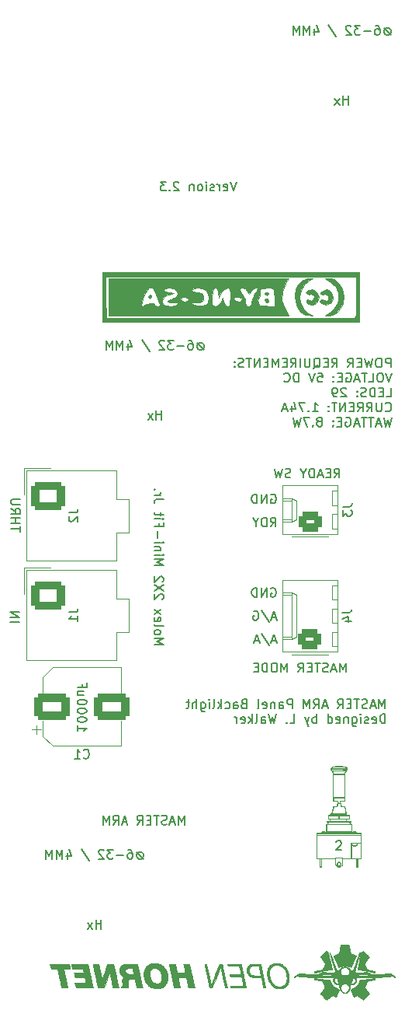
<source format=gbr>
%TF.GenerationSoftware,KiCad,Pcbnew,(6.0.9)*%
%TF.CreationDate,2022-12-27T01:06:43-09:00*%
%TF.ProjectId,PCB_ MASTER ARM PANEL,5043422c-204d-4415-9354-45522041524d,rev?*%
%TF.SameCoordinates,Original*%
%TF.FileFunction,Legend,Bot*%
%TF.FilePolarity,Positive*%
%FSLAX46Y46*%
G04 Gerber Fmt 4.6, Leading zero omitted, Abs format (unit mm)*
G04 Created by KiCad (PCBNEW (6.0.9)) date 2022-12-27 01:06:43*
%MOMM*%
%LPD*%
G01*
G04 APERTURE LIST*
G04 Aperture macros list*
%AMRoundRect*
0 Rectangle with rounded corners*
0 $1 Rounding radius*
0 $2 $3 $4 $5 $6 $7 $8 $9 X,Y pos of 4 corners*
0 Add a 4 corners polygon primitive as box body*
4,1,4,$2,$3,$4,$5,$6,$7,$8,$9,$2,$3,0*
0 Add four circle primitives for the rounded corners*
1,1,$1+$1,$2,$3*
1,1,$1+$1,$4,$5*
1,1,$1+$1,$6,$7*
1,1,$1+$1,$8,$9*
0 Add four rect primitives between the rounded corners*
20,1,$1+$1,$2,$3,$4,$5,0*
20,1,$1+$1,$4,$5,$6,$7,0*
20,1,$1+$1,$6,$7,$8,$9,0*
20,1,$1+$1,$8,$9,$2,$3,0*%
G04 Aperture macros list end*
%ADD10C,0.150000*%
%ADD11C,0.100000*%
%ADD12C,0.010000*%
%ADD13C,0.120000*%
%ADD14C,2.100000*%
%ADD15C,4.700000*%
%ADD16RoundRect,0.450000X-1.500000X-1.000000X1.500000X-1.000000X1.500000X1.000000X-1.500000X1.000000X0*%
%ADD17RoundRect,0.450001X-1.399999X1.099999X-1.399999X-1.099999X1.399999X-1.099999X1.399999X1.099999X0*%
%ADD18O,3.700000X3.100000*%
%ADD19RoundRect,0.450000X0.845000X-0.620000X0.845000X0.620000X-0.845000X0.620000X-0.845000X-0.620000X0*%
%ADD20O,2.590000X2.140000*%
G04 APERTURE END LIST*
D10*
X82384804Y2493900D02*
X82480042Y2541520D01*
X82622900Y2541520D01*
X82765757Y2493900D01*
X82860995Y2398662D01*
X82908614Y2303424D01*
X82956233Y2112948D01*
X82956233Y1970091D01*
X82908614Y1779615D01*
X82860995Y1684377D01*
X82765757Y1589139D01*
X82622900Y1541520D01*
X82527661Y1541520D01*
X82384804Y1589139D01*
X82337185Y1636758D01*
X82337185Y1970091D01*
X82527661Y1970091D01*
X81908614Y1541520D02*
X81908614Y2541520D01*
X81337185Y1541520D01*
X81337185Y2541520D01*
X80860995Y1541520D02*
X80860995Y2541520D01*
X80622900Y2541520D01*
X80480042Y2493900D01*
X80384804Y2398662D01*
X80337185Y2303424D01*
X80289566Y2112948D01*
X80289566Y1970091D01*
X80337185Y1779615D01*
X80384804Y1684377D01*
X80480042Y1589139D01*
X80622900Y1541520D01*
X80860995Y1541520D01*
X78612476Y46775620D02*
X78279142Y45775620D01*
X77945809Y46775620D01*
X77231523Y45823239D02*
X77326761Y45775620D01*
X77517238Y45775620D01*
X77612476Y45823239D01*
X77660095Y45918477D01*
X77660095Y46299429D01*
X77612476Y46394667D01*
X77517238Y46442286D01*
X77326761Y46442286D01*
X77231523Y46394667D01*
X77183904Y46299429D01*
X77183904Y46204191D01*
X77660095Y46108953D01*
X76755333Y45775620D02*
X76755333Y46442286D01*
X76755333Y46251810D02*
X76707714Y46347048D01*
X76660095Y46394667D01*
X76564857Y46442286D01*
X76469619Y46442286D01*
X76183904Y45823239D02*
X76088666Y45775620D01*
X75898190Y45775620D01*
X75802952Y45823239D01*
X75755333Y45918477D01*
X75755333Y45966096D01*
X75802952Y46061334D01*
X75898190Y46108953D01*
X76041047Y46108953D01*
X76136285Y46156572D01*
X76183904Y46251810D01*
X76183904Y46299429D01*
X76136285Y46394667D01*
X76041047Y46442286D01*
X75898190Y46442286D01*
X75802952Y46394667D01*
X75326761Y45775620D02*
X75326761Y46442286D01*
X75326761Y46775620D02*
X75374380Y46728000D01*
X75326761Y46680381D01*
X75279142Y46728000D01*
X75326761Y46775620D01*
X75326761Y46680381D01*
X74707714Y45775620D02*
X74802952Y45823239D01*
X74850571Y45870858D01*
X74898190Y45966096D01*
X74898190Y46251810D01*
X74850571Y46347048D01*
X74802952Y46394667D01*
X74707714Y46442286D01*
X74564857Y46442286D01*
X74469619Y46394667D01*
X74422000Y46347048D01*
X74374380Y46251810D01*
X74374380Y45966096D01*
X74422000Y45870858D01*
X74469619Y45823239D01*
X74564857Y45775620D01*
X74707714Y45775620D01*
X73945809Y46442286D02*
X73945809Y45775620D01*
X73945809Y46347048D02*
X73898190Y46394667D01*
X73802952Y46442286D01*
X73660095Y46442286D01*
X73564857Y46394667D01*
X73517238Y46299429D01*
X73517238Y45775620D01*
X72326761Y46680381D02*
X72279142Y46728000D01*
X72183904Y46775620D01*
X71945809Y46775620D01*
X71850571Y46728000D01*
X71802952Y46680381D01*
X71755333Y46585143D01*
X71755333Y46489905D01*
X71802952Y46347048D01*
X72374380Y45775620D01*
X71755333Y45775620D01*
X71326761Y45870858D02*
X71279142Y45823239D01*
X71326761Y45775620D01*
X71374380Y45823239D01*
X71326761Y45870858D01*
X71326761Y45775620D01*
X70945809Y46775620D02*
X70326761Y46775620D01*
X70660095Y46394667D01*
X70517238Y46394667D01*
X70422000Y46347048D01*
X70374380Y46299429D01*
X70326761Y46204191D01*
X70326761Y45966096D01*
X70374380Y45870858D01*
X70422000Y45823239D01*
X70517238Y45775620D01*
X70802952Y45775620D01*
X70898190Y45823239D01*
X70945809Y45870858D01*
X82384804Y12692000D02*
X82480042Y12739620D01*
X82622900Y12739620D01*
X82765757Y12692000D01*
X82860995Y12596762D01*
X82908614Y12501524D01*
X82956233Y12311048D01*
X82956233Y12168191D01*
X82908614Y11977715D01*
X82860995Y11882477D01*
X82765757Y11787239D01*
X82622900Y11739620D01*
X82527661Y11739620D01*
X82384804Y11787239D01*
X82337185Y11834858D01*
X82337185Y12168191D01*
X82527661Y12168191D01*
X81908614Y11739620D02*
X81908614Y12739620D01*
X81337185Y11739620D01*
X81337185Y12739620D01*
X80860995Y11739620D02*
X80860995Y12739620D01*
X80622900Y12739620D01*
X80480042Y12692000D01*
X80384804Y12596762D01*
X80337185Y12501524D01*
X80289566Y12311048D01*
X80289566Y12168191D01*
X80337185Y11977715D01*
X80384804Y11882477D01*
X80480042Y11787239D01*
X80622900Y11739620D01*
X80860995Y11739620D01*
X82337185Y9199620D02*
X82670518Y9675810D01*
X82908614Y9199620D02*
X82908614Y10199620D01*
X82527661Y10199620D01*
X82432423Y10152000D01*
X82384804Y10104381D01*
X82337185Y10009143D01*
X82337185Y9866286D01*
X82384804Y9771048D01*
X82432423Y9723429D01*
X82527661Y9675810D01*
X82908614Y9675810D01*
X81908614Y9199620D02*
X81908614Y10199620D01*
X81670518Y10199620D01*
X81527661Y10152000D01*
X81432423Y10056762D01*
X81384804Y9961524D01*
X81337185Y9771048D01*
X81337185Y9628191D01*
X81384804Y9437715D01*
X81432423Y9342477D01*
X81527661Y9247239D01*
X81670518Y9199620D01*
X81908614Y9199620D01*
X80718138Y9675810D02*
X80718138Y9199620D01*
X81051471Y10199620D02*
X80718138Y9675810D01*
X80384804Y10199620D01*
X95452804Y26545520D02*
X95452804Y27545520D01*
X95071852Y27545520D01*
X94976614Y27497900D01*
X94928995Y27450281D01*
X94881376Y27355043D01*
X94881376Y27212186D01*
X94928995Y27116948D01*
X94976614Y27069329D01*
X95071852Y27021710D01*
X95452804Y27021710D01*
X94262328Y27545520D02*
X94071852Y27545520D01*
X93976614Y27497900D01*
X93881376Y27402662D01*
X93833757Y27212186D01*
X93833757Y26878853D01*
X93881376Y26688377D01*
X93976614Y26593139D01*
X94071852Y26545520D01*
X94262328Y26545520D01*
X94357566Y26593139D01*
X94452804Y26688377D01*
X94500423Y26878853D01*
X94500423Y27212186D01*
X94452804Y27402662D01*
X94357566Y27497900D01*
X94262328Y27545520D01*
X93500423Y27545520D02*
X93262328Y26545520D01*
X93071852Y27259805D01*
X92881376Y26545520D01*
X92643280Y27545520D01*
X92262328Y27069329D02*
X91928995Y27069329D01*
X91786138Y26545520D02*
X92262328Y26545520D01*
X92262328Y27545520D01*
X91786138Y27545520D01*
X90786138Y26545520D02*
X91119471Y27021710D01*
X91357566Y26545520D02*
X91357566Y27545520D01*
X90976614Y27545520D01*
X90881376Y27497900D01*
X90833757Y27450281D01*
X90786138Y27355043D01*
X90786138Y27212186D01*
X90833757Y27116948D01*
X90881376Y27069329D01*
X90976614Y27021710D01*
X91357566Y27021710D01*
X89024233Y26545520D02*
X89357566Y27021710D01*
X89595661Y26545520D02*
X89595661Y27545520D01*
X89214709Y27545520D01*
X89119471Y27497900D01*
X89071852Y27450281D01*
X89024233Y27355043D01*
X89024233Y27212186D01*
X89071852Y27116948D01*
X89119471Y27069329D01*
X89214709Y27021710D01*
X89595661Y27021710D01*
X88595661Y27069329D02*
X88262328Y27069329D01*
X88119471Y26545520D02*
X88595661Y26545520D01*
X88595661Y27545520D01*
X88119471Y27545520D01*
X87024233Y26450281D02*
X87119471Y26497900D01*
X87214709Y26593139D01*
X87357566Y26735996D01*
X87452804Y26783615D01*
X87548042Y26783615D01*
X87500423Y26545520D02*
X87595661Y26593139D01*
X87690900Y26688377D01*
X87738519Y26878853D01*
X87738519Y27212186D01*
X87690900Y27402662D01*
X87595661Y27497900D01*
X87500423Y27545520D01*
X87309947Y27545520D01*
X87214709Y27497900D01*
X87119471Y27402662D01*
X87071852Y27212186D01*
X87071852Y26878853D01*
X87119471Y26688377D01*
X87214709Y26593139D01*
X87309947Y26545520D01*
X87500423Y26545520D01*
X86643280Y27545520D02*
X86643280Y26735996D01*
X86595661Y26640758D01*
X86548042Y26593139D01*
X86452804Y26545520D01*
X86262328Y26545520D01*
X86167090Y26593139D01*
X86119471Y26640758D01*
X86071852Y26735996D01*
X86071852Y27545520D01*
X85595661Y26545520D02*
X85595661Y27545520D01*
X84548042Y26545520D02*
X84881376Y27021710D01*
X85119471Y26545520D02*
X85119471Y27545520D01*
X84738519Y27545520D01*
X84643280Y27497900D01*
X84595661Y27450281D01*
X84548042Y27355043D01*
X84548042Y27212186D01*
X84595661Y27116948D01*
X84643280Y27069329D01*
X84738519Y27021710D01*
X85119471Y27021710D01*
X84119471Y27069329D02*
X83786138Y27069329D01*
X83643280Y26545520D02*
X84119471Y26545520D01*
X84119471Y27545520D01*
X83643280Y27545520D01*
X83214709Y26545520D02*
X83214709Y27545520D01*
X82881376Y26831234D01*
X82548042Y27545520D01*
X82548042Y26545520D01*
X82071852Y27069329D02*
X81738519Y27069329D01*
X81595661Y26545520D02*
X82071852Y26545520D01*
X82071852Y27545520D01*
X81595661Y27545520D01*
X81167090Y26545520D02*
X81167090Y27545520D01*
X80595661Y26545520D01*
X80595661Y27545520D01*
X80262328Y27545520D02*
X79690900Y27545520D01*
X79976614Y26545520D02*
X79976614Y27545520D01*
X79405185Y26593139D02*
X79262328Y26545520D01*
X79024233Y26545520D01*
X78928995Y26593139D01*
X78881376Y26640758D01*
X78833757Y26735996D01*
X78833757Y26831234D01*
X78881376Y26926472D01*
X78928995Y26974091D01*
X79024233Y27021710D01*
X79214709Y27069329D01*
X79309947Y27116948D01*
X79357566Y27164567D01*
X79405185Y27259805D01*
X79405185Y27355043D01*
X79357566Y27450281D01*
X79309947Y27497900D01*
X79214709Y27545520D01*
X78976614Y27545520D01*
X78833757Y27497900D01*
X78405185Y26640758D02*
X78357566Y26593139D01*
X78405185Y26545520D01*
X78452804Y26593139D01*
X78405185Y26640758D01*
X78405185Y26545520D01*
X78405185Y27164567D02*
X78357566Y27116948D01*
X78405185Y27069329D01*
X78452804Y27116948D01*
X78405185Y27164567D01*
X78405185Y27069329D01*
X95595661Y25935520D02*
X95262328Y24935520D01*
X94928995Y25935520D01*
X94405185Y25935520D02*
X94214709Y25935520D01*
X94119471Y25887900D01*
X94024233Y25792662D01*
X93976614Y25602186D01*
X93976614Y25268853D01*
X94024233Y25078377D01*
X94119471Y24983139D01*
X94214709Y24935520D01*
X94405185Y24935520D01*
X94500423Y24983139D01*
X94595661Y25078377D01*
X94643280Y25268853D01*
X94643280Y25602186D01*
X94595661Y25792662D01*
X94500423Y25887900D01*
X94405185Y25935520D01*
X93071852Y24935520D02*
X93548042Y24935520D01*
X93548042Y25935520D01*
X92881376Y25935520D02*
X92309947Y25935520D01*
X92595661Y24935520D02*
X92595661Y25935520D01*
X92024233Y25221234D02*
X91548042Y25221234D01*
X92119471Y24935520D02*
X91786138Y25935520D01*
X91452804Y24935520D01*
X90595661Y25887900D02*
X90690900Y25935520D01*
X90833757Y25935520D01*
X90976614Y25887900D01*
X91071852Y25792662D01*
X91119471Y25697424D01*
X91167090Y25506948D01*
X91167090Y25364091D01*
X91119471Y25173615D01*
X91071852Y25078377D01*
X90976614Y24983139D01*
X90833757Y24935520D01*
X90738519Y24935520D01*
X90595661Y24983139D01*
X90548042Y25030758D01*
X90548042Y25364091D01*
X90738519Y25364091D01*
X90119471Y25459329D02*
X89786138Y25459329D01*
X89643280Y24935520D02*
X90119471Y24935520D01*
X90119471Y25935520D01*
X89643280Y25935520D01*
X89214709Y25030758D02*
X89167090Y24983139D01*
X89214709Y24935520D01*
X89262328Y24983139D01*
X89214709Y25030758D01*
X89214709Y24935520D01*
X89214709Y25554567D02*
X89167090Y25506948D01*
X89214709Y25459329D01*
X89262328Y25506948D01*
X89214709Y25554567D01*
X89214709Y25459329D01*
X87500423Y25935520D02*
X87976614Y25935520D01*
X88024233Y25459329D01*
X87976614Y25506948D01*
X87881376Y25554567D01*
X87643280Y25554567D01*
X87548042Y25506948D01*
X87500423Y25459329D01*
X87452804Y25364091D01*
X87452804Y25125996D01*
X87500423Y25030758D01*
X87548042Y24983139D01*
X87643280Y24935520D01*
X87881376Y24935520D01*
X87976614Y24983139D01*
X88024233Y25030758D01*
X87167090Y25935520D02*
X86833757Y24935520D01*
X86500423Y25935520D01*
X85405185Y24935520D02*
X85405185Y25935520D01*
X85167090Y25935520D01*
X85024233Y25887900D01*
X84928995Y25792662D01*
X84881376Y25697424D01*
X84833757Y25506948D01*
X84833757Y25364091D01*
X84881376Y25173615D01*
X84928995Y25078377D01*
X85024233Y24983139D01*
X85167090Y24935520D01*
X85405185Y24935520D01*
X83833757Y25030758D02*
X83881376Y24983139D01*
X84024233Y24935520D01*
X84119471Y24935520D01*
X84262328Y24983139D01*
X84357566Y25078377D01*
X84405185Y25173615D01*
X84452804Y25364091D01*
X84452804Y25506948D01*
X84405185Y25697424D01*
X84357566Y25792662D01*
X84262328Y25887900D01*
X84119471Y25935520D01*
X84024233Y25935520D01*
X83881376Y25887900D01*
X83833757Y25840281D01*
X94976614Y23325520D02*
X95452804Y23325520D01*
X95452804Y24325520D01*
X94643280Y23849329D02*
X94309947Y23849329D01*
X94167090Y23325520D02*
X94643280Y23325520D01*
X94643280Y24325520D01*
X94167090Y24325520D01*
X93738519Y23325520D02*
X93738519Y24325520D01*
X93500423Y24325520D01*
X93357566Y24277900D01*
X93262328Y24182662D01*
X93214709Y24087424D01*
X93167090Y23896948D01*
X93167090Y23754091D01*
X93214709Y23563615D01*
X93262328Y23468377D01*
X93357566Y23373139D01*
X93500423Y23325520D01*
X93738519Y23325520D01*
X92786138Y23373139D02*
X92643280Y23325520D01*
X92405185Y23325520D01*
X92309947Y23373139D01*
X92262328Y23420758D01*
X92214709Y23515996D01*
X92214709Y23611234D01*
X92262328Y23706472D01*
X92309947Y23754091D01*
X92405185Y23801710D01*
X92595661Y23849329D01*
X92690900Y23896948D01*
X92738519Y23944567D01*
X92786138Y24039805D01*
X92786138Y24135043D01*
X92738519Y24230281D01*
X92690900Y24277900D01*
X92595661Y24325520D01*
X92357566Y24325520D01*
X92214709Y24277900D01*
X91786138Y23420758D02*
X91738519Y23373139D01*
X91786138Y23325520D01*
X91833757Y23373139D01*
X91786138Y23420758D01*
X91786138Y23325520D01*
X91786138Y23944567D02*
X91738519Y23896948D01*
X91786138Y23849329D01*
X91833757Y23896948D01*
X91786138Y23944567D01*
X91786138Y23849329D01*
X90595661Y24230281D02*
X90548042Y24277900D01*
X90452804Y24325520D01*
X90214709Y24325520D01*
X90119471Y24277900D01*
X90071852Y24230281D01*
X90024233Y24135043D01*
X90024233Y24039805D01*
X90071852Y23896948D01*
X90643280Y23325520D01*
X90024233Y23325520D01*
X89548042Y23325520D02*
X89357566Y23325520D01*
X89262328Y23373139D01*
X89214709Y23420758D01*
X89119471Y23563615D01*
X89071852Y23754091D01*
X89071852Y24135043D01*
X89119471Y24230281D01*
X89167090Y24277900D01*
X89262328Y24325520D01*
X89452804Y24325520D01*
X89548042Y24277900D01*
X89595661Y24230281D01*
X89643280Y24135043D01*
X89643280Y23896948D01*
X89595661Y23801710D01*
X89548042Y23754091D01*
X89452804Y23706472D01*
X89262328Y23706472D01*
X89167090Y23754091D01*
X89119471Y23801710D01*
X89071852Y23896948D01*
X94881376Y21810758D02*
X94928995Y21763139D01*
X95071852Y21715520D01*
X95167090Y21715520D01*
X95309947Y21763139D01*
X95405185Y21858377D01*
X95452804Y21953615D01*
X95500423Y22144091D01*
X95500423Y22286948D01*
X95452804Y22477424D01*
X95405185Y22572662D01*
X95309947Y22667900D01*
X95167090Y22715520D01*
X95071852Y22715520D01*
X94928995Y22667900D01*
X94881376Y22620281D01*
X94452804Y22715520D02*
X94452804Y21905996D01*
X94405185Y21810758D01*
X94357566Y21763139D01*
X94262328Y21715520D01*
X94071852Y21715520D01*
X93976614Y21763139D01*
X93928995Y21810758D01*
X93881376Y21905996D01*
X93881376Y22715520D01*
X92833757Y21715520D02*
X93167090Y22191710D01*
X93405185Y21715520D02*
X93405185Y22715520D01*
X93024233Y22715520D01*
X92928995Y22667900D01*
X92881376Y22620281D01*
X92833757Y22525043D01*
X92833757Y22382186D01*
X92881376Y22286948D01*
X92928995Y22239329D01*
X93024233Y22191710D01*
X93405185Y22191710D01*
X91833757Y21715520D02*
X92167090Y22191710D01*
X92405185Y21715520D02*
X92405185Y22715520D01*
X92024233Y22715520D01*
X91928995Y22667900D01*
X91881376Y22620281D01*
X91833757Y22525043D01*
X91833757Y22382186D01*
X91881376Y22286948D01*
X91928995Y22239329D01*
X92024233Y22191710D01*
X92405185Y22191710D01*
X91405185Y22239329D02*
X91071852Y22239329D01*
X90928995Y21715520D02*
X91405185Y21715520D01*
X91405185Y22715520D01*
X90928995Y22715520D01*
X90500423Y21715520D02*
X90500423Y22715520D01*
X89928995Y21715520D01*
X89928995Y22715520D01*
X89595661Y22715520D02*
X89024233Y22715520D01*
X89309947Y21715520D02*
X89309947Y22715520D01*
X88690900Y21810758D02*
X88643280Y21763139D01*
X88690900Y21715520D01*
X88738519Y21763139D01*
X88690900Y21810758D01*
X88690900Y21715520D01*
X88690900Y22334567D02*
X88643280Y22286948D01*
X88690900Y22239329D01*
X88738519Y22286948D01*
X88690900Y22334567D01*
X88690900Y22239329D01*
X86928995Y21715520D02*
X87500423Y21715520D01*
X87214709Y21715520D02*
X87214709Y22715520D01*
X87309947Y22572662D01*
X87405185Y22477424D01*
X87500423Y22429805D01*
X86500423Y21810758D02*
X86452804Y21763139D01*
X86500423Y21715520D01*
X86548042Y21763139D01*
X86500423Y21810758D01*
X86500423Y21715520D01*
X86119471Y22715520D02*
X85452804Y22715520D01*
X85881376Y21715520D01*
X84643280Y22382186D02*
X84643280Y21715520D01*
X84881376Y22763139D02*
X85119471Y22048853D01*
X84500423Y22048853D01*
X84167090Y22001234D02*
X83690900Y22001234D01*
X84262328Y21715520D02*
X83928995Y22715520D01*
X83595661Y21715520D01*
X95548042Y21105520D02*
X95309947Y20105520D01*
X95119471Y20819805D01*
X94928995Y20105520D01*
X94690900Y21105520D01*
X94357566Y20391234D02*
X93881376Y20391234D01*
X94452804Y20105520D02*
X94119471Y21105520D01*
X93786138Y20105520D01*
X93595661Y21105520D02*
X93024233Y21105520D01*
X93309947Y20105520D02*
X93309947Y21105520D01*
X92833757Y21105520D02*
X92262328Y21105520D01*
X92548042Y20105520D02*
X92548042Y21105520D01*
X91976614Y20391234D02*
X91500423Y20391234D01*
X92071852Y20105520D02*
X91738519Y21105520D01*
X91405185Y20105520D01*
X90548042Y21057900D02*
X90643280Y21105520D01*
X90786138Y21105520D01*
X90928995Y21057900D01*
X91024233Y20962662D01*
X91071852Y20867424D01*
X91119471Y20676948D01*
X91119471Y20534091D01*
X91071852Y20343615D01*
X91024233Y20248377D01*
X90928995Y20153139D01*
X90786138Y20105520D01*
X90690900Y20105520D01*
X90548042Y20153139D01*
X90500423Y20200758D01*
X90500423Y20534091D01*
X90690900Y20534091D01*
X90071852Y20629329D02*
X89738519Y20629329D01*
X89595661Y20105520D02*
X90071852Y20105520D01*
X90071852Y21105520D01*
X89595661Y21105520D01*
X89167090Y20200758D02*
X89119471Y20153139D01*
X89167090Y20105520D01*
X89214709Y20153139D01*
X89167090Y20200758D01*
X89167090Y20105520D01*
X89167090Y20724567D02*
X89119471Y20676948D01*
X89167090Y20629329D01*
X89214709Y20676948D01*
X89167090Y20724567D01*
X89167090Y20629329D01*
X87786138Y20676948D02*
X87881376Y20724567D01*
X87928995Y20772186D01*
X87976614Y20867424D01*
X87976614Y20915043D01*
X87928995Y21010281D01*
X87881376Y21057900D01*
X87786138Y21105520D01*
X87595661Y21105520D01*
X87500423Y21057900D01*
X87452804Y21010281D01*
X87405185Y20915043D01*
X87405185Y20867424D01*
X87452804Y20772186D01*
X87500423Y20724567D01*
X87595661Y20676948D01*
X87786138Y20676948D01*
X87881376Y20629329D01*
X87928995Y20581710D01*
X87976614Y20486472D01*
X87976614Y20295996D01*
X87928995Y20200758D01*
X87881376Y20153139D01*
X87786138Y20105520D01*
X87595661Y20105520D01*
X87500423Y20153139D01*
X87452804Y20200758D01*
X87405185Y20295996D01*
X87405185Y20486472D01*
X87452804Y20581710D01*
X87500423Y20629329D01*
X87595661Y20676948D01*
X86976614Y20200758D02*
X86928995Y20153139D01*
X86976614Y20105520D01*
X87024233Y20153139D01*
X86976614Y20200758D01*
X86976614Y20105520D01*
X86595661Y21105520D02*
X85928995Y21105520D01*
X86357566Y20105520D01*
X85643280Y21105520D02*
X85405185Y20105520D01*
X85214709Y20819805D01*
X85024233Y20105520D01*
X84786138Y21105520D01*
X82956233Y-693716D02*
X82480043Y-693716D01*
X83051471Y-979430D02*
X82718138Y20570D01*
X82384805Y-979430D01*
X81337186Y68189D02*
X82194329Y-1217526D01*
X80480043Y-27050D02*
X80575281Y20570D01*
X80718138Y20570D01*
X80860995Y-27050D01*
X80956233Y-122288D01*
X81003852Y-217526D01*
X81051471Y-408002D01*
X81051471Y-550859D01*
X81003852Y-741335D01*
X80956233Y-836573D01*
X80860995Y-931811D01*
X80718138Y-979430D01*
X80622900Y-979430D01*
X80480043Y-931811D01*
X80432424Y-884192D01*
X80432424Y-550859D01*
X80622900Y-550859D01*
X89288571Y14533620D02*
X89621904Y15009810D01*
X89860000Y14533620D02*
X89860000Y15533620D01*
X89479047Y15533620D01*
X89383809Y15486000D01*
X89336190Y15438381D01*
X89288571Y15343143D01*
X89288571Y15200286D01*
X89336190Y15105048D01*
X89383809Y15057429D01*
X89479047Y15009810D01*
X89860000Y15009810D01*
X88860000Y15057429D02*
X88526666Y15057429D01*
X88383809Y14533620D02*
X88860000Y14533620D01*
X88860000Y15533620D01*
X88383809Y15533620D01*
X88002857Y14819334D02*
X87526666Y14819334D01*
X88098095Y14533620D02*
X87764761Y15533620D01*
X87431428Y14533620D01*
X87098095Y14533620D02*
X87098095Y15533620D01*
X86860000Y15533620D01*
X86717142Y15486000D01*
X86621904Y15390762D01*
X86574285Y15295524D01*
X86526666Y15105048D01*
X86526666Y14962191D01*
X86574285Y14771715D01*
X86621904Y14676477D01*
X86717142Y14581239D01*
X86860000Y14533620D01*
X87098095Y14533620D01*
X85907619Y15009810D02*
X85907619Y14533620D01*
X86240952Y15533620D02*
X85907619Y15009810D01*
X85574285Y15533620D01*
X84526666Y14581239D02*
X84383809Y14533620D01*
X84145714Y14533620D01*
X84050476Y14581239D01*
X84002857Y14628858D01*
X83955238Y14724096D01*
X83955238Y14819334D01*
X84002857Y14914572D01*
X84050476Y14962191D01*
X84145714Y15009810D01*
X84336190Y15057429D01*
X84431428Y15105048D01*
X84479047Y15152667D01*
X84526666Y15247905D01*
X84526666Y15343143D01*
X84479047Y15438381D01*
X84431428Y15486000D01*
X84336190Y15533620D01*
X84098095Y15533620D01*
X83955238Y15486000D01*
X83621904Y15533620D02*
X83383809Y14533620D01*
X83193333Y15247905D01*
X83002857Y14533620D01*
X82764761Y15533620D01*
X72981580Y-23261580D02*
X72981580Y-22261580D01*
X72648247Y-22975866D01*
X72314914Y-22261580D01*
X72314914Y-23261580D01*
X71886342Y-22975866D02*
X71410152Y-22975866D01*
X71981580Y-23261580D02*
X71648247Y-22261580D01*
X71314914Y-23261580D01*
X71029200Y-23213961D02*
X70886342Y-23261580D01*
X70648247Y-23261580D01*
X70553009Y-23213961D01*
X70505390Y-23166342D01*
X70457771Y-23071104D01*
X70457771Y-22975866D01*
X70505390Y-22880628D01*
X70553009Y-22833009D01*
X70648247Y-22785390D01*
X70838723Y-22737771D01*
X70933961Y-22690152D01*
X70981580Y-22642533D01*
X71029200Y-22547295D01*
X71029200Y-22452057D01*
X70981580Y-22356819D01*
X70933961Y-22309200D01*
X70838723Y-22261580D01*
X70600628Y-22261580D01*
X70457771Y-22309200D01*
X70172057Y-22261580D02*
X69600628Y-22261580D01*
X69886342Y-23261580D02*
X69886342Y-22261580D01*
X69267295Y-22737771D02*
X68933961Y-22737771D01*
X68791104Y-23261580D02*
X69267295Y-23261580D01*
X69267295Y-22261580D01*
X68791104Y-22261580D01*
X67791104Y-23261580D02*
X68124438Y-22785390D01*
X68362533Y-23261580D02*
X68362533Y-22261580D01*
X67981580Y-22261580D01*
X67886342Y-22309200D01*
X67838723Y-22356819D01*
X67791104Y-22452057D01*
X67791104Y-22594914D01*
X67838723Y-22690152D01*
X67886342Y-22737771D01*
X67981580Y-22785390D01*
X68362533Y-22785390D01*
X66648247Y-22975866D02*
X66172057Y-22975866D01*
X66743485Y-23261580D02*
X66410152Y-22261580D01*
X66076819Y-23261580D01*
X65172057Y-23261580D02*
X65505390Y-22785390D01*
X65743485Y-23261580D02*
X65743485Y-22261580D01*
X65362533Y-22261580D01*
X65267295Y-22309200D01*
X65219676Y-22356819D01*
X65172057Y-22452057D01*
X65172057Y-22594914D01*
X65219676Y-22690152D01*
X65267295Y-22737771D01*
X65362533Y-22785390D01*
X65743485Y-22785390D01*
X64743485Y-23261580D02*
X64743485Y-22261580D01*
X64410152Y-22975866D01*
X64076819Y-22261580D01*
X64076819Y-23261580D01*
X69651619Y-3652380D02*
X70651619Y-3652380D01*
X69937333Y-3319047D01*
X70651619Y-2985714D01*
X69651619Y-2985714D01*
X69651619Y-2366666D02*
X69699238Y-2461904D01*
X69746857Y-2509523D01*
X69842095Y-2557142D01*
X70127809Y-2557142D01*
X70223047Y-2509523D01*
X70270666Y-2461904D01*
X70318285Y-2366666D01*
X70318285Y-2223809D01*
X70270666Y-2128571D01*
X70223047Y-2080952D01*
X70127809Y-2033333D01*
X69842095Y-2033333D01*
X69746857Y-2080952D01*
X69699238Y-2128571D01*
X69651619Y-2223809D01*
X69651619Y-2366666D01*
X69651619Y-1461904D02*
X69699238Y-1557142D01*
X69794476Y-1604761D01*
X70651619Y-1604761D01*
X69699238Y-700000D02*
X69651619Y-795238D01*
X69651619Y-985714D01*
X69699238Y-1080952D01*
X69794476Y-1128571D01*
X70175428Y-1128571D01*
X70270666Y-1080952D01*
X70318285Y-985714D01*
X70318285Y-795238D01*
X70270666Y-700000D01*
X70175428Y-652380D01*
X70080190Y-652380D01*
X69984952Y-1128571D01*
X69651619Y-319047D02*
X70318285Y204762D01*
X70318285Y-319047D02*
X69651619Y204762D01*
X70556380Y1300000D02*
X70604000Y1347620D01*
X70651619Y1442858D01*
X70651619Y1680953D01*
X70604000Y1776191D01*
X70556380Y1823810D01*
X70461142Y1871429D01*
X70365904Y1871429D01*
X70223047Y1823810D01*
X69651619Y1252381D01*
X69651619Y1871429D01*
X70651619Y2204762D02*
X69651619Y2871429D01*
X70651619Y2871429D02*
X69651619Y2204762D01*
X70556380Y3204762D02*
X70604000Y3252381D01*
X70651619Y3347620D01*
X70651619Y3585715D01*
X70604000Y3680953D01*
X70556380Y3728572D01*
X70461142Y3776191D01*
X70365904Y3776191D01*
X70223047Y3728572D01*
X69651619Y3157143D01*
X69651619Y3776191D01*
X69651619Y4966667D02*
X70651619Y4966667D01*
X69937333Y5300000D01*
X70651619Y5633334D01*
X69651619Y5633334D01*
X69651619Y6109524D02*
X70318285Y6109524D01*
X70651619Y6109524D02*
X70604000Y6061905D01*
X70556380Y6109524D01*
X70604000Y6157143D01*
X70651619Y6109524D01*
X70556380Y6109524D01*
X70318285Y6585715D02*
X69651619Y6585715D01*
X70223047Y6585715D02*
X70270666Y6633334D01*
X70318285Y6728572D01*
X70318285Y6871429D01*
X70270666Y6966667D01*
X70175428Y7014286D01*
X69651619Y7014286D01*
X69651619Y7490477D02*
X70318285Y7490477D01*
X70651619Y7490477D02*
X70604000Y7442858D01*
X70556380Y7490477D01*
X70604000Y7538096D01*
X70651619Y7490477D01*
X70556380Y7490477D01*
X70032571Y7966667D02*
X70032571Y8728572D01*
X70175428Y9538096D02*
X70175428Y9204762D01*
X69651619Y9204762D02*
X70651619Y9204762D01*
X70651619Y9680953D01*
X69651619Y10061905D02*
X70318285Y10061905D01*
X70651619Y10061905D02*
X70604000Y10014286D01*
X70556380Y10061905D01*
X70604000Y10109524D01*
X70651619Y10061905D01*
X70556380Y10061905D01*
X70318285Y10395239D02*
X70318285Y10776191D01*
X70651619Y10538096D02*
X69794476Y10538096D01*
X69699238Y10585715D01*
X69651619Y10680953D01*
X69651619Y10776191D01*
X70651619Y12157143D02*
X69937333Y12157143D01*
X69794476Y12109524D01*
X69699238Y12014286D01*
X69651619Y11871429D01*
X69651619Y11776191D01*
X69651619Y12633334D02*
X70318285Y12633334D01*
X70127809Y12633334D02*
X70223047Y12680953D01*
X70270666Y12728572D01*
X70318285Y12823810D01*
X70318285Y12919048D01*
X69746857Y13252381D02*
X69699238Y13300000D01*
X69651619Y13252381D01*
X69699238Y13204762D01*
X69746857Y13252381D01*
X69651619Y13252381D01*
X90558400Y-6644480D02*
X90558400Y-5644480D01*
X90225066Y-6358766D01*
X89891733Y-5644480D01*
X89891733Y-6644480D01*
X89463161Y-6358766D02*
X88986971Y-6358766D01*
X89558400Y-6644480D02*
X89225066Y-5644480D01*
X88891733Y-6644480D01*
X88606019Y-6596861D02*
X88463161Y-6644480D01*
X88225066Y-6644480D01*
X88129828Y-6596861D01*
X88082209Y-6549242D01*
X88034590Y-6454004D01*
X88034590Y-6358766D01*
X88082209Y-6263528D01*
X88129828Y-6215909D01*
X88225066Y-6168290D01*
X88415542Y-6120671D01*
X88510780Y-6073052D01*
X88558400Y-6025433D01*
X88606019Y-5930195D01*
X88606019Y-5834957D01*
X88558400Y-5739719D01*
X88510780Y-5692100D01*
X88415542Y-5644480D01*
X88177447Y-5644480D01*
X88034590Y-5692100D01*
X87748876Y-5644480D02*
X87177447Y-5644480D01*
X87463161Y-6644480D02*
X87463161Y-5644480D01*
X86844114Y-6120671D02*
X86510780Y-6120671D01*
X86367923Y-6644480D02*
X86844114Y-6644480D01*
X86844114Y-5644480D01*
X86367923Y-5644480D01*
X85367923Y-6644480D02*
X85701257Y-6168290D01*
X85939352Y-6644480D02*
X85939352Y-5644480D01*
X85558400Y-5644480D01*
X85463161Y-5692100D01*
X85415542Y-5739719D01*
X85367923Y-5834957D01*
X85367923Y-5977814D01*
X85415542Y-6073052D01*
X85463161Y-6120671D01*
X85558400Y-6168290D01*
X85939352Y-6168290D01*
X84177447Y-6644480D02*
X84177447Y-5644480D01*
X83844114Y-6358766D01*
X83510780Y-5644480D01*
X83510780Y-6644480D01*
X82844114Y-5644480D02*
X82653638Y-5644480D01*
X82558400Y-5692100D01*
X82463161Y-5787338D01*
X82415542Y-5977814D01*
X82415542Y-6311147D01*
X82463161Y-6501623D01*
X82558400Y-6596861D01*
X82653638Y-6644480D01*
X82844114Y-6644480D01*
X82939352Y-6596861D01*
X83034590Y-6501623D01*
X83082209Y-6311147D01*
X83082209Y-5977814D01*
X83034590Y-5787338D01*
X82939352Y-5692100D01*
X82844114Y-5644480D01*
X81986971Y-6644480D02*
X81986971Y-5644480D01*
X81748876Y-5644480D01*
X81606019Y-5692100D01*
X81510780Y-5787338D01*
X81463161Y-5882576D01*
X81415542Y-6073052D01*
X81415542Y-6215909D01*
X81463161Y-6406385D01*
X81510780Y-6501623D01*
X81606019Y-6596861D01*
X81748876Y-6644480D01*
X81986971Y-6644480D01*
X80986971Y-6120671D02*
X80653638Y-6120671D01*
X80510780Y-6644480D02*
X80986971Y-6644480D01*
X80986971Y-5644480D01*
X80510780Y-5644480D01*
X53947619Y-1173809D02*
X54947619Y-1173809D01*
X53947619Y-697619D02*
X54947619Y-697619D01*
X53947619Y-126190D01*
X54947619Y-126190D01*
X61269619Y-12473809D02*
X61269619Y-13045238D01*
X61269619Y-12759523D02*
X62269619Y-12759523D01*
X62126761Y-12854761D01*
X62031523Y-12950000D01*
X61983904Y-13045238D01*
X62269619Y-11854761D02*
X62269619Y-11759523D01*
X62222000Y-11664285D01*
X62174380Y-11616666D01*
X62079142Y-11569047D01*
X61888666Y-11521428D01*
X61650571Y-11521428D01*
X61460095Y-11569047D01*
X61364857Y-11616666D01*
X61317238Y-11664285D01*
X61269619Y-11759523D01*
X61269619Y-11854761D01*
X61317238Y-11950000D01*
X61364857Y-11997619D01*
X61460095Y-12045238D01*
X61650571Y-12092857D01*
X61888666Y-12092857D01*
X62079142Y-12045238D01*
X62174380Y-11997619D01*
X62222000Y-11950000D01*
X62269619Y-11854761D01*
X62269619Y-10902380D02*
X62269619Y-10807142D01*
X62222000Y-10711904D01*
X62174380Y-10664285D01*
X62079142Y-10616666D01*
X61888666Y-10569047D01*
X61650571Y-10569047D01*
X61460095Y-10616666D01*
X61364857Y-10664285D01*
X61317238Y-10711904D01*
X61269619Y-10807142D01*
X61269619Y-10902380D01*
X61317238Y-10997619D01*
X61364857Y-11045238D01*
X61460095Y-11092857D01*
X61650571Y-11140476D01*
X61888666Y-11140476D01*
X62079142Y-11092857D01*
X62174380Y-11045238D01*
X62222000Y-10997619D01*
X62269619Y-10902380D01*
X62269619Y-9950000D02*
X62269619Y-9854761D01*
X62222000Y-9759523D01*
X62174380Y-9711904D01*
X62079142Y-9664285D01*
X61888666Y-9616666D01*
X61650571Y-9616666D01*
X61460095Y-9664285D01*
X61364857Y-9711904D01*
X61317238Y-9759523D01*
X61269619Y-9854761D01*
X61269619Y-9950000D01*
X61317238Y-10045238D01*
X61364857Y-10092857D01*
X61460095Y-10140476D01*
X61650571Y-10188095D01*
X61888666Y-10188095D01*
X62079142Y-10140476D01*
X62174380Y-10092857D01*
X62222000Y-10045238D01*
X62269619Y-9950000D01*
X61936285Y-8759523D02*
X61269619Y-8759523D01*
X61936285Y-9188095D02*
X61412476Y-9188095D01*
X61317238Y-9140476D01*
X61269619Y-9045238D01*
X61269619Y-8902380D01*
X61317238Y-8807142D01*
X61364857Y-8759523D01*
X61793428Y-7950000D02*
X61793428Y-8283333D01*
X61269619Y-8283333D02*
X62269619Y-8283333D01*
X62269619Y-7807142D01*
X82956233Y-3214666D02*
X82480042Y-3214666D01*
X83051471Y-3500380D02*
X82718137Y-2500380D01*
X82384804Y-3500380D01*
X81337185Y-2452761D02*
X82194328Y-3738476D01*
X81051471Y-3214666D02*
X80575280Y-3214666D01*
X81146709Y-3500380D02*
X80813376Y-2500380D01*
X80480042Y-3500380D01*
X94842804Y-10599480D02*
X94842804Y-9599480D01*
X94509471Y-10313766D01*
X94176138Y-9599480D01*
X94176138Y-10599480D01*
X93747566Y-10313766D02*
X93271376Y-10313766D01*
X93842804Y-10599480D02*
X93509471Y-9599480D01*
X93176138Y-10599480D01*
X92890423Y-10551861D02*
X92747566Y-10599480D01*
X92509471Y-10599480D01*
X92414233Y-10551861D01*
X92366614Y-10504242D01*
X92318995Y-10409004D01*
X92318995Y-10313766D01*
X92366614Y-10218528D01*
X92414233Y-10170909D01*
X92509471Y-10123290D01*
X92699947Y-10075671D01*
X92795185Y-10028052D01*
X92842804Y-9980433D01*
X92890423Y-9885195D01*
X92890423Y-9789957D01*
X92842804Y-9694719D01*
X92795185Y-9647100D01*
X92699947Y-9599480D01*
X92461852Y-9599480D01*
X92318995Y-9647100D01*
X92033280Y-9599480D02*
X91461852Y-9599480D01*
X91747566Y-10599480D02*
X91747566Y-9599480D01*
X91128519Y-10075671D02*
X90795185Y-10075671D01*
X90652328Y-10599480D02*
X91128519Y-10599480D01*
X91128519Y-9599480D01*
X90652328Y-9599480D01*
X89652328Y-10599480D02*
X89985661Y-10123290D01*
X90223757Y-10599480D02*
X90223757Y-9599480D01*
X89842804Y-9599480D01*
X89747566Y-9647100D01*
X89699947Y-9694719D01*
X89652328Y-9789957D01*
X89652328Y-9932814D01*
X89699947Y-10028052D01*
X89747566Y-10075671D01*
X89842804Y-10123290D01*
X90223757Y-10123290D01*
X88509471Y-10313766D02*
X88033280Y-10313766D01*
X88604709Y-10599480D02*
X88271376Y-9599480D01*
X87938042Y-10599480D01*
X87033280Y-10599480D02*
X87366614Y-10123290D01*
X87604709Y-10599480D02*
X87604709Y-9599480D01*
X87223757Y-9599480D01*
X87128519Y-9647100D01*
X87080900Y-9694719D01*
X87033280Y-9789957D01*
X87033280Y-9932814D01*
X87080900Y-10028052D01*
X87128519Y-10075671D01*
X87223757Y-10123290D01*
X87604709Y-10123290D01*
X86604709Y-10599480D02*
X86604709Y-9599480D01*
X86271376Y-10313766D01*
X85938042Y-9599480D01*
X85938042Y-10599480D01*
X84699947Y-10599480D02*
X84699947Y-9599480D01*
X84318995Y-9599480D01*
X84223757Y-9647100D01*
X84176138Y-9694719D01*
X84128519Y-9789957D01*
X84128519Y-9932814D01*
X84176138Y-10028052D01*
X84223757Y-10075671D01*
X84318995Y-10123290D01*
X84699947Y-10123290D01*
X83271376Y-10599480D02*
X83271376Y-10075671D01*
X83318995Y-9980433D01*
X83414233Y-9932814D01*
X83604709Y-9932814D01*
X83699947Y-9980433D01*
X83271376Y-10551861D02*
X83366614Y-10599480D01*
X83604709Y-10599480D01*
X83699947Y-10551861D01*
X83747566Y-10456623D01*
X83747566Y-10361385D01*
X83699947Y-10266147D01*
X83604709Y-10218528D01*
X83366614Y-10218528D01*
X83271376Y-10170909D01*
X82795185Y-9932814D02*
X82795185Y-10599480D01*
X82795185Y-10028052D02*
X82747566Y-9980433D01*
X82652328Y-9932814D01*
X82509471Y-9932814D01*
X82414233Y-9980433D01*
X82366614Y-10075671D01*
X82366614Y-10599480D01*
X81509471Y-10551861D02*
X81604709Y-10599480D01*
X81795185Y-10599480D01*
X81890423Y-10551861D01*
X81938042Y-10456623D01*
X81938042Y-10075671D01*
X81890423Y-9980433D01*
X81795185Y-9932814D01*
X81604709Y-9932814D01*
X81509471Y-9980433D01*
X81461852Y-10075671D01*
X81461852Y-10170909D01*
X81938042Y-10266147D01*
X80890423Y-10599480D02*
X80985661Y-10551861D01*
X81033280Y-10456623D01*
X81033280Y-9599480D01*
X79414233Y-10075671D02*
X79271376Y-10123290D01*
X79223757Y-10170909D01*
X79176138Y-10266147D01*
X79176138Y-10409004D01*
X79223757Y-10504242D01*
X79271376Y-10551861D01*
X79366614Y-10599480D01*
X79747566Y-10599480D01*
X79747566Y-9599480D01*
X79414233Y-9599480D01*
X79318995Y-9647100D01*
X79271376Y-9694719D01*
X79223757Y-9789957D01*
X79223757Y-9885195D01*
X79271376Y-9980433D01*
X79318995Y-10028052D01*
X79414233Y-10075671D01*
X79747566Y-10075671D01*
X78318995Y-10599480D02*
X78318995Y-10075671D01*
X78366614Y-9980433D01*
X78461852Y-9932814D01*
X78652328Y-9932814D01*
X78747566Y-9980433D01*
X78318995Y-10551861D02*
X78414233Y-10599480D01*
X78652328Y-10599480D01*
X78747566Y-10551861D01*
X78795185Y-10456623D01*
X78795185Y-10361385D01*
X78747566Y-10266147D01*
X78652328Y-10218528D01*
X78414233Y-10218528D01*
X78318995Y-10170909D01*
X77414233Y-10551861D02*
X77509471Y-10599480D01*
X77699947Y-10599480D01*
X77795185Y-10551861D01*
X77842804Y-10504242D01*
X77890423Y-10409004D01*
X77890423Y-10123290D01*
X77842804Y-10028052D01*
X77795185Y-9980433D01*
X77699947Y-9932814D01*
X77509471Y-9932814D01*
X77414233Y-9980433D01*
X76985661Y-10599480D02*
X76985661Y-9599480D01*
X76890423Y-10218528D02*
X76604709Y-10599480D01*
X76604709Y-9932814D02*
X76985661Y-10313766D01*
X76033280Y-10599480D02*
X76128519Y-10551861D01*
X76176138Y-10456623D01*
X76176138Y-9599480D01*
X75652328Y-10599480D02*
X75652328Y-9932814D01*
X75652328Y-9599480D02*
X75699947Y-9647100D01*
X75652328Y-9694719D01*
X75604709Y-9647100D01*
X75652328Y-9599480D01*
X75652328Y-9694719D01*
X74747566Y-9932814D02*
X74747566Y-10742338D01*
X74795185Y-10837576D01*
X74842804Y-10885195D01*
X74938042Y-10932814D01*
X75080900Y-10932814D01*
X75176138Y-10885195D01*
X74747566Y-10551861D02*
X74842804Y-10599480D01*
X75033280Y-10599480D01*
X75128519Y-10551861D01*
X75176138Y-10504242D01*
X75223757Y-10409004D01*
X75223757Y-10123290D01*
X75176138Y-10028052D01*
X75128519Y-9980433D01*
X75033280Y-9932814D01*
X74842804Y-9932814D01*
X74747566Y-9980433D01*
X74271376Y-10599480D02*
X74271376Y-9599480D01*
X73842804Y-10599480D02*
X73842804Y-10075671D01*
X73890423Y-9980433D01*
X73985661Y-9932814D01*
X74128519Y-9932814D01*
X74223757Y-9980433D01*
X74271376Y-10028052D01*
X73509471Y-9932814D02*
X73128519Y-9932814D01*
X73366614Y-9599480D02*
X73366614Y-10456623D01*
X73318995Y-10551861D01*
X73223757Y-10599480D01*
X73128519Y-10599480D01*
X94842804Y-12209480D02*
X94842804Y-11209480D01*
X94604709Y-11209480D01*
X94461852Y-11257100D01*
X94366614Y-11352338D01*
X94318995Y-11447576D01*
X94271376Y-11638052D01*
X94271376Y-11780909D01*
X94318995Y-11971385D01*
X94366614Y-12066623D01*
X94461852Y-12161861D01*
X94604709Y-12209480D01*
X94842804Y-12209480D01*
X93461852Y-12161861D02*
X93557090Y-12209480D01*
X93747566Y-12209480D01*
X93842804Y-12161861D01*
X93890423Y-12066623D01*
X93890423Y-11685671D01*
X93842804Y-11590433D01*
X93747566Y-11542814D01*
X93557090Y-11542814D01*
X93461852Y-11590433D01*
X93414233Y-11685671D01*
X93414233Y-11780909D01*
X93890423Y-11876147D01*
X93033280Y-12161861D02*
X92938042Y-12209480D01*
X92747566Y-12209480D01*
X92652328Y-12161861D01*
X92604709Y-12066623D01*
X92604709Y-12019004D01*
X92652328Y-11923766D01*
X92747566Y-11876147D01*
X92890423Y-11876147D01*
X92985661Y-11828528D01*
X93033280Y-11733290D01*
X93033280Y-11685671D01*
X92985661Y-11590433D01*
X92890423Y-11542814D01*
X92747566Y-11542814D01*
X92652328Y-11590433D01*
X92176138Y-12209480D02*
X92176138Y-11542814D01*
X92176138Y-11209480D02*
X92223757Y-11257100D01*
X92176138Y-11304719D01*
X92128519Y-11257100D01*
X92176138Y-11209480D01*
X92176138Y-11304719D01*
X91271376Y-11542814D02*
X91271376Y-12352338D01*
X91318995Y-12447576D01*
X91366614Y-12495195D01*
X91461852Y-12542814D01*
X91604709Y-12542814D01*
X91699947Y-12495195D01*
X91271376Y-12161861D02*
X91366614Y-12209480D01*
X91557090Y-12209480D01*
X91652328Y-12161861D01*
X91699947Y-12114242D01*
X91747566Y-12019004D01*
X91747566Y-11733290D01*
X91699947Y-11638052D01*
X91652328Y-11590433D01*
X91557090Y-11542814D01*
X91366614Y-11542814D01*
X91271376Y-11590433D01*
X90795185Y-11542814D02*
X90795185Y-12209480D01*
X90795185Y-11638052D02*
X90747566Y-11590433D01*
X90652328Y-11542814D01*
X90509471Y-11542814D01*
X90414233Y-11590433D01*
X90366614Y-11685671D01*
X90366614Y-12209480D01*
X89509471Y-12161861D02*
X89604709Y-12209480D01*
X89795185Y-12209480D01*
X89890423Y-12161861D01*
X89938042Y-12066623D01*
X89938042Y-11685671D01*
X89890423Y-11590433D01*
X89795185Y-11542814D01*
X89604709Y-11542814D01*
X89509471Y-11590433D01*
X89461852Y-11685671D01*
X89461852Y-11780909D01*
X89938042Y-11876147D01*
X88604709Y-12209480D02*
X88604709Y-11209480D01*
X88604709Y-12161861D02*
X88699947Y-12209480D01*
X88890423Y-12209480D01*
X88985661Y-12161861D01*
X89033280Y-12114242D01*
X89080900Y-12019004D01*
X89080900Y-11733290D01*
X89033280Y-11638052D01*
X88985661Y-11590433D01*
X88890423Y-11542814D01*
X88699947Y-11542814D01*
X88604709Y-11590433D01*
X87366614Y-12209480D02*
X87366614Y-11209480D01*
X87366614Y-11590433D02*
X87271376Y-11542814D01*
X87080900Y-11542814D01*
X86985661Y-11590433D01*
X86938042Y-11638052D01*
X86890423Y-11733290D01*
X86890423Y-12019004D01*
X86938042Y-12114242D01*
X86985661Y-12161861D01*
X87080900Y-12209480D01*
X87271376Y-12209480D01*
X87366614Y-12161861D01*
X86557090Y-11542814D02*
X86318995Y-12209480D01*
X86080900Y-11542814D02*
X86318995Y-12209480D01*
X86414233Y-12447576D01*
X86461852Y-12495195D01*
X86557090Y-12542814D01*
X84461852Y-12209480D02*
X84938042Y-12209480D01*
X84938042Y-11209480D01*
X84128519Y-12114242D02*
X84080900Y-12161861D01*
X84128519Y-12209480D01*
X84176138Y-12161861D01*
X84128519Y-12114242D01*
X84128519Y-12209480D01*
X82985661Y-11209480D02*
X82747566Y-12209480D01*
X82557090Y-11495195D01*
X82366614Y-12209480D01*
X82128519Y-11209480D01*
X81318995Y-12209480D02*
X81318995Y-11685671D01*
X81366614Y-11590433D01*
X81461852Y-11542814D01*
X81652328Y-11542814D01*
X81747566Y-11590433D01*
X81318995Y-12161861D02*
X81414233Y-12209480D01*
X81652328Y-12209480D01*
X81747566Y-12161861D01*
X81795185Y-12066623D01*
X81795185Y-11971385D01*
X81747566Y-11876147D01*
X81652328Y-11828528D01*
X81414233Y-11828528D01*
X81318995Y-11780909D01*
X80699947Y-12209480D02*
X80795185Y-12161861D01*
X80842804Y-12066623D01*
X80842804Y-11209480D01*
X80318995Y-12209480D02*
X80318995Y-11209480D01*
X80223757Y-11828528D02*
X79938042Y-12209480D01*
X79938042Y-11542814D02*
X80318995Y-11923766D01*
X79128519Y-12161861D02*
X79223757Y-12209480D01*
X79414233Y-12209480D01*
X79509471Y-12161861D01*
X79557090Y-12066623D01*
X79557090Y-11685671D01*
X79509471Y-11590433D01*
X79414233Y-11542814D01*
X79223757Y-11542814D01*
X79128519Y-11590433D01*
X79080900Y-11685671D01*
X79080900Y-11780909D01*
X79557090Y-11876147D01*
X78652328Y-12209480D02*
X78652328Y-11542814D01*
X78652328Y-11733290D02*
X78604709Y-11638052D01*
X78557090Y-11590433D01*
X78461852Y-11542814D01*
X78366614Y-11542814D01*
X55005219Y8656867D02*
X55005219Y9228296D01*
X54005219Y8942581D02*
X55005219Y8942581D01*
X54005219Y9561629D02*
X55005219Y9561629D01*
X54529028Y9561629D02*
X54529028Y10133058D01*
X54005219Y10133058D02*
X55005219Y10133058D01*
X54005219Y11180677D02*
X54481409Y10847343D01*
X54005219Y10609248D02*
X55005219Y10609248D01*
X55005219Y10990200D01*
X54957600Y11085439D01*
X54909980Y11133058D01*
X54814742Y11180677D01*
X54671885Y11180677D01*
X54576647Y11133058D01*
X54529028Y11085439D01*
X54481409Y10990200D01*
X54481409Y10609248D01*
X55005219Y11609248D02*
X54195695Y11609248D01*
X54100457Y11656867D01*
X54052838Y11704486D01*
X54005219Y11799724D01*
X54005219Y11990200D01*
X54052838Y12085439D01*
X54100457Y12133058D01*
X54195695Y12180677D01*
X55005219Y12180677D01*
%TO.C,LOGO3*%
X89487685Y-25114719D02*
X89535304Y-25067100D01*
X89630542Y-25019480D01*
X89868638Y-25019480D01*
X89963876Y-25067100D01*
X90011495Y-25114719D01*
X90059114Y-25209957D01*
X90059114Y-25305195D01*
X90011495Y-25448052D01*
X89440066Y-26019480D01*
X90059114Y-26019480D01*
%TO.C,H1*%
X95176019Y63527424D02*
X94985542Y63527424D01*
X94795066Y63432186D01*
X94699828Y63241710D01*
X94699828Y63051234D01*
X94795066Y62860758D01*
X94985542Y62765520D01*
X95176019Y62765520D01*
X95366495Y62860758D01*
X95461733Y63051234D01*
X95461733Y63241710D01*
X95366495Y63432186D01*
X95176019Y63527424D01*
X94699828Y63527424D02*
X95461733Y62765520D01*
X93795066Y63765520D02*
X93985542Y63765520D01*
X94080780Y63717900D01*
X94128400Y63670281D01*
X94223638Y63527424D01*
X94271257Y63336948D01*
X94271257Y62955996D01*
X94223638Y62860758D01*
X94176019Y62813139D01*
X94080780Y62765520D01*
X93890304Y62765520D01*
X93795066Y62813139D01*
X93747447Y62860758D01*
X93699828Y62955996D01*
X93699828Y63194091D01*
X93747447Y63289329D01*
X93795066Y63336948D01*
X93890304Y63384567D01*
X94080780Y63384567D01*
X94176019Y63336948D01*
X94223638Y63289329D01*
X94271257Y63194091D01*
X93271257Y63146472D02*
X92509352Y63146472D01*
X92128400Y63765520D02*
X91509352Y63765520D01*
X91842685Y63384567D01*
X91699828Y63384567D01*
X91604590Y63336948D01*
X91556971Y63289329D01*
X91509352Y63194091D01*
X91509352Y62955996D01*
X91556971Y62860758D01*
X91604590Y62813139D01*
X91699828Y62765520D01*
X91985542Y62765520D01*
X92080780Y62813139D01*
X92128400Y62860758D01*
X91128400Y63670281D02*
X91080780Y63717900D01*
X90985542Y63765520D01*
X90747447Y63765520D01*
X90652209Y63717900D01*
X90604590Y63670281D01*
X90556971Y63575043D01*
X90556971Y63479805D01*
X90604590Y63336948D01*
X91176019Y62765520D01*
X90556971Y62765520D01*
X88652209Y63813139D02*
X89509352Y62527424D01*
X87128400Y63432186D02*
X87128400Y62765520D01*
X87366495Y63813139D02*
X87604590Y63098853D01*
X86985542Y63098853D01*
X86604590Y62765520D02*
X86604590Y63765520D01*
X86271257Y63051234D01*
X85937923Y63765520D01*
X85937923Y62765520D01*
X85461733Y62765520D02*
X85461733Y63765520D01*
X85128400Y63051234D01*
X84795066Y63765520D01*
X84795066Y62765520D01*
X90818876Y55145520D02*
X90818876Y56145520D01*
X90818876Y55669329D02*
X90247447Y55669329D01*
X90247447Y55145520D02*
X90247447Y56145520D01*
X89866495Y55145520D02*
X89342685Y55812186D01*
X89866495Y55812186D02*
X89342685Y55145520D01*
%TO.C,H2*%
X74796019Y29237424D02*
X74605542Y29237424D01*
X74415066Y29142186D01*
X74319828Y28951710D01*
X74319828Y28761234D01*
X74415066Y28570758D01*
X74605542Y28475520D01*
X74796019Y28475520D01*
X74986495Y28570758D01*
X75081733Y28761234D01*
X75081733Y28951710D01*
X74986495Y29142186D01*
X74796019Y29237424D01*
X74319828Y29237424D02*
X75081733Y28475520D01*
X73415066Y29475520D02*
X73605542Y29475520D01*
X73700780Y29427900D01*
X73748400Y29380281D01*
X73843638Y29237424D01*
X73891257Y29046948D01*
X73891257Y28665996D01*
X73843638Y28570758D01*
X73796019Y28523139D01*
X73700780Y28475520D01*
X73510304Y28475520D01*
X73415066Y28523139D01*
X73367447Y28570758D01*
X73319828Y28665996D01*
X73319828Y28904091D01*
X73367447Y28999329D01*
X73415066Y29046948D01*
X73510304Y29094567D01*
X73700780Y29094567D01*
X73796019Y29046948D01*
X73843638Y28999329D01*
X73891257Y28904091D01*
X72891257Y28856472D02*
X72129352Y28856472D01*
X71748400Y29475520D02*
X71129352Y29475520D01*
X71462685Y29094567D01*
X71319828Y29094567D01*
X71224590Y29046948D01*
X71176971Y28999329D01*
X71129352Y28904091D01*
X71129352Y28665996D01*
X71176971Y28570758D01*
X71224590Y28523139D01*
X71319828Y28475520D01*
X71605542Y28475520D01*
X71700780Y28523139D01*
X71748400Y28570758D01*
X70748400Y29380281D02*
X70700780Y29427900D01*
X70605542Y29475520D01*
X70367447Y29475520D01*
X70272209Y29427900D01*
X70224590Y29380281D01*
X70176971Y29285043D01*
X70176971Y29189805D01*
X70224590Y29046948D01*
X70796019Y28475520D01*
X70176971Y28475520D01*
X68272209Y29523139D02*
X69129352Y28237424D01*
X66748400Y29142186D02*
X66748400Y28475520D01*
X66986495Y29523139D02*
X67224590Y28808853D01*
X66605542Y28808853D01*
X66224590Y28475520D02*
X66224590Y29475520D01*
X65891257Y28761234D01*
X65557923Y29475520D01*
X65557923Y28475520D01*
X65081733Y28475520D02*
X65081733Y29475520D01*
X64748400Y28761234D01*
X64415066Y29475520D01*
X64415066Y28475520D01*
X70438876Y20855520D02*
X70438876Y21855520D01*
X70438876Y21379329D02*
X69867447Y21379329D01*
X69867447Y20855520D02*
X69867447Y21855520D01*
X69486495Y20855520D02*
X68962685Y21522186D01*
X69486495Y21522186D02*
X68962685Y20855520D01*
%TO.C,H3*%
X63848876Y-34594480D02*
X63848876Y-33594480D01*
X63848876Y-34070671D02*
X63277447Y-34070671D01*
X63277447Y-34594480D02*
X63277447Y-33594480D01*
X62896495Y-34594480D02*
X62372685Y-33927814D01*
X62896495Y-33927814D02*
X62372685Y-34594480D01*
X68206019Y-26212576D02*
X68015542Y-26212576D01*
X67825066Y-26307814D01*
X67729828Y-26498290D01*
X67729828Y-26688766D01*
X67825066Y-26879242D01*
X68015542Y-26974480D01*
X68206019Y-26974480D01*
X68396495Y-26879242D01*
X68491733Y-26688766D01*
X68491733Y-26498290D01*
X68396495Y-26307814D01*
X68206019Y-26212576D01*
X67729828Y-26212576D02*
X68491733Y-26974480D01*
X66825066Y-25974480D02*
X67015542Y-25974480D01*
X67110780Y-26022100D01*
X67158400Y-26069719D01*
X67253638Y-26212576D01*
X67301257Y-26403052D01*
X67301257Y-26784004D01*
X67253638Y-26879242D01*
X67206019Y-26926861D01*
X67110780Y-26974480D01*
X66920304Y-26974480D01*
X66825066Y-26926861D01*
X66777447Y-26879242D01*
X66729828Y-26784004D01*
X66729828Y-26545909D01*
X66777447Y-26450671D01*
X66825066Y-26403052D01*
X66920304Y-26355433D01*
X67110780Y-26355433D01*
X67206019Y-26403052D01*
X67253638Y-26450671D01*
X67301257Y-26545909D01*
X66301257Y-26593528D02*
X65539352Y-26593528D01*
X65158400Y-25974480D02*
X64539352Y-25974480D01*
X64872685Y-26355433D01*
X64729828Y-26355433D01*
X64634590Y-26403052D01*
X64586971Y-26450671D01*
X64539352Y-26545909D01*
X64539352Y-26784004D01*
X64586971Y-26879242D01*
X64634590Y-26926861D01*
X64729828Y-26974480D01*
X65015542Y-26974480D01*
X65110780Y-26926861D01*
X65158400Y-26879242D01*
X64158400Y-26069719D02*
X64110780Y-26022100D01*
X64015542Y-25974480D01*
X63777447Y-25974480D01*
X63682209Y-26022100D01*
X63634590Y-26069719D01*
X63586971Y-26164957D01*
X63586971Y-26260195D01*
X63634590Y-26403052D01*
X64206019Y-26974480D01*
X63586971Y-26974480D01*
X61682209Y-25926861D02*
X62539352Y-27212576D01*
X60158400Y-26307814D02*
X60158400Y-26974480D01*
X60396495Y-25926861D02*
X60634590Y-26641147D01*
X60015542Y-26641147D01*
X59634590Y-26974480D02*
X59634590Y-25974480D01*
X59301257Y-26688766D01*
X58967923Y-25974480D01*
X58967923Y-26974480D01*
X58491733Y-26974480D02*
X58491733Y-25974480D01*
X58158400Y-26688766D01*
X57825066Y-25974480D01*
X57825066Y-26974480D01*
%TO.C,C1*%
X61940666Y-15956662D02*
X61988285Y-16004281D01*
X62131142Y-16051900D01*
X62226380Y-16051900D01*
X62369238Y-16004281D01*
X62464476Y-15909043D01*
X62512095Y-15813805D01*
X62559714Y-15623329D01*
X62559714Y-15480472D01*
X62512095Y-15289996D01*
X62464476Y-15194758D01*
X62369238Y-15099520D01*
X62226380Y-15051900D01*
X62131142Y-15051900D01*
X61988285Y-15099520D01*
X61940666Y-15147139D01*
X60988285Y-16051900D02*
X61559714Y-16051900D01*
X61274000Y-16051900D02*
X61274000Y-15051900D01*
X61369238Y-15194758D01*
X61464476Y-15289996D01*
X61559714Y-15337615D01*
%TO.C,J1*%
X60322524Y-116186D02*
X61036810Y-116186D01*
X61179667Y-68567D01*
X61274905Y26671D01*
X61322524Y169528D01*
X61322524Y264766D01*
X61322524Y-1116186D02*
X61322524Y-544758D01*
X61322524Y-830472D02*
X60322524Y-830472D01*
X60465382Y-735234D01*
X60560620Y-639996D01*
X60608239Y-544758D01*
%TO.C,J2*%
X60322524Y10733314D02*
X61036810Y10733314D01*
X61179667Y10780933D01*
X61274905Y10876171D01*
X61322524Y11019028D01*
X61322524Y11114266D01*
X60417763Y10304742D02*
X60370144Y10257123D01*
X60322524Y10161885D01*
X60322524Y9923790D01*
X60370144Y9828552D01*
X60417763Y9780933D01*
X60513001Y9733314D01*
X60608239Y9733314D01*
X60751096Y9780933D01*
X61322524Y10352361D01*
X61322524Y9733314D01*
%TO.C,J3*%
X90220780Y11361234D02*
X90935066Y11361234D01*
X91077923Y11408853D01*
X91173161Y11504091D01*
X91220780Y11646948D01*
X91220780Y11742186D01*
X90220780Y10980281D02*
X90220780Y10361234D01*
X90601733Y10694567D01*
X90601733Y10551710D01*
X90649352Y10456472D01*
X90696971Y10408853D01*
X90792209Y10361234D01*
X91030304Y10361234D01*
X91125542Y10408853D01*
X91173161Y10456472D01*
X91220780Y10551710D01*
X91220780Y10837424D01*
X91173161Y10932662D01*
X91125542Y10980281D01*
%TO.C,J4*%
X90186380Y-174666D02*
X90900666Y-174666D01*
X91043523Y-127047D01*
X91138761Y-31809D01*
X91186380Y111048D01*
X91186380Y206286D01*
X90519714Y-1079428D02*
X91186380Y-1079428D01*
X90138761Y-841333D02*
X90853047Y-603238D01*
X90853047Y-1222285D01*
%TO.C,LOGO3*%
G36*
X91284350Y-24059064D02*
G01*
X91301163Y-24023478D01*
X91314934Y-24005375D01*
X91332130Y-23993929D01*
X91359700Y-23987622D01*
X91404592Y-23984936D01*
X91473755Y-23984351D01*
X91480193Y-23984350D01*
X91570678Y-23986797D01*
X91633997Y-23995470D01*
X91674449Y-24012369D01*
X91696336Y-24039492D01*
X91703958Y-24078838D01*
X91704150Y-24088437D01*
X91704150Y-24143100D01*
X92212150Y-24143100D01*
X92212150Y-26921225D01*
X91862900Y-26921225D01*
X91862900Y-27841975D01*
X91704150Y-27841975D01*
X91704150Y-27810225D01*
X91735900Y-27810225D01*
X91831150Y-27810225D01*
X91831150Y-26921225D01*
X91735900Y-26921225D01*
X91735900Y-27810225D01*
X91704150Y-27810225D01*
X91704150Y-26921225D01*
X90196025Y-26921225D01*
X90196025Y-27204093D01*
X90194682Y-27334570D01*
X90189984Y-27438263D01*
X90180928Y-27520047D01*
X90166510Y-27584802D01*
X90145728Y-27637405D01*
X90117578Y-27682732D01*
X90090932Y-27714993D01*
X90015109Y-27782327D01*
X89930491Y-27823097D01*
X89830287Y-27840147D01*
X89790169Y-27841037D01*
X89690728Y-27832701D01*
X89611004Y-27806751D01*
X89543041Y-27758920D01*
X89478878Y-27684941D01*
X89466315Y-27667368D01*
X89394337Y-27564198D01*
X89389198Y-27242711D01*
X89384059Y-26921225D01*
X87862400Y-26921225D01*
X87862400Y-27841975D01*
X87703650Y-27841975D01*
X87703650Y-27810225D01*
X87735400Y-27810225D01*
X87830650Y-27810225D01*
X87830650Y-26921225D01*
X87735400Y-26921225D01*
X87735400Y-27810225D01*
X87703650Y-27810225D01*
X87703650Y-26921225D01*
X87354400Y-26921225D01*
X87354400Y-26889475D01*
X87386150Y-26889475D01*
X89368316Y-26889475D01*
X89375079Y-26841850D01*
X89416461Y-26841850D01*
X89421274Y-27197597D01*
X89426087Y-27553345D01*
X89489764Y-27645936D01*
X89557371Y-27726042D01*
X89632943Y-27777689D01*
X89722449Y-27804106D01*
X89791824Y-27809287D01*
X89882921Y-27801651D01*
X89949659Y-27778629D01*
X90002209Y-27746062D01*
X90054390Y-27705153D01*
X90064576Y-27695718D01*
X90095211Y-27661902D01*
X90119024Y-27624095D01*
X90136826Y-27577979D01*
X90149426Y-27519233D01*
X90157635Y-27443538D01*
X90162264Y-27346572D01*
X90164124Y-27224017D01*
X90164275Y-27164406D01*
X90164275Y-26841850D01*
X89416461Y-26841850D01*
X89375079Y-26841850D01*
X89378462Y-26818037D01*
X90188087Y-26818037D01*
X90198233Y-26889475D01*
X91100621Y-26889475D01*
X91132650Y-26889475D01*
X92180400Y-26889475D01*
X92180400Y-25222600D01*
X91787223Y-25222600D01*
X91780487Y-25328396D01*
X91775503Y-25386700D01*
X91766582Y-25424395D01*
X91748956Y-25452614D01*
X91717859Y-25482487D01*
X91712492Y-25487146D01*
X91662105Y-25523470D01*
X91615001Y-25538629D01*
X91590380Y-25540100D01*
X91547229Y-25535815D01*
X91530227Y-25521764D01*
X91529525Y-25516287D01*
X91515724Y-25497135D01*
X91489837Y-25492475D01*
X91457917Y-25500755D01*
X91450150Y-25516287D01*
X91437414Y-25535067D01*
X91403932Y-25539169D01*
X91356792Y-25529187D01*
X91303082Y-25505715D01*
X91299337Y-25503626D01*
X91238250Y-25455155D01*
X91202204Y-25391122D01*
X91188921Y-25307292D01*
X91188759Y-25298055D01*
X91188673Y-25296491D01*
X91212025Y-25296491D01*
X91226578Y-25370456D01*
X91266387Y-25434442D01*
X91317948Y-25474886D01*
X91374091Y-25500671D01*
X91406281Y-25506058D01*
X91414854Y-25491093D01*
X91414431Y-25488506D01*
X91424545Y-25473430D01*
X91454661Y-25464647D01*
X91493589Y-25462548D01*
X91530134Y-25467521D01*
X91553103Y-25479954D01*
X91555181Y-25483617D01*
X91577596Y-25505062D01*
X91615569Y-25504095D01*
X91663131Y-25481647D01*
X91688373Y-25462883D01*
X91719321Y-25434351D01*
X91735688Y-25407323D01*
X91742151Y-25369984D01*
X91743336Y-25323976D01*
X91743837Y-25230537D01*
X91499911Y-25226145D01*
X91397404Y-25224966D01*
X91322393Y-25226354D01*
X91270663Y-25231338D01*
X91237997Y-25240949D01*
X91220178Y-25256217D01*
X91212992Y-25278172D01*
X91212025Y-25296491D01*
X91188673Y-25296491D01*
X91186168Y-25251133D01*
X91177449Y-25228445D01*
X91160431Y-25222649D01*
X91154291Y-25224145D01*
X91149126Y-25230333D01*
X91144852Y-25243725D01*
X91141385Y-25266833D01*
X91138641Y-25302171D01*
X91136537Y-25352250D01*
X91134989Y-25419585D01*
X91133912Y-25506686D01*
X91133224Y-25616068D01*
X91132840Y-25750242D01*
X91132677Y-25911721D01*
X91132650Y-26056037D01*
X91132650Y-26889475D01*
X91100621Y-26889475D01*
X91104671Y-26056037D01*
X91108837Y-25198787D01*
X91644618Y-25194607D01*
X92180400Y-25190427D01*
X92180400Y-24381225D01*
X87386150Y-24381225D01*
X87386150Y-26889475D01*
X87354400Y-26889475D01*
X87354400Y-25541798D01*
X87354441Y-25299376D01*
X87354589Y-25086762D01*
X87354878Y-24902017D01*
X87355343Y-24743198D01*
X87356020Y-24608366D01*
X87356944Y-24495578D01*
X87358149Y-24402894D01*
X87358591Y-24381225D01*
X87359240Y-24349475D01*
X87386150Y-24349475D01*
X92180400Y-24349475D01*
X92180400Y-24174850D01*
X87386150Y-24174850D01*
X87386150Y-24349475D01*
X87359240Y-24349475D01*
X87359671Y-24328374D01*
X87361546Y-24270075D01*
X87363807Y-24226057D01*
X87366490Y-24194380D01*
X87369371Y-24174850D01*
X87369630Y-24173101D01*
X87373262Y-24160280D01*
X87377422Y-24153977D01*
X87379510Y-24152735D01*
X87403677Y-24149336D01*
X87453284Y-24146462D01*
X87522025Y-24144347D01*
X87603593Y-24143221D01*
X87641448Y-24143100D01*
X87878275Y-24143100D01*
X87878275Y-24110306D01*
X87910025Y-24110306D01*
X87911752Y-24124385D01*
X87920525Y-24133729D01*
X87941726Y-24139304D01*
X87980739Y-24142077D01*
X88042947Y-24143015D01*
X88092587Y-24143100D01*
X88275150Y-24143100D01*
X88275150Y-24098650D01*
X88271445Y-24063031D01*
X88256926Y-24039244D01*
X88226487Y-24025013D01*
X88175020Y-24018059D01*
X88097419Y-24016108D01*
X88089971Y-24016100D01*
X88019475Y-24016850D01*
X87974080Y-24019932D01*
X87947154Y-24026591D01*
X87932066Y-24038072D01*
X87926458Y-24046806D01*
X87912616Y-24087842D01*
X87910025Y-24110306D01*
X87878275Y-24110306D01*
X87878275Y-24102853D01*
X87887100Y-24059064D01*
X87903913Y-24023478D01*
X87917684Y-24005375D01*
X87934880Y-23993929D01*
X87962450Y-23987622D01*
X88007342Y-23984936D01*
X88076505Y-23984351D01*
X88082943Y-23984350D01*
X88173428Y-23986797D01*
X88236747Y-23995470D01*
X88277199Y-24012369D01*
X88299086Y-24039492D01*
X88306708Y-24078838D01*
X88306900Y-24088437D01*
X88306900Y-24143100D01*
X88748294Y-24143100D01*
X88757109Y-24117812D01*
X88789456Y-24117812D01*
X88789647Y-24122926D01*
X88795923Y-24127306D01*
X88810510Y-24131009D01*
X88835633Y-24134091D01*
X88873518Y-24136608D01*
X88926391Y-24138615D01*
X88996475Y-24140168D01*
X89085998Y-24141323D01*
X89197185Y-24142137D01*
X89332261Y-24142664D01*
X89493451Y-24142962D01*
X89682981Y-24143086D01*
X89796174Y-24143100D01*
X90812595Y-24143100D01*
X90787652Y-24079600D01*
X90762708Y-24016100D01*
X88818341Y-24016100D01*
X88808751Y-24054312D01*
X88797178Y-24095046D01*
X88789456Y-24117812D01*
X88757109Y-24117812D01*
X88765722Y-24093106D01*
X88777730Y-24054916D01*
X88783127Y-24030363D01*
X88783150Y-24029606D01*
X88768299Y-24024392D01*
X88727836Y-24020113D01*
X88667896Y-24017204D01*
X88594613Y-24016100D01*
X88402150Y-24016100D01*
X88402150Y-23984350D01*
X88433900Y-23984350D01*
X91132650Y-23984350D01*
X91132650Y-23222350D01*
X88433900Y-23222350D01*
X88433900Y-23984350D01*
X88402150Y-23984350D01*
X88402150Y-23612985D01*
X88402100Y-23486250D01*
X88402540Y-23387722D01*
X88404348Y-23313862D01*
X88408405Y-23261130D01*
X88415592Y-23225987D01*
X88417522Y-23222350D01*
X88426788Y-23204893D01*
X88442874Y-23194308D01*
X88464731Y-23190692D01*
X88493238Y-23190506D01*
X88507194Y-23190600D01*
X88542832Y-23188669D01*
X88553157Y-23179482D01*
X88545583Y-23159893D01*
X88530435Y-23106064D01*
X88560708Y-23106064D01*
X88561521Y-23122431D01*
X88565423Y-23136502D01*
X88574494Y-23148453D01*
X88590818Y-23158458D01*
X88616478Y-23166691D01*
X88653555Y-23173328D01*
X88704132Y-23178542D01*
X88770293Y-23182508D01*
X88854119Y-23185401D01*
X88957693Y-23187396D01*
X89083098Y-23188666D01*
X89232416Y-23189387D01*
X89407729Y-23189733D01*
X89611120Y-23189879D01*
X89786496Y-23189964D01*
X90025027Y-23189935D01*
X90233165Y-23189552D01*
X90412262Y-23188794D01*
X90563673Y-23187641D01*
X90688752Y-23186072D01*
X90788854Y-23184067D01*
X90865332Y-23181607D01*
X90919540Y-23178670D01*
X90952834Y-23175236D01*
X90964910Y-23172315D01*
X91005633Y-23140124D01*
X91020844Y-23097575D01*
X91011183Y-23052307D01*
X90977294Y-23011962D01*
X90950043Y-22995338D01*
X90936916Y-22990070D01*
X90919701Y-22985530D01*
X90896103Y-22981664D01*
X90863830Y-22978419D01*
X90820590Y-22975742D01*
X90764089Y-22973578D01*
X90692034Y-22971876D01*
X90602133Y-22970581D01*
X90492093Y-22969640D01*
X90359620Y-22968999D01*
X90202422Y-22968606D01*
X90018206Y-22968408D01*
X89804679Y-22968350D01*
X89790041Y-22968350D01*
X89576043Y-22968372D01*
X89391468Y-22968484D01*
X89233989Y-22968747D01*
X89101280Y-22969227D01*
X88991013Y-22969987D01*
X88900862Y-22971092D01*
X88828500Y-22972604D01*
X88771599Y-22974590D01*
X88727834Y-22977111D01*
X88694877Y-22980232D01*
X88670401Y-22984018D01*
X88652080Y-22988532D01*
X88637587Y-22993839D01*
X88624594Y-23000001D01*
X88623767Y-23000422D01*
X88583719Y-23024237D01*
X88565457Y-23048388D01*
X88560912Y-23084016D01*
X88560900Y-23087228D01*
X88560708Y-23106064D01*
X88530435Y-23106064D01*
X88530220Y-23105300D01*
X88535127Y-23047977D01*
X88558945Y-23002129D01*
X88560900Y-23000100D01*
X88592650Y-22968350D01*
X88544019Y-22968350D01*
X88510984Y-22965465D01*
X88499342Y-22950239D01*
X88500362Y-22916756D01*
X88500744Y-22912787D01*
X88529150Y-22912787D01*
X88531976Y-22917176D01*
X88541783Y-22920999D01*
X88560565Y-22924296D01*
X88590314Y-22927103D01*
X88633022Y-22929458D01*
X88690683Y-22931400D01*
X88765289Y-22932967D01*
X88858834Y-22934195D01*
X88973310Y-22935123D01*
X89110709Y-22935788D01*
X89273025Y-22936230D01*
X89462251Y-22936484D01*
X89680380Y-22936590D01*
X89783275Y-22936600D01*
X90014408Y-22936546D01*
X90215785Y-22936360D01*
X90389397Y-22936003D01*
X90537239Y-22935438D01*
X90661301Y-22934627D01*
X90763578Y-22933532D01*
X90846062Y-22932116D01*
X90910746Y-22930340D01*
X90959623Y-22928166D01*
X90994685Y-22925557D01*
X91017926Y-22922475D01*
X91031338Y-22918882D01*
X91036915Y-22914741D01*
X91037400Y-22912787D01*
X91034573Y-22908398D01*
X91024766Y-22904575D01*
X91005984Y-22901278D01*
X90976235Y-22898471D01*
X90933527Y-22896116D01*
X90875866Y-22894174D01*
X90801260Y-22892607D01*
X90707715Y-22891379D01*
X90593239Y-22890451D01*
X90455840Y-22889786D01*
X90293524Y-22889344D01*
X90104298Y-22889090D01*
X89886169Y-22888984D01*
X89783275Y-22888975D01*
X89552141Y-22889028D01*
X89350764Y-22889214D01*
X89177152Y-22889571D01*
X89029310Y-22890136D01*
X88905248Y-22890947D01*
X88802971Y-22892042D01*
X88720487Y-22893458D01*
X88655803Y-22895234D01*
X88606926Y-22897408D01*
X88571864Y-22900017D01*
X88548623Y-22903099D01*
X88535211Y-22906692D01*
X88529634Y-22910833D01*
X88529150Y-22912787D01*
X88500744Y-22912787D01*
X88505337Y-22865162D01*
X88652181Y-22860598D01*
X88760682Y-22857225D01*
X88830775Y-22857225D01*
X90561150Y-22857225D01*
X90561150Y-22634975D01*
X88830775Y-22634975D01*
X88830775Y-22857225D01*
X88760682Y-22857225D01*
X88799025Y-22856033D01*
X88799025Y-22634975D01*
X88640275Y-22634975D01*
X88640275Y-22603225D01*
X88672025Y-22603225D01*
X89767400Y-22603225D01*
X89799150Y-22603225D01*
X90894525Y-22603225D01*
X90894525Y-22307319D01*
X90618350Y-22270963D01*
X90413151Y-22243951D01*
X90709340Y-22243951D01*
X90711778Y-22247426D01*
X90738558Y-22253044D01*
X90743712Y-22253975D01*
X90820838Y-22265129D01*
X90871304Y-22266388D01*
X90893553Y-22257750D01*
X90894525Y-22253975D01*
X90879800Y-22245856D01*
X90840029Y-22241080D01*
X90787368Y-22240352D01*
X90733714Y-22241850D01*
X90709340Y-22243951D01*
X90413151Y-22243951D01*
X90342175Y-22234608D01*
X90070662Y-22271015D01*
X89799150Y-22307422D01*
X89799150Y-22603225D01*
X89767400Y-22603225D01*
X89767400Y-22306376D01*
X89506932Y-22270055D01*
X89350510Y-22248242D01*
X89623459Y-22248242D01*
X89625084Y-22252390D01*
X89632462Y-22253975D01*
X89726498Y-22264204D01*
X89830982Y-22265295D01*
X89927174Y-22257198D01*
X89942025Y-22254785D01*
X89961776Y-22249707D01*
X89954719Y-22246041D01*
X89919521Y-22243678D01*
X89854854Y-22242508D01*
X89791212Y-22242339D01*
X89708007Y-22243108D01*
X89651594Y-22245112D01*
X89623459Y-22248242D01*
X89350510Y-22248242D01*
X89246465Y-22233733D01*
X88672025Y-22307337D01*
X88672025Y-22603225D01*
X88640275Y-22603225D01*
X88640275Y-22430298D01*
X88640607Y-22342084D01*
X88642023Y-22307337D01*
X88643108Y-22280739D01*
X88647595Y-22255238D01*
X88672025Y-22255238D01*
X88685800Y-22264114D01*
X88728034Y-22265312D01*
X88779181Y-22261221D01*
X88833990Y-22254791D01*
X88874845Y-22248641D01*
X88892935Y-22244097D01*
X88892952Y-22244082D01*
X88881786Y-22241180D01*
X88846207Y-22239054D01*
X88793549Y-22238113D01*
X88785795Y-22238100D01*
X88722261Y-22240383D01*
X88683162Y-22246844D01*
X88672025Y-22255238D01*
X88647595Y-22255238D01*
X88650033Y-22241384D01*
X88663639Y-22219138D01*
X88686182Y-22209121D01*
X88719917Y-22206453D01*
X88743802Y-22206350D01*
X88830775Y-22206350D01*
X90561150Y-22206350D01*
X90561150Y-22111100D01*
X88830775Y-22111100D01*
X88830775Y-22206350D01*
X88743802Y-22206350D01*
X88779128Y-22203659D01*
X88795241Y-22189286D01*
X88801490Y-22153782D01*
X88802035Y-22147493D01*
X88809520Y-22111100D01*
X88810366Y-22106991D01*
X88828556Y-22079350D01*
X88874118Y-22079350D01*
X89717634Y-22079350D01*
X89902624Y-22079326D01*
X90058379Y-22079193D01*
X90187413Y-22078854D01*
X90292238Y-22078217D01*
X90375370Y-22077186D01*
X90439323Y-22075666D01*
X90486610Y-22073563D01*
X90519747Y-22070782D01*
X90541246Y-22067229D01*
X90553622Y-22062809D01*
X90559390Y-22057427D01*
X90561063Y-22050988D01*
X90561150Y-22047600D01*
X90560505Y-22040478D01*
X90556855Y-22034510D01*
X90547622Y-22029593D01*
X90530230Y-22025625D01*
X90502102Y-22022506D01*
X90460662Y-22020132D01*
X90403334Y-22018403D01*
X90327542Y-22017215D01*
X90230707Y-22016468D01*
X90110255Y-22016059D01*
X89963609Y-22015887D01*
X89788192Y-22015850D01*
X89757997Y-22015850D01*
X89577594Y-22015887D01*
X89426233Y-22016066D01*
X89301202Y-22016488D01*
X89199795Y-22017257D01*
X89119300Y-22018474D01*
X89057011Y-22020241D01*
X89010216Y-22022659D01*
X88976207Y-22025832D01*
X88952275Y-22029860D01*
X88935710Y-22034846D01*
X88923805Y-22040892D01*
X88914481Y-22047600D01*
X88874118Y-22079350D01*
X88828556Y-22079350D01*
X88832190Y-22073829D01*
X88874763Y-22037055D01*
X88875665Y-22036368D01*
X88921410Y-22006624D01*
X88963306Y-21987692D01*
X88981535Y-21984100D01*
X88993809Y-21983971D01*
X89003873Y-21981297D01*
X89012703Y-21972648D01*
X89018653Y-21960109D01*
X89056300Y-21960109D01*
X89058619Y-21966154D01*
X89067104Y-21971088D01*
X89084405Y-21975024D01*
X89113171Y-21978073D01*
X89156051Y-21980350D01*
X89215697Y-21981966D01*
X89294758Y-21983036D01*
X89395884Y-21983671D01*
X89521724Y-21983984D01*
X89674928Y-21984090D01*
X89791389Y-21984100D01*
X90533457Y-21984100D01*
X90523103Y-21916631D01*
X90516955Y-21878915D01*
X90506391Y-21816570D01*
X90492550Y-21736226D01*
X90476574Y-21644513D01*
X90463017Y-21567381D01*
X90413285Y-21285600D01*
X90011554Y-21285600D01*
X89953294Y-20936350D01*
X89645511Y-20936350D01*
X89615158Y-21107006D01*
X89584806Y-21277662D01*
X89385819Y-21282080D01*
X89186833Y-21286497D01*
X89126252Y-21604038D01*
X89107411Y-21702243D01*
X89090137Y-21791245D01*
X89075466Y-21865788D01*
X89064433Y-21920616D01*
X89058076Y-21950475D01*
X89057496Y-21952839D01*
X89056300Y-21960109D01*
X89018653Y-21960109D01*
X89021272Y-21954592D01*
X89030554Y-21923698D01*
X89041524Y-21876536D01*
X89055155Y-21809673D01*
X89072421Y-21719680D01*
X89094297Y-21603124D01*
X89103212Y-21555475D01*
X89120879Y-21465160D01*
X89137855Y-21385783D01*
X89152899Y-21322590D01*
X89164773Y-21280831D01*
X89171585Y-21265999D01*
X89193183Y-21261367D01*
X89239536Y-21257563D01*
X89303651Y-21254999D01*
X89372476Y-21254093D01*
X89556990Y-21253850D01*
X89582820Y-21112668D01*
X89594369Y-21046949D01*
X89603252Y-20991458D01*
X89608123Y-20954829D01*
X89608650Y-20947050D01*
X89621946Y-20923410D01*
X89642327Y-20911925D01*
X89662663Y-20901619D01*
X89670277Y-20881828D01*
X89667936Y-20842946D01*
X89666139Y-20829265D01*
X89659994Y-20776216D01*
X89656545Y-20730510D01*
X89656275Y-20719821D01*
X89656275Y-20682350D01*
X89180025Y-20682350D01*
X89180025Y-20650600D01*
X89211775Y-20650600D01*
X89442460Y-20650600D01*
X89539929Y-20651399D01*
X89609009Y-20653982D01*
X89653025Y-20658628D01*
X89675302Y-20665615D01*
X89679459Y-20670443D01*
X89684125Y-20695603D01*
X89690194Y-20742126D01*
X89696099Y-20797443D01*
X89706427Y-20904600D01*
X89874738Y-20904600D01*
X89888538Y-20781568D01*
X89902337Y-20658537D01*
X90136493Y-20654144D01*
X90370650Y-20649751D01*
X90370650Y-20285475D01*
X89211775Y-20285475D01*
X89211775Y-20650600D01*
X89180025Y-20650600D01*
X89180025Y-20483912D01*
X89178862Y-20402519D01*
X89175614Y-20339229D01*
X89170637Y-20298689D01*
X89164742Y-20285475D01*
X89161835Y-20269760D01*
X89160888Y-20253725D01*
X89180025Y-20253725D01*
X90402400Y-20253725D01*
X90402400Y-17745475D01*
X89180025Y-17745475D01*
X89180025Y-20253725D01*
X89160888Y-20253725D01*
X89159089Y-20223255D01*
X89156519Y-20146919D01*
X89154139Y-20041712D01*
X89151963Y-19908594D01*
X89150005Y-19748524D01*
X89148279Y-19562461D01*
X89146800Y-19351366D01*
X89145581Y-19116196D01*
X89144898Y-18940068D01*
X89144167Y-18697782D01*
X89143589Y-18485107D01*
X89142961Y-18299906D01*
X89142084Y-18140041D01*
X89140756Y-18003375D01*
X89138776Y-17887771D01*
X89135943Y-17791092D01*
X89133724Y-17745475D01*
X89132056Y-17711200D01*
X89126914Y-17645958D01*
X89120316Y-17593230D01*
X89112062Y-17550877D01*
X89101949Y-17516763D01*
X89089777Y-17488750D01*
X89075345Y-17464702D01*
X89058452Y-17442480D01*
X89038897Y-17419948D01*
X89016478Y-17394969D01*
X88997516Y-17373168D01*
X88978418Y-17348600D01*
X89018452Y-17348600D01*
X89062005Y-17400193D01*
X89106105Y-17462783D01*
X89140819Y-17531496D01*
X89160894Y-17594935D01*
X89163801Y-17621145D01*
X89163609Y-17644438D01*
X89164551Y-17663468D01*
X89169534Y-17678666D01*
X89181466Y-17690459D01*
X89203254Y-17699278D01*
X89237805Y-17705551D01*
X89288028Y-17709707D01*
X89356830Y-17712176D01*
X89447117Y-17713387D01*
X89561798Y-17713768D01*
X89703781Y-17713750D01*
X89791059Y-17713725D01*
X90398696Y-17713725D01*
X90408269Y-17678006D01*
X90416317Y-17633487D01*
X90418058Y-17608933D01*
X90426700Y-17572145D01*
X90448738Y-17520091D01*
X90478839Y-17463142D01*
X90511670Y-17411670D01*
X90533546Y-17384318D01*
X90566684Y-17348600D01*
X89018452Y-17348600D01*
X88978418Y-17348600D01*
X88940678Y-17300052D01*
X88907558Y-17239207D01*
X88900553Y-17203584D01*
X88926025Y-17203584D01*
X88935470Y-17236304D01*
X88958259Y-17274166D01*
X88958927Y-17275021D01*
X88991829Y-17316850D01*
X89799743Y-17316850D01*
X89980631Y-17316813D01*
X90132388Y-17316638D01*
X90257636Y-17316228D01*
X90358995Y-17315484D01*
X90439084Y-17314310D01*
X90500524Y-17312607D01*
X90545935Y-17310278D01*
X90577937Y-17307225D01*
X90599150Y-17303350D01*
X90612195Y-17298557D01*
X90619692Y-17292748D01*
X90624091Y-17286143D01*
X90637149Y-17245671D01*
X90640525Y-17214706D01*
X90640525Y-17173975D01*
X89783275Y-17173975D01*
X89596534Y-17174010D01*
X89439055Y-17174175D01*
X89308348Y-17174555D01*
X89201925Y-17175236D01*
X89117296Y-17176304D01*
X89051972Y-17177845D01*
X89003466Y-17179945D01*
X88969287Y-17182690D01*
X88946947Y-17186165D01*
X88933957Y-17190458D01*
X88927828Y-17195653D01*
X88926072Y-17201836D01*
X88926025Y-17203584D01*
X88900553Y-17203584D01*
X88896631Y-17183646D01*
X88903676Y-17142225D01*
X88926538Y-17142225D01*
X89783531Y-17142225D01*
X89971486Y-17142152D01*
X90130124Y-17141886D01*
X90261882Y-17141357D01*
X90369191Y-17140495D01*
X90454488Y-17139227D01*
X90520206Y-17137485D01*
X90568779Y-17135197D01*
X90602641Y-17132293D01*
X90624226Y-17128702D01*
X90635970Y-17124353D01*
X90640304Y-17119176D01*
X90640525Y-17117368D01*
X90625014Y-17065101D01*
X90578965Y-17019279D01*
X90545376Y-16999401D01*
X90529114Y-16991741D01*
X90511121Y-16985419D01*
X90488362Y-16980307D01*
X90457800Y-16976277D01*
X90416398Y-16973200D01*
X90361121Y-16970949D01*
X90288931Y-16969396D01*
X90196792Y-16968413D01*
X90081668Y-16967871D01*
X89940522Y-16967643D01*
X89791212Y-16967600D01*
X89624105Y-16967669D01*
X89485729Y-16967960D01*
X89373062Y-16968594D01*
X89283085Y-16969691D01*
X89212779Y-16971373D01*
X89159123Y-16973762D01*
X89119097Y-16976978D01*
X89089682Y-16981145D01*
X89067857Y-16986382D01*
X89050604Y-16992811D01*
X89040199Y-16997794D01*
X88984000Y-17041152D01*
X88953776Y-17085106D01*
X88926538Y-17142225D01*
X88903676Y-17142225D01*
X88906371Y-17126384D01*
X88931016Y-17068663D01*
X88955497Y-17026868D01*
X88984445Y-16994442D01*
X89023019Y-16968938D01*
X89076377Y-16947904D01*
X89149679Y-16928892D01*
X89180162Y-16922870D01*
X89390228Y-16922870D01*
X89416223Y-16926100D01*
X89470682Y-16928697D01*
X89551964Y-16930607D01*
X89658427Y-16931775D01*
X89783275Y-16932146D01*
X89896589Y-16931734D01*
X89996303Y-16930596D01*
X90078975Y-16928834D01*
X90141167Y-16926552D01*
X90179436Y-16923854D01*
X90190342Y-16920844D01*
X90188087Y-16919975D01*
X90154703Y-16915694D01*
X90095543Y-16912275D01*
X90016571Y-16909725D01*
X89923751Y-16908051D01*
X89823046Y-16907259D01*
X89720419Y-16907357D01*
X89621832Y-16908352D01*
X89533251Y-16910249D01*
X89460637Y-16913057D01*
X89409955Y-16916781D01*
X89394337Y-16919064D01*
X89390228Y-16922870D01*
X89180162Y-16922870D01*
X89248081Y-16909453D01*
X89277388Y-16904208D01*
X89417745Y-16885459D01*
X89579549Y-16873848D01*
X89753322Y-16869330D01*
X89929584Y-16871856D01*
X90098857Y-16881378D01*
X90251662Y-16897850D01*
X90323025Y-16909436D01*
X90403819Y-16925876D01*
X90477723Y-16943334D01*
X90536635Y-16959744D01*
X90572456Y-16973036D01*
X90572787Y-16973206D01*
X90624808Y-17013706D01*
X90657038Y-17072780D01*
X90671237Y-17154265D01*
X90672275Y-17190011D01*
X90671131Y-17241941D01*
X90664480Y-17278024D01*
X90647488Y-17309465D01*
X90615322Y-17347466D01*
X90594889Y-17369394D01*
X90548498Y-17423498D01*
X90505699Y-17481319D01*
X90479795Y-17523225D01*
X90442087Y-17594662D01*
X90437606Y-18940068D01*
X90436581Y-19193747D01*
X90435285Y-19423240D01*
X90433729Y-19627670D01*
X90431927Y-19806163D01*
X90429892Y-19957844D01*
X90427637Y-20081838D01*
X90425174Y-20177270D01*
X90422517Y-20243266D01*
X90419678Y-20278949D01*
X90417762Y-20285475D01*
X90411412Y-20300591D01*
X90406505Y-20342948D01*
X90403388Y-20408053D01*
X90402400Y-20483912D01*
X90402400Y-20682350D01*
X89930572Y-20682350D01*
X89920561Y-20765693D01*
X89913273Y-20832252D01*
X89911518Y-20873406D01*
X89916177Y-20895158D01*
X89928131Y-20903510D01*
X89940955Y-20904600D01*
X89956327Y-20906053D01*
X89968019Y-20913753D01*
X89977846Y-20932711D01*
X89987622Y-20967938D01*
X89999160Y-21024446D01*
X90014233Y-21107006D01*
X90040573Y-21253850D01*
X90235663Y-21253850D01*
X90322745Y-21254715D01*
X90382384Y-21257613D01*
X90418845Y-21262992D01*
X90436394Y-21271301D01*
X90438975Y-21275278D01*
X90444041Y-21296685D01*
X90453581Y-21344502D01*
X90466679Y-21413846D01*
X90482421Y-21499839D01*
X90499890Y-21597599D01*
X90506723Y-21636434D01*
X90524745Y-21736175D01*
X90541806Y-21824828D01*
X90556936Y-21897798D01*
X90569164Y-21950491D01*
X90577521Y-21978313D01*
X90579574Y-21981454D01*
X90586208Y-21998761D01*
X90590981Y-22039203D01*
X90592896Y-22094175D01*
X90592900Y-22096547D01*
X90592900Y-22206350D01*
X90926275Y-22206350D01*
X90926275Y-22634975D01*
X90592900Y-22634975D01*
X90592900Y-22856376D01*
X91061212Y-22865162D01*
X91066187Y-22916756D01*
X91066712Y-22952197D01*
X91054161Y-22966156D01*
X91029334Y-22968350D01*
X91001107Y-22970336D01*
X91000509Y-22980284D01*
X91012429Y-22993272D01*
X91042460Y-23043342D01*
X91048800Y-23102024D01*
X91039414Y-23136955D01*
X91025920Y-23168976D01*
X91027571Y-23184768D01*
X91050089Y-23190065D01*
X91092962Y-23190600D01*
X91164400Y-23190600D01*
X91164400Y-24016100D01*
X90981837Y-24016100D01*
X90909961Y-24016786D01*
X90851406Y-24018651D01*
X90812441Y-24021405D01*
X90799275Y-24024547D01*
X90804841Y-24043364D01*
X90818596Y-24079129D01*
X90822277Y-24088047D01*
X90845279Y-24143100D01*
X91275525Y-24143100D01*
X91275525Y-24110306D01*
X91307275Y-24110306D01*
X91309002Y-24124385D01*
X91317775Y-24133729D01*
X91338976Y-24139304D01*
X91377989Y-24142077D01*
X91440197Y-24143015D01*
X91489837Y-24143100D01*
X91672400Y-24143100D01*
X91672400Y-24098650D01*
X91668695Y-24063031D01*
X91654176Y-24039244D01*
X91623737Y-24025013D01*
X91572270Y-24018059D01*
X91494669Y-24016108D01*
X91487221Y-24016100D01*
X91416725Y-24016850D01*
X91371330Y-24019932D01*
X91344404Y-24026591D01*
X91329316Y-24038072D01*
X91323708Y-24046806D01*
X91309866Y-24087842D01*
X91307275Y-24110306D01*
X91275525Y-24110306D01*
X91275525Y-24102853D01*
X91284350Y-24059064D01*
G37*
D11*
X91284350Y-24059064D02*
X91301163Y-24023478D01*
X91314934Y-24005375D01*
X91332130Y-23993929D01*
X91359700Y-23987622D01*
X91404592Y-23984936D01*
X91473755Y-23984351D01*
X91480193Y-23984350D01*
X91570678Y-23986797D01*
X91633997Y-23995470D01*
X91674449Y-24012369D01*
X91696336Y-24039492D01*
X91703958Y-24078838D01*
X91704150Y-24088437D01*
X91704150Y-24143100D01*
X92212150Y-24143100D01*
X92212150Y-26921225D01*
X91862900Y-26921225D01*
X91862900Y-27841975D01*
X91704150Y-27841975D01*
X91704150Y-27810225D01*
X91735900Y-27810225D01*
X91831150Y-27810225D01*
X91831150Y-26921225D01*
X91735900Y-26921225D01*
X91735900Y-27810225D01*
X91704150Y-27810225D01*
X91704150Y-26921225D01*
X90196025Y-26921225D01*
X90196025Y-27204093D01*
X90194682Y-27334570D01*
X90189984Y-27438263D01*
X90180928Y-27520047D01*
X90166510Y-27584802D01*
X90145728Y-27637405D01*
X90117578Y-27682732D01*
X90090932Y-27714993D01*
X90015109Y-27782327D01*
X89930491Y-27823097D01*
X89830287Y-27840147D01*
X89790169Y-27841037D01*
X89690728Y-27832701D01*
X89611004Y-27806751D01*
X89543041Y-27758920D01*
X89478878Y-27684941D01*
X89466315Y-27667368D01*
X89394337Y-27564198D01*
X89389198Y-27242711D01*
X89384059Y-26921225D01*
X87862400Y-26921225D01*
X87862400Y-27841975D01*
X87703650Y-27841975D01*
X87703650Y-27810225D01*
X87735400Y-27810225D01*
X87830650Y-27810225D01*
X87830650Y-26921225D01*
X87735400Y-26921225D01*
X87735400Y-27810225D01*
X87703650Y-27810225D01*
X87703650Y-26921225D01*
X87354400Y-26921225D01*
X87354400Y-26889475D01*
X87386150Y-26889475D01*
X89368316Y-26889475D01*
X89375079Y-26841850D01*
X89416461Y-26841850D01*
X89421274Y-27197597D01*
X89426087Y-27553345D01*
X89489764Y-27645936D01*
X89557371Y-27726042D01*
X89632943Y-27777689D01*
X89722449Y-27804106D01*
X89791824Y-27809287D01*
X89882921Y-27801651D01*
X89949659Y-27778629D01*
X90002209Y-27746062D01*
X90054390Y-27705153D01*
X90064576Y-27695718D01*
X90095211Y-27661902D01*
X90119024Y-27624095D01*
X90136826Y-27577979D01*
X90149426Y-27519233D01*
X90157635Y-27443538D01*
X90162264Y-27346572D01*
X90164124Y-27224017D01*
X90164275Y-27164406D01*
X90164275Y-26841850D01*
X89416461Y-26841850D01*
X89375079Y-26841850D01*
X89378462Y-26818037D01*
X90188087Y-26818037D01*
X90198233Y-26889475D01*
X91100621Y-26889475D01*
X91132650Y-26889475D01*
X92180400Y-26889475D01*
X92180400Y-25222600D01*
X91787223Y-25222600D01*
X91780487Y-25328396D01*
X91775503Y-25386700D01*
X91766582Y-25424395D01*
X91748956Y-25452614D01*
X91717859Y-25482487D01*
X91712492Y-25487146D01*
X91662105Y-25523470D01*
X91615001Y-25538629D01*
X91590380Y-25540100D01*
X91547229Y-25535815D01*
X91530227Y-25521764D01*
X91529525Y-25516287D01*
X91515724Y-25497135D01*
X91489837Y-25492475D01*
X91457917Y-25500755D01*
X91450150Y-25516287D01*
X91437414Y-25535067D01*
X91403932Y-25539169D01*
X91356792Y-25529187D01*
X91303082Y-25505715D01*
X91299337Y-25503626D01*
X91238250Y-25455155D01*
X91202204Y-25391122D01*
X91188921Y-25307292D01*
X91188759Y-25298055D01*
X91188673Y-25296491D01*
X91212025Y-25296491D01*
X91226578Y-25370456D01*
X91266387Y-25434442D01*
X91317948Y-25474886D01*
X91374091Y-25500671D01*
X91406281Y-25506058D01*
X91414854Y-25491093D01*
X91414431Y-25488506D01*
X91424545Y-25473430D01*
X91454661Y-25464647D01*
X91493589Y-25462548D01*
X91530134Y-25467521D01*
X91553103Y-25479954D01*
X91555181Y-25483617D01*
X91577596Y-25505062D01*
X91615569Y-25504095D01*
X91663131Y-25481647D01*
X91688373Y-25462883D01*
X91719321Y-25434351D01*
X91735688Y-25407323D01*
X91742151Y-25369984D01*
X91743336Y-25323976D01*
X91743837Y-25230537D01*
X91499911Y-25226145D01*
X91397404Y-25224966D01*
X91322393Y-25226354D01*
X91270663Y-25231338D01*
X91237997Y-25240949D01*
X91220178Y-25256217D01*
X91212992Y-25278172D01*
X91212025Y-25296491D01*
X91188673Y-25296491D01*
X91186168Y-25251133D01*
X91177449Y-25228445D01*
X91160431Y-25222649D01*
X91154291Y-25224145D01*
X91149126Y-25230333D01*
X91144852Y-25243725D01*
X91141385Y-25266833D01*
X91138641Y-25302171D01*
X91136537Y-25352250D01*
X91134989Y-25419585D01*
X91133912Y-25506686D01*
X91133224Y-25616068D01*
X91132840Y-25750242D01*
X91132677Y-25911721D01*
X91132650Y-26056037D01*
X91132650Y-26889475D01*
X91100621Y-26889475D01*
X91104671Y-26056037D01*
X91108837Y-25198787D01*
X91644618Y-25194607D01*
X92180400Y-25190427D01*
X92180400Y-24381225D01*
X87386150Y-24381225D01*
X87386150Y-26889475D01*
X87354400Y-26889475D01*
X87354400Y-25541798D01*
X87354441Y-25299376D01*
X87354589Y-25086762D01*
X87354878Y-24902017D01*
X87355343Y-24743198D01*
X87356020Y-24608366D01*
X87356944Y-24495578D01*
X87358149Y-24402894D01*
X87358591Y-24381225D01*
X87359240Y-24349475D01*
X87386150Y-24349475D01*
X92180400Y-24349475D01*
X92180400Y-24174850D01*
X87386150Y-24174850D01*
X87386150Y-24349475D01*
X87359240Y-24349475D01*
X87359671Y-24328374D01*
X87361546Y-24270075D01*
X87363807Y-24226057D01*
X87366490Y-24194380D01*
X87369371Y-24174850D01*
X87369630Y-24173101D01*
X87373262Y-24160280D01*
X87377422Y-24153977D01*
X87379510Y-24152735D01*
X87403677Y-24149336D01*
X87453284Y-24146462D01*
X87522025Y-24144347D01*
X87603593Y-24143221D01*
X87641448Y-24143100D01*
X87878275Y-24143100D01*
X87878275Y-24110306D01*
X87910025Y-24110306D01*
X87911752Y-24124385D01*
X87920525Y-24133729D01*
X87941726Y-24139304D01*
X87980739Y-24142077D01*
X88042947Y-24143015D01*
X88092587Y-24143100D01*
X88275150Y-24143100D01*
X88275150Y-24098650D01*
X88271445Y-24063031D01*
X88256926Y-24039244D01*
X88226487Y-24025013D01*
X88175020Y-24018059D01*
X88097419Y-24016108D01*
X88089971Y-24016100D01*
X88019475Y-24016850D01*
X87974080Y-24019932D01*
X87947154Y-24026591D01*
X87932066Y-24038072D01*
X87926458Y-24046806D01*
X87912616Y-24087842D01*
X87910025Y-24110306D01*
X87878275Y-24110306D01*
X87878275Y-24102853D01*
X87887100Y-24059064D01*
X87903913Y-24023478D01*
X87917684Y-24005375D01*
X87934880Y-23993929D01*
X87962450Y-23987622D01*
X88007342Y-23984936D01*
X88076505Y-23984351D01*
X88082943Y-23984350D01*
X88173428Y-23986797D01*
X88236747Y-23995470D01*
X88277199Y-24012369D01*
X88299086Y-24039492D01*
X88306708Y-24078838D01*
X88306900Y-24088437D01*
X88306900Y-24143100D01*
X88748294Y-24143100D01*
X88757109Y-24117812D01*
X88789456Y-24117812D01*
X88789647Y-24122926D01*
X88795923Y-24127306D01*
X88810510Y-24131009D01*
X88835633Y-24134091D01*
X88873518Y-24136608D01*
X88926391Y-24138615D01*
X88996475Y-24140168D01*
X89085998Y-24141323D01*
X89197185Y-24142137D01*
X89332261Y-24142664D01*
X89493451Y-24142962D01*
X89682981Y-24143086D01*
X89796174Y-24143100D01*
X90812595Y-24143100D01*
X90787652Y-24079600D01*
X90762708Y-24016100D01*
X88818341Y-24016100D01*
X88808751Y-24054312D01*
X88797178Y-24095046D01*
X88789456Y-24117812D01*
X88757109Y-24117812D01*
X88765722Y-24093106D01*
X88777730Y-24054916D01*
X88783127Y-24030363D01*
X88783150Y-24029606D01*
X88768299Y-24024392D01*
X88727836Y-24020113D01*
X88667896Y-24017204D01*
X88594613Y-24016100D01*
X88402150Y-24016100D01*
X88402150Y-23984350D01*
X88433900Y-23984350D01*
X91132650Y-23984350D01*
X91132650Y-23222350D01*
X88433900Y-23222350D01*
X88433900Y-23984350D01*
X88402150Y-23984350D01*
X88402150Y-23612985D01*
X88402100Y-23486250D01*
X88402540Y-23387722D01*
X88404348Y-23313862D01*
X88408405Y-23261130D01*
X88415592Y-23225987D01*
X88417522Y-23222350D01*
X88426788Y-23204893D01*
X88442874Y-23194308D01*
X88464731Y-23190692D01*
X88493238Y-23190506D01*
X88507194Y-23190600D01*
X88542832Y-23188669D01*
X88553157Y-23179482D01*
X88545583Y-23159893D01*
X88530435Y-23106064D01*
X88560708Y-23106064D01*
X88561521Y-23122431D01*
X88565423Y-23136502D01*
X88574494Y-23148453D01*
X88590818Y-23158458D01*
X88616478Y-23166691D01*
X88653555Y-23173328D01*
X88704132Y-23178542D01*
X88770293Y-23182508D01*
X88854119Y-23185401D01*
X88957693Y-23187396D01*
X89083098Y-23188666D01*
X89232416Y-23189387D01*
X89407729Y-23189733D01*
X89611120Y-23189879D01*
X89786496Y-23189964D01*
X90025027Y-23189935D01*
X90233165Y-23189552D01*
X90412262Y-23188794D01*
X90563673Y-23187641D01*
X90688752Y-23186072D01*
X90788854Y-23184067D01*
X90865332Y-23181607D01*
X90919540Y-23178670D01*
X90952834Y-23175236D01*
X90964910Y-23172315D01*
X91005633Y-23140124D01*
X91020844Y-23097575D01*
X91011183Y-23052307D01*
X90977294Y-23011962D01*
X90950043Y-22995338D01*
X90936916Y-22990070D01*
X90919701Y-22985530D01*
X90896103Y-22981664D01*
X90863830Y-22978419D01*
X90820590Y-22975742D01*
X90764089Y-22973578D01*
X90692034Y-22971876D01*
X90602133Y-22970581D01*
X90492093Y-22969640D01*
X90359620Y-22968999D01*
X90202422Y-22968606D01*
X90018206Y-22968408D01*
X89804679Y-22968350D01*
X89790041Y-22968350D01*
X89576043Y-22968372D01*
X89391468Y-22968484D01*
X89233989Y-22968747D01*
X89101280Y-22969227D01*
X88991013Y-22969987D01*
X88900862Y-22971092D01*
X88828500Y-22972604D01*
X88771599Y-22974590D01*
X88727834Y-22977111D01*
X88694877Y-22980232D01*
X88670401Y-22984018D01*
X88652080Y-22988532D01*
X88637587Y-22993839D01*
X88624594Y-23000001D01*
X88623767Y-23000422D01*
X88583719Y-23024237D01*
X88565457Y-23048388D01*
X88560912Y-23084016D01*
X88560900Y-23087228D01*
X88560708Y-23106064D01*
X88530435Y-23106064D01*
X88530220Y-23105300D01*
X88535127Y-23047977D01*
X88558945Y-23002129D01*
X88560900Y-23000100D01*
X88592650Y-22968350D01*
X88544019Y-22968350D01*
X88510984Y-22965465D01*
X88499342Y-22950239D01*
X88500362Y-22916756D01*
X88500744Y-22912787D01*
X88529150Y-22912787D01*
X88531976Y-22917176D01*
X88541783Y-22920999D01*
X88560565Y-22924296D01*
X88590314Y-22927103D01*
X88633022Y-22929458D01*
X88690683Y-22931400D01*
X88765289Y-22932967D01*
X88858834Y-22934195D01*
X88973310Y-22935123D01*
X89110709Y-22935788D01*
X89273025Y-22936230D01*
X89462251Y-22936484D01*
X89680380Y-22936590D01*
X89783275Y-22936600D01*
X90014408Y-22936546D01*
X90215785Y-22936360D01*
X90389397Y-22936003D01*
X90537239Y-22935438D01*
X90661301Y-22934627D01*
X90763578Y-22933532D01*
X90846062Y-22932116D01*
X90910746Y-22930340D01*
X90959623Y-22928166D01*
X90994685Y-22925557D01*
X91017926Y-22922475D01*
X91031338Y-22918882D01*
X91036915Y-22914741D01*
X91037400Y-22912787D01*
X91034573Y-22908398D01*
X91024766Y-22904575D01*
X91005984Y-22901278D01*
X90976235Y-22898471D01*
X90933527Y-22896116D01*
X90875866Y-22894174D01*
X90801260Y-22892607D01*
X90707715Y-22891379D01*
X90593239Y-22890451D01*
X90455840Y-22889786D01*
X90293524Y-22889344D01*
X90104298Y-22889090D01*
X89886169Y-22888984D01*
X89783275Y-22888975D01*
X89552141Y-22889028D01*
X89350764Y-22889214D01*
X89177152Y-22889571D01*
X89029310Y-22890136D01*
X88905248Y-22890947D01*
X88802971Y-22892042D01*
X88720487Y-22893458D01*
X88655803Y-22895234D01*
X88606926Y-22897408D01*
X88571864Y-22900017D01*
X88548623Y-22903099D01*
X88535211Y-22906692D01*
X88529634Y-22910833D01*
X88529150Y-22912787D01*
X88500744Y-22912787D01*
X88505337Y-22865162D01*
X88652181Y-22860598D01*
X88760682Y-22857225D01*
X88830775Y-22857225D01*
X90561150Y-22857225D01*
X90561150Y-22634975D01*
X88830775Y-22634975D01*
X88830775Y-22857225D01*
X88760682Y-22857225D01*
X88799025Y-22856033D01*
X88799025Y-22634975D01*
X88640275Y-22634975D01*
X88640275Y-22603225D01*
X88672025Y-22603225D01*
X89767400Y-22603225D01*
X89799150Y-22603225D01*
X90894525Y-22603225D01*
X90894525Y-22307319D01*
X90618350Y-22270963D01*
X90413151Y-22243951D01*
X90709340Y-22243951D01*
X90711778Y-22247426D01*
X90738558Y-22253044D01*
X90743712Y-22253975D01*
X90820838Y-22265129D01*
X90871304Y-22266388D01*
X90893553Y-22257750D01*
X90894525Y-22253975D01*
X90879800Y-22245856D01*
X90840029Y-22241080D01*
X90787368Y-22240352D01*
X90733714Y-22241850D01*
X90709340Y-22243951D01*
X90413151Y-22243951D01*
X90342175Y-22234608D01*
X90070662Y-22271015D01*
X89799150Y-22307422D01*
X89799150Y-22603225D01*
X89767400Y-22603225D01*
X89767400Y-22306376D01*
X89506932Y-22270055D01*
X89350510Y-22248242D01*
X89623459Y-22248242D01*
X89625084Y-22252390D01*
X89632462Y-22253975D01*
X89726498Y-22264204D01*
X89830982Y-22265295D01*
X89927174Y-22257198D01*
X89942025Y-22254785D01*
X89961776Y-22249707D01*
X89954719Y-22246041D01*
X89919521Y-22243678D01*
X89854854Y-22242508D01*
X89791212Y-22242339D01*
X89708007Y-22243108D01*
X89651594Y-22245112D01*
X89623459Y-22248242D01*
X89350510Y-22248242D01*
X89246465Y-22233733D01*
X88672025Y-22307337D01*
X88672025Y-22603225D01*
X88640275Y-22603225D01*
X88640275Y-22430298D01*
X88640607Y-22342084D01*
X88642023Y-22307337D01*
X88643108Y-22280739D01*
X88647595Y-22255238D01*
X88672025Y-22255238D01*
X88685800Y-22264114D01*
X88728034Y-22265312D01*
X88779181Y-22261221D01*
X88833990Y-22254791D01*
X88874845Y-22248641D01*
X88892935Y-22244097D01*
X88892952Y-22244082D01*
X88881786Y-22241180D01*
X88846207Y-22239054D01*
X88793549Y-22238113D01*
X88785795Y-22238100D01*
X88722261Y-22240383D01*
X88683162Y-22246844D01*
X88672025Y-22255238D01*
X88647595Y-22255238D01*
X88650033Y-22241384D01*
X88663639Y-22219138D01*
X88686182Y-22209121D01*
X88719917Y-22206453D01*
X88743802Y-22206350D01*
X88830775Y-22206350D01*
X90561150Y-22206350D01*
X90561150Y-22111100D01*
X88830775Y-22111100D01*
X88830775Y-22206350D01*
X88743802Y-22206350D01*
X88779128Y-22203659D01*
X88795241Y-22189286D01*
X88801490Y-22153782D01*
X88802035Y-22147493D01*
X88809520Y-22111100D01*
X88810366Y-22106991D01*
X88828556Y-22079350D01*
X88874118Y-22079350D01*
X89717634Y-22079350D01*
X89902624Y-22079326D01*
X90058379Y-22079193D01*
X90187413Y-22078854D01*
X90292238Y-22078217D01*
X90375370Y-22077186D01*
X90439323Y-22075666D01*
X90486610Y-22073563D01*
X90519747Y-22070782D01*
X90541246Y-22067229D01*
X90553622Y-22062809D01*
X90559390Y-22057427D01*
X90561063Y-22050988D01*
X90561150Y-22047600D01*
X90560505Y-22040478D01*
X90556855Y-22034510D01*
X90547622Y-22029593D01*
X90530230Y-22025625D01*
X90502102Y-22022506D01*
X90460662Y-22020132D01*
X90403334Y-22018403D01*
X90327542Y-22017215D01*
X90230707Y-22016468D01*
X90110255Y-22016059D01*
X89963609Y-22015887D01*
X89788192Y-22015850D01*
X89757997Y-22015850D01*
X89577594Y-22015887D01*
X89426233Y-22016066D01*
X89301202Y-22016488D01*
X89199795Y-22017257D01*
X89119300Y-22018474D01*
X89057011Y-22020241D01*
X89010216Y-22022659D01*
X88976207Y-22025832D01*
X88952275Y-22029860D01*
X88935710Y-22034846D01*
X88923805Y-22040892D01*
X88914481Y-22047600D01*
X88874118Y-22079350D01*
X88828556Y-22079350D01*
X88832190Y-22073829D01*
X88874763Y-22037055D01*
X88875665Y-22036368D01*
X88921410Y-22006624D01*
X88963306Y-21987692D01*
X88981535Y-21984100D01*
X88993809Y-21983971D01*
X89003873Y-21981297D01*
X89012703Y-21972648D01*
X89018653Y-21960109D01*
X89056300Y-21960109D01*
X89058619Y-21966154D01*
X89067104Y-21971088D01*
X89084405Y-21975024D01*
X89113171Y-21978073D01*
X89156051Y-21980350D01*
X89215697Y-21981966D01*
X89294758Y-21983036D01*
X89395884Y-21983671D01*
X89521724Y-21983984D01*
X89674928Y-21984090D01*
X89791389Y-21984100D01*
X90533457Y-21984100D01*
X90523103Y-21916631D01*
X90516955Y-21878915D01*
X90506391Y-21816570D01*
X90492550Y-21736226D01*
X90476574Y-21644513D01*
X90463017Y-21567381D01*
X90413285Y-21285600D01*
X90011554Y-21285600D01*
X89953294Y-20936350D01*
X89645511Y-20936350D01*
X89615158Y-21107006D01*
X89584806Y-21277662D01*
X89385819Y-21282080D01*
X89186833Y-21286497D01*
X89126252Y-21604038D01*
X89107411Y-21702243D01*
X89090137Y-21791245D01*
X89075466Y-21865788D01*
X89064433Y-21920616D01*
X89058076Y-21950475D01*
X89057496Y-21952839D01*
X89056300Y-21960109D01*
X89018653Y-21960109D01*
X89021272Y-21954592D01*
X89030554Y-21923698D01*
X89041524Y-21876536D01*
X89055155Y-21809673D01*
X89072421Y-21719680D01*
X89094297Y-21603124D01*
X89103212Y-21555475D01*
X89120879Y-21465160D01*
X89137855Y-21385783D01*
X89152899Y-21322590D01*
X89164773Y-21280831D01*
X89171585Y-21265999D01*
X89193183Y-21261367D01*
X89239536Y-21257563D01*
X89303651Y-21254999D01*
X89372476Y-21254093D01*
X89556990Y-21253850D01*
X89582820Y-21112668D01*
X89594369Y-21046949D01*
X89603252Y-20991458D01*
X89608123Y-20954829D01*
X89608650Y-20947050D01*
X89621946Y-20923410D01*
X89642327Y-20911925D01*
X89662663Y-20901619D01*
X89670277Y-20881828D01*
X89667936Y-20842946D01*
X89666139Y-20829265D01*
X89659994Y-20776216D01*
X89656545Y-20730510D01*
X89656275Y-20719821D01*
X89656275Y-20682350D01*
X89180025Y-20682350D01*
X89180025Y-20650600D01*
X89211775Y-20650600D01*
X89442460Y-20650600D01*
X89539929Y-20651399D01*
X89609009Y-20653982D01*
X89653025Y-20658628D01*
X89675302Y-20665615D01*
X89679459Y-20670443D01*
X89684125Y-20695603D01*
X89690194Y-20742126D01*
X89696099Y-20797443D01*
X89706427Y-20904600D01*
X89874738Y-20904600D01*
X89888538Y-20781568D01*
X89902337Y-20658537D01*
X90136493Y-20654144D01*
X90370650Y-20649751D01*
X90370650Y-20285475D01*
X89211775Y-20285475D01*
X89211775Y-20650600D01*
X89180025Y-20650600D01*
X89180025Y-20483912D01*
X89178862Y-20402519D01*
X89175614Y-20339229D01*
X89170637Y-20298689D01*
X89164742Y-20285475D01*
X89161835Y-20269760D01*
X89160888Y-20253725D01*
X89180025Y-20253725D01*
X90402400Y-20253725D01*
X90402400Y-17745475D01*
X89180025Y-17745475D01*
X89180025Y-20253725D01*
X89160888Y-20253725D01*
X89159089Y-20223255D01*
X89156519Y-20146919D01*
X89154139Y-20041712D01*
X89151963Y-19908594D01*
X89150005Y-19748524D01*
X89148279Y-19562461D01*
X89146800Y-19351366D01*
X89145581Y-19116196D01*
X89144898Y-18940068D01*
X89144167Y-18697782D01*
X89143589Y-18485107D01*
X89142961Y-18299906D01*
X89142084Y-18140041D01*
X89140756Y-18003375D01*
X89138776Y-17887771D01*
X89135943Y-17791092D01*
X89133724Y-17745475D01*
X89132056Y-17711200D01*
X89126914Y-17645958D01*
X89120316Y-17593230D01*
X89112062Y-17550877D01*
X89101949Y-17516763D01*
X89089777Y-17488750D01*
X89075345Y-17464702D01*
X89058452Y-17442480D01*
X89038897Y-17419948D01*
X89016478Y-17394969D01*
X88997516Y-17373168D01*
X88978418Y-17348600D01*
X89018452Y-17348600D01*
X89062005Y-17400193D01*
X89106105Y-17462783D01*
X89140819Y-17531496D01*
X89160894Y-17594935D01*
X89163801Y-17621145D01*
X89163609Y-17644438D01*
X89164551Y-17663468D01*
X89169534Y-17678666D01*
X89181466Y-17690459D01*
X89203254Y-17699278D01*
X89237805Y-17705551D01*
X89288028Y-17709707D01*
X89356830Y-17712176D01*
X89447117Y-17713387D01*
X89561798Y-17713768D01*
X89703781Y-17713750D01*
X89791059Y-17713725D01*
X90398696Y-17713725D01*
X90408269Y-17678006D01*
X90416317Y-17633487D01*
X90418058Y-17608933D01*
X90426700Y-17572145D01*
X90448738Y-17520091D01*
X90478839Y-17463142D01*
X90511670Y-17411670D01*
X90533546Y-17384318D01*
X90566684Y-17348600D01*
X89018452Y-17348600D01*
X88978418Y-17348600D01*
X88940678Y-17300052D01*
X88907558Y-17239207D01*
X88900553Y-17203584D01*
X88926025Y-17203584D01*
X88935470Y-17236304D01*
X88958259Y-17274166D01*
X88958927Y-17275021D01*
X88991829Y-17316850D01*
X89799743Y-17316850D01*
X89980631Y-17316813D01*
X90132388Y-17316638D01*
X90257636Y-17316228D01*
X90358995Y-17315484D01*
X90439084Y-17314310D01*
X90500524Y-17312607D01*
X90545935Y-17310278D01*
X90577937Y-17307225D01*
X90599150Y-17303350D01*
X90612195Y-17298557D01*
X90619692Y-17292748D01*
X90624091Y-17286143D01*
X90637149Y-17245671D01*
X90640525Y-17214706D01*
X90640525Y-17173975D01*
X89783275Y-17173975D01*
X89596534Y-17174010D01*
X89439055Y-17174175D01*
X89308348Y-17174555D01*
X89201925Y-17175236D01*
X89117296Y-17176304D01*
X89051972Y-17177845D01*
X89003466Y-17179945D01*
X88969287Y-17182690D01*
X88946947Y-17186165D01*
X88933957Y-17190458D01*
X88927828Y-17195653D01*
X88926072Y-17201836D01*
X88926025Y-17203584D01*
X88900553Y-17203584D01*
X88896631Y-17183646D01*
X88903676Y-17142225D01*
X88926538Y-17142225D01*
X89783531Y-17142225D01*
X89971486Y-17142152D01*
X90130124Y-17141886D01*
X90261882Y-17141357D01*
X90369191Y-17140495D01*
X90454488Y-17139227D01*
X90520206Y-17137485D01*
X90568779Y-17135197D01*
X90602641Y-17132293D01*
X90624226Y-17128702D01*
X90635970Y-17124353D01*
X90640304Y-17119176D01*
X90640525Y-17117368D01*
X90625014Y-17065101D01*
X90578965Y-17019279D01*
X90545376Y-16999401D01*
X90529114Y-16991741D01*
X90511121Y-16985419D01*
X90488362Y-16980307D01*
X90457800Y-16976277D01*
X90416398Y-16973200D01*
X90361121Y-16970949D01*
X90288931Y-16969396D01*
X90196792Y-16968413D01*
X90081668Y-16967871D01*
X89940522Y-16967643D01*
X89791212Y-16967600D01*
X89624105Y-16967669D01*
X89485729Y-16967960D01*
X89373062Y-16968594D01*
X89283085Y-16969691D01*
X89212779Y-16971373D01*
X89159123Y-16973762D01*
X89119097Y-16976978D01*
X89089682Y-16981145D01*
X89067857Y-16986382D01*
X89050604Y-16992811D01*
X89040199Y-16997794D01*
X88984000Y-17041152D01*
X88953776Y-17085106D01*
X88926538Y-17142225D01*
X88903676Y-17142225D01*
X88906371Y-17126384D01*
X88931016Y-17068663D01*
X88955497Y-17026868D01*
X88984445Y-16994442D01*
X89023019Y-16968938D01*
X89076377Y-16947904D01*
X89149679Y-16928892D01*
X89180162Y-16922870D01*
X89390228Y-16922870D01*
X89416223Y-16926100D01*
X89470682Y-16928697D01*
X89551964Y-16930607D01*
X89658427Y-16931775D01*
X89783275Y-16932146D01*
X89896589Y-16931734D01*
X89996303Y-16930596D01*
X90078975Y-16928834D01*
X90141167Y-16926552D01*
X90179436Y-16923854D01*
X90190342Y-16920844D01*
X90188087Y-16919975D01*
X90154703Y-16915694D01*
X90095543Y-16912275D01*
X90016571Y-16909725D01*
X89923751Y-16908051D01*
X89823046Y-16907259D01*
X89720419Y-16907357D01*
X89621832Y-16908352D01*
X89533251Y-16910249D01*
X89460637Y-16913057D01*
X89409955Y-16916781D01*
X89394337Y-16919064D01*
X89390228Y-16922870D01*
X89180162Y-16922870D01*
X89248081Y-16909453D01*
X89277388Y-16904208D01*
X89417745Y-16885459D01*
X89579549Y-16873848D01*
X89753322Y-16869330D01*
X89929584Y-16871856D01*
X90098857Y-16881378D01*
X90251662Y-16897850D01*
X90323025Y-16909436D01*
X90403819Y-16925876D01*
X90477723Y-16943334D01*
X90536635Y-16959744D01*
X90572456Y-16973036D01*
X90572787Y-16973206D01*
X90624808Y-17013706D01*
X90657038Y-17072780D01*
X90671237Y-17154265D01*
X90672275Y-17190011D01*
X90671131Y-17241941D01*
X90664480Y-17278024D01*
X90647488Y-17309465D01*
X90615322Y-17347466D01*
X90594889Y-17369394D01*
X90548498Y-17423498D01*
X90505699Y-17481319D01*
X90479795Y-17523225D01*
X90442087Y-17594662D01*
X90437606Y-18940068D01*
X90436581Y-19193747D01*
X90435285Y-19423240D01*
X90433729Y-19627670D01*
X90431927Y-19806163D01*
X90429892Y-19957844D01*
X90427637Y-20081838D01*
X90425174Y-20177270D01*
X90422517Y-20243266D01*
X90419678Y-20278949D01*
X90417762Y-20285475D01*
X90411412Y-20300591D01*
X90406505Y-20342948D01*
X90403388Y-20408053D01*
X90402400Y-20483912D01*
X90402400Y-20682350D01*
X89930572Y-20682350D01*
X89920561Y-20765693D01*
X89913273Y-20832252D01*
X89911518Y-20873406D01*
X89916177Y-20895158D01*
X89928131Y-20903510D01*
X89940955Y-20904600D01*
X89956327Y-20906053D01*
X89968019Y-20913753D01*
X89977846Y-20932711D01*
X89987622Y-20967938D01*
X89999160Y-21024446D01*
X90014233Y-21107006D01*
X90040573Y-21253850D01*
X90235663Y-21253850D01*
X90322745Y-21254715D01*
X90382384Y-21257613D01*
X90418845Y-21262992D01*
X90436394Y-21271301D01*
X90438975Y-21275278D01*
X90444041Y-21296685D01*
X90453581Y-21344502D01*
X90466679Y-21413846D01*
X90482421Y-21499839D01*
X90499890Y-21597599D01*
X90506723Y-21636434D01*
X90524745Y-21736175D01*
X90541806Y-21824828D01*
X90556936Y-21897798D01*
X90569164Y-21950491D01*
X90577521Y-21978313D01*
X90579574Y-21981454D01*
X90586208Y-21998761D01*
X90590981Y-22039203D01*
X90592896Y-22094175D01*
X90592900Y-22096547D01*
X90592900Y-22206350D01*
X90926275Y-22206350D01*
X90926275Y-22634975D01*
X90592900Y-22634975D01*
X90592900Y-22856376D01*
X91061212Y-22865162D01*
X91066187Y-22916756D01*
X91066712Y-22952197D01*
X91054161Y-22966156D01*
X91029334Y-22968350D01*
X91001107Y-22970336D01*
X91000509Y-22980284D01*
X91012429Y-22993272D01*
X91042460Y-23043342D01*
X91048800Y-23102024D01*
X91039414Y-23136955D01*
X91025920Y-23168976D01*
X91027571Y-23184768D01*
X91050089Y-23190065D01*
X91092962Y-23190600D01*
X91164400Y-23190600D01*
X91164400Y-24016100D01*
X90981837Y-24016100D01*
X90909961Y-24016786D01*
X90851406Y-24018651D01*
X90812441Y-24021405D01*
X90799275Y-24024547D01*
X90804841Y-24043364D01*
X90818596Y-24079129D01*
X90822277Y-24088047D01*
X90845279Y-24143100D01*
X91275525Y-24143100D01*
X91275525Y-24110306D01*
X91307275Y-24110306D01*
X91309002Y-24124385D01*
X91317775Y-24133729D01*
X91338976Y-24139304D01*
X91377989Y-24142077D01*
X91440197Y-24143015D01*
X91489837Y-24143100D01*
X91672400Y-24143100D01*
X91672400Y-24098650D01*
X91668695Y-24063031D01*
X91654176Y-24039244D01*
X91623737Y-24025013D01*
X91572270Y-24018059D01*
X91494669Y-24016108D01*
X91487221Y-24016100D01*
X91416725Y-24016850D01*
X91371330Y-24019932D01*
X91344404Y-24026591D01*
X91329316Y-24038072D01*
X91323708Y-24046806D01*
X91309866Y-24087842D01*
X91307275Y-24110306D01*
X91275525Y-24110306D01*
X91275525Y-24102853D01*
X91284350Y-24059064D01*
G36*
X89592843Y-27444893D02*
G01*
X89629223Y-27375689D01*
X89687608Y-27326749D01*
X89750969Y-27300515D01*
X89792736Y-27291603D01*
X89828794Y-27296145D01*
X89874870Y-27316238D01*
X89877021Y-27317332D01*
X89935541Y-27363037D01*
X89973530Y-27425166D01*
X89990001Y-27496018D01*
X89983967Y-27567892D01*
X89954444Y-27633086D01*
X89921966Y-27668419D01*
X89875122Y-27690592D01*
X89811657Y-27699786D01*
X89743811Y-27696258D01*
X89683821Y-27680265D01*
X89654245Y-27662810D01*
X89604657Y-27601801D01*
X89582942Y-27529078D01*
X89585151Y-27507438D01*
X89610138Y-27507438D01*
X89624745Y-27570491D01*
X89667979Y-27629096D01*
X89678449Y-27638383D01*
X89724293Y-27659669D01*
X89785297Y-27667109D01*
X89848148Y-27660904D01*
X89899532Y-27641256D01*
X89908275Y-27634901D01*
X89937630Y-27592706D01*
X89953699Y-27533167D01*
X89954363Y-27468658D01*
X89944046Y-27425905D01*
X89916989Y-27388554D01*
X89870790Y-27354211D01*
X89862848Y-27349951D01*
X89822761Y-27330754D01*
X89794734Y-27325085D01*
X89764027Y-27332718D01*
X89728398Y-27347911D01*
X89662933Y-27390516D01*
X89623191Y-27445569D01*
X89610138Y-27507438D01*
X89585151Y-27507438D01*
X89590909Y-27451052D01*
X89592843Y-27444893D01*
G37*
D12*
X89592843Y-27444893D02*
X89629223Y-27375689D01*
X89687608Y-27326749D01*
X89750969Y-27300515D01*
X89792736Y-27291603D01*
X89828794Y-27296145D01*
X89874870Y-27316238D01*
X89877021Y-27317332D01*
X89935541Y-27363037D01*
X89973530Y-27425166D01*
X89990001Y-27496018D01*
X89983967Y-27567892D01*
X89954444Y-27633086D01*
X89921966Y-27668419D01*
X89875122Y-27690592D01*
X89811657Y-27699786D01*
X89743811Y-27696258D01*
X89683821Y-27680265D01*
X89654245Y-27662810D01*
X89604657Y-27601801D01*
X89582942Y-27529078D01*
X89585151Y-27507438D01*
X89610138Y-27507438D01*
X89624745Y-27570491D01*
X89667979Y-27629096D01*
X89678449Y-27638383D01*
X89724293Y-27659669D01*
X89785297Y-27667109D01*
X89848148Y-27660904D01*
X89899532Y-27641256D01*
X89908275Y-27634901D01*
X89937630Y-27592706D01*
X89953699Y-27533167D01*
X89954363Y-27468658D01*
X89944046Y-27425905D01*
X89916989Y-27388554D01*
X89870790Y-27354211D01*
X89862848Y-27349951D01*
X89822761Y-27330754D01*
X89794734Y-27325085D01*
X89764027Y-27332718D01*
X89728398Y-27347911D01*
X89662933Y-27390516D01*
X89623191Y-27445569D01*
X89610138Y-27507438D01*
X89585151Y-27507438D01*
X89590909Y-27451052D01*
X89592843Y-27444893D01*
D13*
%TO.C,C1*%
X56274000Y-12909520D02*
X57274000Y-12909520D01*
X66034000Y-14659520D02*
X66034000Y-11909520D01*
X57514000Y-7203957D02*
X58578437Y-6139520D01*
X57514000Y-7203957D02*
X57514000Y-8889520D01*
X58578437Y-14659520D02*
X66034000Y-14659520D01*
X57514000Y-13595083D02*
X58578437Y-14659520D01*
X56774000Y-13409520D02*
X56774000Y-12409520D01*
X58578437Y-6139520D02*
X66034000Y-6139520D01*
X57514000Y-13595083D02*
X57514000Y-11909520D01*
X66034000Y-6139520D02*
X66034000Y-8889520D01*
%TO.C,J1*%
X55689520Y-449520D02*
X55689520Y4460480D01*
X55449520Y4700480D02*
X58299520Y4700480D01*
X65509520Y-5359520D02*
X65509520Y-2259520D01*
X66909520Y1360480D02*
X66909520Y-449520D01*
X65509520Y4460480D02*
X65509520Y1360480D01*
X55689520Y4460480D02*
X65509520Y4460480D01*
X55689520Y-449520D02*
X55689520Y-5359520D01*
X66909520Y-2259520D02*
X66909520Y-449520D01*
X55449520Y1850480D02*
X55449520Y4700480D01*
X65509520Y-2259520D02*
X66909520Y-2259520D01*
X55689520Y-5359520D02*
X65509520Y-5359520D01*
X65509520Y1360480D02*
X66909520Y1360480D01*
%TO.C,J2*%
X65509520Y15309980D02*
X65509520Y12209980D01*
X55689520Y15309980D02*
X65509520Y15309980D01*
X55689520Y10399980D02*
X55689520Y5489980D01*
X66909520Y12209980D02*
X66909520Y10399980D01*
X55449520Y15549980D02*
X58299520Y15549980D01*
X55689520Y10399980D02*
X55689520Y15309980D01*
X65509520Y12209980D02*
X66909520Y12209980D01*
X55449520Y12699980D02*
X55449520Y15549980D01*
X65509520Y5489980D02*
X65509520Y8589980D01*
X65509520Y8589980D02*
X66909520Y8589980D01*
X55689520Y5489980D02*
X65509520Y5489980D01*
X66909520Y8589980D02*
X66909520Y10399980D01*
%TO.C,J3*%
X83658400Y10007900D02*
X84658400Y10007900D01*
X83658400Y12047900D02*
X84658400Y12047900D01*
X89078400Y11497900D02*
X89078400Y13097900D01*
X89678400Y8377900D02*
X83658400Y8377900D01*
X84658400Y9757900D02*
X85188400Y10007900D01*
X89078400Y8957900D02*
X89078400Y10557900D01*
X83658400Y13677900D02*
X89678400Y13677900D01*
X85188400Y10007900D02*
X85188400Y12047900D01*
X85188400Y12047900D02*
X84658400Y12297900D01*
X83658400Y8377900D02*
X83658400Y13677900D01*
X84658400Y12297900D02*
X83658400Y12297900D01*
X89678400Y8957900D02*
X89078400Y8957900D01*
X89678400Y11497900D02*
X89078400Y11497900D01*
X89078400Y13097900D02*
X89678400Y13097900D01*
X89678400Y13677900D02*
X89678400Y8377900D01*
X84658400Y9757900D02*
X84658400Y12297900D01*
X83658400Y9757900D02*
X84658400Y9757900D01*
X88648400Y8087900D02*
X84648400Y8087900D01*
X89078400Y10557900D02*
X89678400Y10557900D01*
%TO.C,J4*%
X84624000Y-3048000D02*
X84624000Y2032000D01*
X89044000Y-1308000D02*
X89044000Y292000D01*
X83624000Y3412000D02*
X89644000Y3412000D01*
X89044000Y292000D02*
X89644000Y292000D01*
X84624000Y-3048000D02*
X85154000Y-2798000D01*
X89044000Y-3848000D02*
X89044000Y-2248000D01*
X84624000Y2032000D02*
X83624000Y2032000D01*
X85154000Y-2798000D02*
X85154000Y1782000D01*
X89044000Y-2248000D02*
X89644000Y-2248000D01*
X89644000Y-3848000D02*
X89044000Y-3848000D01*
X89644000Y-1308000D02*
X89044000Y-1308000D01*
X89644000Y-4428000D02*
X83624000Y-4428000D01*
X83624000Y-3048000D02*
X84624000Y-3048000D01*
X83624000Y-4428000D02*
X83624000Y3412000D01*
X83624000Y-2798000D02*
X84624000Y-2798000D01*
X88614000Y-4718000D02*
X84614000Y-4718000D01*
X89644000Y3412000D02*
X89644000Y-4428000D01*
X83624000Y1782000D02*
X84624000Y1782000D01*
X89044000Y1232000D02*
X89044000Y2832000D01*
X89044000Y2832000D02*
X89644000Y2832000D01*
X85154000Y1782000D02*
X84624000Y2032000D01*
X89644000Y1232000D02*
X89044000Y1232000D01*
%TO.C,LOGO2*%
G36*
X88443094Y-37021427D02*
G01*
X88443481Y-37021498D01*
X88450598Y-37024702D01*
X88463521Y-37032071D01*
X88481237Y-37042972D01*
X88502738Y-37056770D01*
X88527015Y-37072830D01*
X88553056Y-37090519D01*
X88651467Y-37158221D01*
X88838887Y-38028202D01*
X88839557Y-38031314D01*
X88862046Y-38135681D01*
X88882832Y-38232101D01*
X88901988Y-38320897D01*
X88919583Y-38402392D01*
X88935689Y-38476909D01*
X88950377Y-38544769D01*
X88963718Y-38606297D01*
X88975782Y-38661815D01*
X88986640Y-38711645D01*
X88996363Y-38756110D01*
X89005022Y-38795532D01*
X89012688Y-38830236D01*
X89019432Y-38860543D01*
X89025325Y-38886775D01*
X89030437Y-38909257D01*
X89034840Y-38928309D01*
X89038604Y-38944256D01*
X89041800Y-38957420D01*
X89044499Y-38968123D01*
X89046773Y-38976689D01*
X89048691Y-38983439D01*
X89049312Y-38988339D01*
X89046597Y-38992343D01*
X89038866Y-38996266D01*
X89024546Y-39001271D01*
X89023406Y-39001603D01*
X89013743Y-39003785D01*
X88996435Y-39007223D01*
X88972049Y-39011819D01*
X88941153Y-39017472D01*
X88904316Y-39024082D01*
X88862106Y-39031549D01*
X88815091Y-39039773D01*
X88763838Y-39048655D01*
X88708917Y-39058093D01*
X88650894Y-39067989D01*
X88590338Y-39078241D01*
X88527817Y-39088751D01*
X88521724Y-39089771D01*
X88458050Y-39100454D01*
X88395570Y-39110964D01*
X88334935Y-39121192D01*
X88276795Y-39131027D01*
X88221802Y-39140357D01*
X88170606Y-39149071D01*
X88123857Y-39157059D01*
X88082207Y-39164209D01*
X88046305Y-39170412D01*
X88016803Y-39175555D01*
X87994351Y-39179527D01*
X87979600Y-39182219D01*
X87961108Y-39185761D01*
X87914266Y-39195158D01*
X87861774Y-39206243D01*
X87803274Y-39219097D01*
X87738407Y-39233802D01*
X87666814Y-39250439D01*
X87588138Y-39269092D01*
X87502019Y-39289842D01*
X87408100Y-39312770D01*
X87364354Y-39323478D01*
X87321940Y-39333800D01*
X87282519Y-39343332D01*
X87246838Y-39351897D01*
X87215642Y-39359317D01*
X87189679Y-39365415D01*
X87169695Y-39370014D01*
X87156437Y-39372935D01*
X87150652Y-39374001D01*
X87140854Y-39374433D01*
X87143516Y-39226407D01*
X87156216Y-39213805D01*
X87156355Y-39213668D01*
X87158569Y-39211588D01*
X87161146Y-39209635D01*
X87164581Y-39207704D01*
X87169373Y-39205691D01*
X87176019Y-39203490D01*
X87185018Y-39200999D01*
X87196866Y-39198111D01*
X87212062Y-39194722D01*
X87231103Y-39190728D01*
X87254486Y-39186024D01*
X87282711Y-39180506D01*
X87316273Y-39174069D01*
X87355671Y-39166609D01*
X87401403Y-39158021D01*
X87453966Y-39148200D01*
X87513858Y-39137042D01*
X87581576Y-39124442D01*
X87612740Y-39118635D01*
X87669767Y-39107951D01*
X87724273Y-39097668D01*
X87775678Y-39087899D01*
X87823401Y-39078756D01*
X87866861Y-39070353D01*
X87905478Y-39062803D01*
X87938671Y-39056219D01*
X87965860Y-39050715D01*
X87986464Y-39046403D01*
X87999902Y-39043396D01*
X88005594Y-39041809D01*
X88015329Y-39035155D01*
X88025301Y-39025321D01*
X88025367Y-39025233D01*
X88028312Y-39019569D01*
X88034227Y-39006884D01*
X88042796Y-38987913D01*
X88053703Y-38963393D01*
X88066631Y-38934058D01*
X88081262Y-38900646D01*
X88097282Y-38863891D01*
X88114372Y-38824529D01*
X88132216Y-38783296D01*
X88150498Y-38740928D01*
X88168901Y-38698161D01*
X88187109Y-38655730D01*
X88204804Y-38614371D01*
X88221670Y-38574821D01*
X88237391Y-38537814D01*
X88251650Y-38504086D01*
X88264130Y-38474374D01*
X88274514Y-38449413D01*
X88282487Y-38429938D01*
X88287730Y-38416686D01*
X88289929Y-38410393D01*
X88290005Y-38410030D01*
X88290418Y-38399128D01*
X88288711Y-38386295D01*
X88286896Y-38382412D01*
X88280403Y-38371424D01*
X88269433Y-38354036D01*
X88254194Y-38330559D01*
X88234894Y-38301303D01*
X88211739Y-38266579D01*
X88184937Y-38226696D01*
X88154694Y-38181966D01*
X88121219Y-38132698D01*
X88084717Y-38079203D01*
X88045397Y-38021791D01*
X88000480Y-37956215D01*
X87959847Y-37896666D01*
X87923806Y-37843597D01*
X87892393Y-37797063D01*
X87865645Y-37757117D01*
X87843598Y-37723815D01*
X87826288Y-37697211D01*
X87813753Y-37677360D01*
X87806027Y-37664317D01*
X87803148Y-37658136D01*
X87802879Y-37648012D01*
X87807418Y-37632013D01*
X87807596Y-37631708D01*
X87812447Y-37625757D01*
X87822726Y-37614510D01*
X87837939Y-37598459D01*
X87857589Y-37578094D01*
X87881183Y-37553909D01*
X87908225Y-37526395D01*
X87938220Y-37496045D01*
X87970674Y-37463349D01*
X88005091Y-37428801D01*
X88040977Y-37392891D01*
X88077837Y-37356113D01*
X88115175Y-37318957D01*
X88152497Y-37281916D01*
X88189308Y-37245482D01*
X88225112Y-37210147D01*
X88259416Y-37176402D01*
X88291723Y-37144739D01*
X88321540Y-37115651D01*
X88348371Y-37089630D01*
X88371721Y-37067167D01*
X88391095Y-37048754D01*
X88405998Y-37034883D01*
X88415936Y-37026047D01*
X88420413Y-37022736D01*
X88429678Y-37021376D01*
X88443094Y-37021427D01*
G37*
D12*
X88443094Y-37021427D02*
X88443481Y-37021498D01*
X88450598Y-37024702D01*
X88463521Y-37032071D01*
X88481237Y-37042972D01*
X88502738Y-37056770D01*
X88527015Y-37072830D01*
X88553056Y-37090519D01*
X88651467Y-37158221D01*
X88838887Y-38028202D01*
X88839557Y-38031314D01*
X88862046Y-38135681D01*
X88882832Y-38232101D01*
X88901988Y-38320897D01*
X88919583Y-38402392D01*
X88935689Y-38476909D01*
X88950377Y-38544769D01*
X88963718Y-38606297D01*
X88975782Y-38661815D01*
X88986640Y-38711645D01*
X88996363Y-38756110D01*
X89005022Y-38795532D01*
X89012688Y-38830236D01*
X89019432Y-38860543D01*
X89025325Y-38886775D01*
X89030437Y-38909257D01*
X89034840Y-38928309D01*
X89038604Y-38944256D01*
X89041800Y-38957420D01*
X89044499Y-38968123D01*
X89046773Y-38976689D01*
X89048691Y-38983439D01*
X89049312Y-38988339D01*
X89046597Y-38992343D01*
X89038866Y-38996266D01*
X89024546Y-39001271D01*
X89023406Y-39001603D01*
X89013743Y-39003785D01*
X88996435Y-39007223D01*
X88972049Y-39011819D01*
X88941153Y-39017472D01*
X88904316Y-39024082D01*
X88862106Y-39031549D01*
X88815091Y-39039773D01*
X88763838Y-39048655D01*
X88708917Y-39058093D01*
X88650894Y-39067989D01*
X88590338Y-39078241D01*
X88527817Y-39088751D01*
X88521724Y-39089771D01*
X88458050Y-39100454D01*
X88395570Y-39110964D01*
X88334935Y-39121192D01*
X88276795Y-39131027D01*
X88221802Y-39140357D01*
X88170606Y-39149071D01*
X88123857Y-39157059D01*
X88082207Y-39164209D01*
X88046305Y-39170412D01*
X88016803Y-39175555D01*
X87994351Y-39179527D01*
X87979600Y-39182219D01*
X87961108Y-39185761D01*
X87914266Y-39195158D01*
X87861774Y-39206243D01*
X87803274Y-39219097D01*
X87738407Y-39233802D01*
X87666814Y-39250439D01*
X87588138Y-39269092D01*
X87502019Y-39289842D01*
X87408100Y-39312770D01*
X87364354Y-39323478D01*
X87321940Y-39333800D01*
X87282519Y-39343332D01*
X87246838Y-39351897D01*
X87215642Y-39359317D01*
X87189679Y-39365415D01*
X87169695Y-39370014D01*
X87156437Y-39372935D01*
X87150652Y-39374001D01*
X87140854Y-39374433D01*
X87143516Y-39226407D01*
X87156216Y-39213805D01*
X87156355Y-39213668D01*
X87158569Y-39211588D01*
X87161146Y-39209635D01*
X87164581Y-39207704D01*
X87169373Y-39205691D01*
X87176019Y-39203490D01*
X87185018Y-39200999D01*
X87196866Y-39198111D01*
X87212062Y-39194722D01*
X87231103Y-39190728D01*
X87254486Y-39186024D01*
X87282711Y-39180506D01*
X87316273Y-39174069D01*
X87355671Y-39166609D01*
X87401403Y-39158021D01*
X87453966Y-39148200D01*
X87513858Y-39137042D01*
X87581576Y-39124442D01*
X87612740Y-39118635D01*
X87669767Y-39107951D01*
X87724273Y-39097668D01*
X87775678Y-39087899D01*
X87823401Y-39078756D01*
X87866861Y-39070353D01*
X87905478Y-39062803D01*
X87938671Y-39056219D01*
X87965860Y-39050715D01*
X87986464Y-39046403D01*
X87999902Y-39043396D01*
X88005594Y-39041809D01*
X88015329Y-39035155D01*
X88025301Y-39025321D01*
X88025367Y-39025233D01*
X88028312Y-39019569D01*
X88034227Y-39006884D01*
X88042796Y-38987913D01*
X88053703Y-38963393D01*
X88066631Y-38934058D01*
X88081262Y-38900646D01*
X88097282Y-38863891D01*
X88114372Y-38824529D01*
X88132216Y-38783296D01*
X88150498Y-38740928D01*
X88168901Y-38698161D01*
X88187109Y-38655730D01*
X88204804Y-38614371D01*
X88221670Y-38574821D01*
X88237391Y-38537814D01*
X88251650Y-38504086D01*
X88264130Y-38474374D01*
X88274514Y-38449413D01*
X88282487Y-38429938D01*
X88287730Y-38416686D01*
X88289929Y-38410393D01*
X88290005Y-38410030D01*
X88290418Y-38399128D01*
X88288711Y-38386295D01*
X88286896Y-38382412D01*
X88280403Y-38371424D01*
X88269433Y-38354036D01*
X88254194Y-38330559D01*
X88234894Y-38301303D01*
X88211739Y-38266579D01*
X88184937Y-38226696D01*
X88154694Y-38181966D01*
X88121219Y-38132698D01*
X88084717Y-38079203D01*
X88045397Y-38021791D01*
X88000480Y-37956215D01*
X87959847Y-37896666D01*
X87923806Y-37843597D01*
X87892393Y-37797063D01*
X87865645Y-37757117D01*
X87843598Y-37723815D01*
X87826288Y-37697211D01*
X87813753Y-37677360D01*
X87806027Y-37664317D01*
X87803148Y-37658136D01*
X87802879Y-37648012D01*
X87807418Y-37632013D01*
X87807596Y-37631708D01*
X87812447Y-37625757D01*
X87822726Y-37614510D01*
X87837939Y-37598459D01*
X87857589Y-37578094D01*
X87881183Y-37553909D01*
X87908225Y-37526395D01*
X87938220Y-37496045D01*
X87970674Y-37463349D01*
X88005091Y-37428801D01*
X88040977Y-37392891D01*
X88077837Y-37356113D01*
X88115175Y-37318957D01*
X88152497Y-37281916D01*
X88189308Y-37245482D01*
X88225112Y-37210147D01*
X88259416Y-37176402D01*
X88291723Y-37144739D01*
X88321540Y-37115651D01*
X88348371Y-37089630D01*
X88371721Y-37067167D01*
X88391095Y-37048754D01*
X88405998Y-37034883D01*
X88415936Y-37026047D01*
X88420413Y-37022736D01*
X88429678Y-37021376D01*
X88443094Y-37021427D01*
G36*
X92772722Y-37324400D02*
G01*
X92784289Y-37335963D01*
X92833349Y-37385006D01*
X92876826Y-37428501D01*
X92915043Y-37466813D01*
X92948325Y-37500308D01*
X92976997Y-37529351D01*
X93001383Y-37554308D01*
X93021808Y-37575545D01*
X93038595Y-37593427D01*
X93052070Y-37608319D01*
X93062557Y-37620588D01*
X93070380Y-37630599D01*
X93075864Y-37638717D01*
X93079333Y-37645307D01*
X93081112Y-37650737D01*
X93081525Y-37655370D01*
X93080896Y-37659573D01*
X93079551Y-37663711D01*
X93077813Y-37668150D01*
X93077082Y-37669513D01*
X93072116Y-37677402D01*
X93062829Y-37691553D01*
X93049554Y-37711475D01*
X93032625Y-37736675D01*
X93012376Y-37766660D01*
X92989140Y-37800938D01*
X92963251Y-37839015D01*
X92935042Y-37880400D01*
X92904848Y-37924600D01*
X92873001Y-37971122D01*
X92839836Y-38019474D01*
X92825223Y-38040762D01*
X92792542Y-38088416D01*
X92761292Y-38134039D01*
X92731809Y-38177137D01*
X92704431Y-38217216D01*
X92679494Y-38253782D01*
X92657335Y-38286338D01*
X92638291Y-38314392D01*
X92622698Y-38337449D01*
X92610893Y-38355013D01*
X92603214Y-38366591D01*
X92599996Y-38371688D01*
X92598632Y-38374379D01*
X92596429Y-38379391D01*
X92594915Y-38384680D01*
X92594281Y-38390783D01*
X92594716Y-38398234D01*
X92596412Y-38407570D01*
X92599557Y-38419325D01*
X92604343Y-38434035D01*
X92610959Y-38452236D01*
X92619595Y-38474463D01*
X92630442Y-38501253D01*
X92643690Y-38533139D01*
X92659528Y-38570659D01*
X92678147Y-38614347D01*
X92699737Y-38664739D01*
X92724489Y-38722371D01*
X92744462Y-38768842D01*
X92765832Y-38818507D01*
X92784320Y-38861356D01*
X92800171Y-38897916D01*
X92813634Y-38928718D01*
X92824956Y-38954291D01*
X92834384Y-38975164D01*
X92842166Y-38991865D01*
X92848549Y-39004925D01*
X92853780Y-39014871D01*
X92858107Y-39022234D01*
X92861777Y-39027543D01*
X92865038Y-39031325D01*
X92868136Y-39034112D01*
X92871320Y-39036431D01*
X92873148Y-39037597D01*
X92877021Y-39039608D01*
X92882245Y-39041715D01*
X92889318Y-39044019D01*
X92898738Y-39046623D01*
X92911005Y-39049630D01*
X92926616Y-39053141D01*
X92946069Y-39057259D01*
X92969864Y-39062085D01*
X92998498Y-39067723D01*
X93032469Y-39074273D01*
X93072277Y-39081839D01*
X93118419Y-39090523D01*
X93171395Y-39100426D01*
X93231701Y-39111651D01*
X93299837Y-39124301D01*
X93360671Y-39135626D01*
X93421938Y-39147122D01*
X93478759Y-39157880D01*
X93530702Y-39167815D01*
X93577336Y-39176841D01*
X93618229Y-39184874D01*
X93652949Y-39191830D01*
X93681063Y-39197623D01*
X93702141Y-39202168D01*
X93715751Y-39205380D01*
X93721459Y-39207175D01*
X93725745Y-39210285D01*
X93731514Y-39216402D01*
X93735665Y-39224697D01*
X93738453Y-39236426D01*
X93740129Y-39252846D01*
X93740950Y-39275212D01*
X93741166Y-39304782D01*
X93741150Y-39315193D01*
X93740907Y-39339212D01*
X93740306Y-39356136D01*
X93739268Y-39366974D01*
X93737709Y-39372736D01*
X93735550Y-39374433D01*
X93734490Y-39374271D01*
X93726387Y-39372529D01*
X93711038Y-39369009D01*
X93689141Y-39363879D01*
X93661395Y-39357304D01*
X93628496Y-39349451D01*
X93591142Y-39340486D01*
X93550030Y-39330575D01*
X93505859Y-39319885D01*
X93459325Y-39308581D01*
X93441914Y-39304344D01*
X93381236Y-39289588D01*
X93325835Y-39276153D01*
X93275029Y-39263904D01*
X93228137Y-39252704D01*
X93184478Y-39242418D01*
X93143370Y-39232910D01*
X93104131Y-39224043D01*
X93066082Y-39215682D01*
X93028539Y-39207691D01*
X92990822Y-39199934D01*
X92952249Y-39192275D01*
X92912140Y-39184578D01*
X92869812Y-39176707D01*
X92824584Y-39168526D01*
X92775776Y-39159899D01*
X92722705Y-39150691D01*
X92664690Y-39140765D01*
X92601050Y-39129985D01*
X92531104Y-39118216D01*
X92454170Y-39105322D01*
X92369567Y-39091166D01*
X92345438Y-39087125D01*
X92282836Y-39076589D01*
X92222382Y-39066346D01*
X92164642Y-39056493D01*
X92110177Y-39047131D01*
X92059554Y-39038356D01*
X92013335Y-39030270D01*
X91972085Y-39022971D01*
X91936369Y-39016557D01*
X91906749Y-39011128D01*
X91883790Y-39006783D01*
X91868056Y-39003620D01*
X91860112Y-39001740D01*
X91850237Y-38998518D01*
X91838978Y-38993955D01*
X91833835Y-38989940D01*
X91833451Y-38985653D01*
X91834968Y-38980851D01*
X91838509Y-38969295D01*
X91842765Y-38955156D01*
X91844220Y-38949239D01*
X91847402Y-38935329D01*
X91852198Y-38913909D01*
X91858522Y-38885371D01*
X91866289Y-38850106D01*
X91875414Y-38808508D01*
X91885811Y-38760967D01*
X91897395Y-38707877D01*
X91910081Y-38649628D01*
X91923783Y-38586613D01*
X91938415Y-38519225D01*
X91953893Y-38447854D01*
X91970131Y-38372893D01*
X91987044Y-38294734D01*
X92004546Y-38213769D01*
X92022552Y-38130391D01*
X92040977Y-38044990D01*
X92232185Y-37158283D01*
X92331568Y-37089635D01*
X92345945Y-37079714D01*
X92372249Y-37061675D01*
X92392947Y-37047736D01*
X92408941Y-37037373D01*
X92421133Y-37030062D01*
X92430426Y-37025277D01*
X92437722Y-37022496D01*
X92443923Y-37021192D01*
X92449931Y-37020843D01*
X92468912Y-37020700D01*
X92772722Y-37324400D01*
G37*
X92772722Y-37324400D02*
X92784289Y-37335963D01*
X92833349Y-37385006D01*
X92876826Y-37428501D01*
X92915043Y-37466813D01*
X92948325Y-37500308D01*
X92976997Y-37529351D01*
X93001383Y-37554308D01*
X93021808Y-37575545D01*
X93038595Y-37593427D01*
X93052070Y-37608319D01*
X93062557Y-37620588D01*
X93070380Y-37630599D01*
X93075864Y-37638717D01*
X93079333Y-37645307D01*
X93081112Y-37650737D01*
X93081525Y-37655370D01*
X93080896Y-37659573D01*
X93079551Y-37663711D01*
X93077813Y-37668150D01*
X93077082Y-37669513D01*
X93072116Y-37677402D01*
X93062829Y-37691553D01*
X93049554Y-37711475D01*
X93032625Y-37736675D01*
X93012376Y-37766660D01*
X92989140Y-37800938D01*
X92963251Y-37839015D01*
X92935042Y-37880400D01*
X92904848Y-37924600D01*
X92873001Y-37971122D01*
X92839836Y-38019474D01*
X92825223Y-38040762D01*
X92792542Y-38088416D01*
X92761292Y-38134039D01*
X92731809Y-38177137D01*
X92704431Y-38217216D01*
X92679494Y-38253782D01*
X92657335Y-38286338D01*
X92638291Y-38314392D01*
X92622698Y-38337449D01*
X92610893Y-38355013D01*
X92603214Y-38366591D01*
X92599996Y-38371688D01*
X92598632Y-38374379D01*
X92596429Y-38379391D01*
X92594915Y-38384680D01*
X92594281Y-38390783D01*
X92594716Y-38398234D01*
X92596412Y-38407570D01*
X92599557Y-38419325D01*
X92604343Y-38434035D01*
X92610959Y-38452236D01*
X92619595Y-38474463D01*
X92630442Y-38501253D01*
X92643690Y-38533139D01*
X92659528Y-38570659D01*
X92678147Y-38614347D01*
X92699737Y-38664739D01*
X92724489Y-38722371D01*
X92744462Y-38768842D01*
X92765832Y-38818507D01*
X92784320Y-38861356D01*
X92800171Y-38897916D01*
X92813634Y-38928718D01*
X92824956Y-38954291D01*
X92834384Y-38975164D01*
X92842166Y-38991865D01*
X92848549Y-39004925D01*
X92853780Y-39014871D01*
X92858107Y-39022234D01*
X92861777Y-39027543D01*
X92865038Y-39031325D01*
X92868136Y-39034112D01*
X92871320Y-39036431D01*
X92873148Y-39037597D01*
X92877021Y-39039608D01*
X92882245Y-39041715D01*
X92889318Y-39044019D01*
X92898738Y-39046623D01*
X92911005Y-39049630D01*
X92926616Y-39053141D01*
X92946069Y-39057259D01*
X92969864Y-39062085D01*
X92998498Y-39067723D01*
X93032469Y-39074273D01*
X93072277Y-39081839D01*
X93118419Y-39090523D01*
X93171395Y-39100426D01*
X93231701Y-39111651D01*
X93299837Y-39124301D01*
X93360671Y-39135626D01*
X93421938Y-39147122D01*
X93478759Y-39157880D01*
X93530702Y-39167815D01*
X93577336Y-39176841D01*
X93618229Y-39184874D01*
X93652949Y-39191830D01*
X93681063Y-39197623D01*
X93702141Y-39202168D01*
X93715751Y-39205380D01*
X93721459Y-39207175D01*
X93725745Y-39210285D01*
X93731514Y-39216402D01*
X93735665Y-39224697D01*
X93738453Y-39236426D01*
X93740129Y-39252846D01*
X93740950Y-39275212D01*
X93741166Y-39304782D01*
X93741150Y-39315193D01*
X93740907Y-39339212D01*
X93740306Y-39356136D01*
X93739268Y-39366974D01*
X93737709Y-39372736D01*
X93735550Y-39374433D01*
X93734490Y-39374271D01*
X93726387Y-39372529D01*
X93711038Y-39369009D01*
X93689141Y-39363879D01*
X93661395Y-39357304D01*
X93628496Y-39349451D01*
X93591142Y-39340486D01*
X93550030Y-39330575D01*
X93505859Y-39319885D01*
X93459325Y-39308581D01*
X93441914Y-39304344D01*
X93381236Y-39289588D01*
X93325835Y-39276153D01*
X93275029Y-39263904D01*
X93228137Y-39252704D01*
X93184478Y-39242418D01*
X93143370Y-39232910D01*
X93104131Y-39224043D01*
X93066082Y-39215682D01*
X93028539Y-39207691D01*
X92990822Y-39199934D01*
X92952249Y-39192275D01*
X92912140Y-39184578D01*
X92869812Y-39176707D01*
X92824584Y-39168526D01*
X92775776Y-39159899D01*
X92722705Y-39150691D01*
X92664690Y-39140765D01*
X92601050Y-39129985D01*
X92531104Y-39118216D01*
X92454170Y-39105322D01*
X92369567Y-39091166D01*
X92345438Y-39087125D01*
X92282836Y-39076589D01*
X92222382Y-39066346D01*
X92164642Y-39056493D01*
X92110177Y-39047131D01*
X92059554Y-39038356D01*
X92013335Y-39030270D01*
X91972085Y-39022971D01*
X91936369Y-39016557D01*
X91906749Y-39011128D01*
X91883790Y-39006783D01*
X91868056Y-39003620D01*
X91860112Y-39001740D01*
X91850237Y-38998518D01*
X91838978Y-38993955D01*
X91833835Y-38989940D01*
X91833451Y-38985653D01*
X91834968Y-38980851D01*
X91838509Y-38969295D01*
X91842765Y-38955156D01*
X91844220Y-38949239D01*
X91847402Y-38935329D01*
X91852198Y-38913909D01*
X91858522Y-38885371D01*
X91866289Y-38850106D01*
X91875414Y-38808508D01*
X91885811Y-38760967D01*
X91897395Y-38707877D01*
X91910081Y-38649628D01*
X91923783Y-38586613D01*
X91938415Y-38519225D01*
X91953893Y-38447854D01*
X91970131Y-38372893D01*
X91987044Y-38294734D01*
X92004546Y-38213769D01*
X92022552Y-38130391D01*
X92040977Y-38044990D01*
X92232185Y-37158283D01*
X92331568Y-37089635D01*
X92345945Y-37079714D01*
X92372249Y-37061675D01*
X92392947Y-37047736D01*
X92408941Y-37037373D01*
X92421133Y-37030062D01*
X92430426Y-37025277D01*
X92437722Y-37022496D01*
X92443923Y-37021192D01*
X92449931Y-37020843D01*
X92468912Y-37020700D01*
X92772722Y-37324400D01*
G36*
X95752271Y-39667221D02*
G01*
X95785405Y-39691564D01*
X95816137Y-39714291D01*
X95843756Y-39734888D01*
X95867550Y-39752840D01*
X95886810Y-39767632D01*
X95900824Y-39778751D01*
X95908881Y-39785681D01*
X95922351Y-39799809D01*
X95932195Y-39813872D01*
X95937965Y-39828311D01*
X95939579Y-39834878D01*
X95941438Y-39847003D01*
X95941074Y-39854643D01*
X95940159Y-39856436D01*
X95931540Y-39862368D01*
X95916087Y-39864829D01*
X95894594Y-39863663D01*
X95887528Y-39862484D01*
X95880090Y-39860329D01*
X95871600Y-39856660D01*
X95861088Y-39850905D01*
X95847586Y-39842489D01*
X95830123Y-39830840D01*
X95807732Y-39815385D01*
X95779443Y-39795550D01*
X95773254Y-39791195D01*
X95746533Y-39772478D01*
X95725614Y-39758060D01*
X95709601Y-39747414D01*
X95697595Y-39740015D01*
X95688699Y-39735335D01*
X95682016Y-39732848D01*
X95676648Y-39732028D01*
X95671698Y-39732348D01*
X95669235Y-39732648D01*
X95658097Y-39733812D01*
X95639410Y-39735648D01*
X95613777Y-39738100D01*
X95581799Y-39741115D01*
X95544076Y-39744639D01*
X95501211Y-39748616D01*
X95453805Y-39752991D01*
X95402459Y-39757712D01*
X95347774Y-39762722D01*
X95290352Y-39767967D01*
X95230795Y-39773393D01*
X95169703Y-39778945D01*
X95107679Y-39784569D01*
X95045323Y-39790209D01*
X94983236Y-39795813D01*
X94922021Y-39801324D01*
X94862279Y-39806689D01*
X94804610Y-39811852D01*
X94749617Y-39816760D01*
X94697900Y-39821357D01*
X94650062Y-39825590D01*
X94606703Y-39829403D01*
X94568425Y-39832742D01*
X94535829Y-39835553D01*
X94509516Y-39837780D01*
X94498873Y-39838578D01*
X94476107Y-39839891D01*
X94447433Y-39841133D01*
X94412531Y-39842313D01*
X94371083Y-39843437D01*
X94322767Y-39844514D01*
X94267264Y-39845550D01*
X94204254Y-39846554D01*
X94133417Y-39847533D01*
X94054433Y-39848495D01*
X93990666Y-39849237D01*
X93920963Y-39850067D01*
X93848230Y-39850950D01*
X93773905Y-39851868D01*
X93699425Y-39852802D01*
X93626226Y-39853735D01*
X93555745Y-39854648D01*
X93489420Y-39855523D01*
X93428687Y-39856342D01*
X93374983Y-39857086D01*
X93328137Y-39857747D01*
X93198020Y-39859581D01*
X93076013Y-39861299D01*
X92961851Y-39862908D01*
X92855269Y-39864413D01*
X92756003Y-39865817D01*
X92663788Y-39867128D01*
X92578360Y-39868350D01*
X92499454Y-39869488D01*
X92426805Y-39870547D01*
X92360148Y-39871533D01*
X92299219Y-39872451D01*
X92243753Y-39873307D01*
X92193486Y-39874104D01*
X92148153Y-39874850D01*
X92107489Y-39875548D01*
X92071230Y-39876204D01*
X92039110Y-39876823D01*
X92010866Y-39877412D01*
X91986232Y-39877973D01*
X91964945Y-39878514D01*
X91946738Y-39879039D01*
X91931348Y-39879554D01*
X91918511Y-39880063D01*
X91907960Y-39880572D01*
X91899432Y-39881086D01*
X91892663Y-39881610D01*
X91887386Y-39882151D01*
X91883338Y-39882711D01*
X91880254Y-39883298D01*
X91877870Y-39883916D01*
X91875920Y-39884571D01*
X91874141Y-39885267D01*
X91872267Y-39886011D01*
X91870033Y-39886806D01*
X91852068Y-39891569D01*
X91823795Y-39896533D01*
X91790417Y-39900326D01*
X91753769Y-39902748D01*
X91715683Y-39903599D01*
X91697425Y-39903684D01*
X91681542Y-39903930D01*
X91670788Y-39904300D01*
X91666833Y-39904754D01*
X91667048Y-39905520D01*
X91669440Y-39912217D01*
X91673923Y-39924194D01*
X91679791Y-39939560D01*
X91689030Y-39965157D01*
X91705437Y-40022600D01*
X91715832Y-40079264D01*
X91719990Y-40133682D01*
X91717682Y-40184383D01*
X91716123Y-40196763D01*
X91713198Y-40214356D01*
X91711625Y-40223822D01*
X91705480Y-40249484D01*
X91697146Y-40275132D01*
X91686079Y-40302149D01*
X91671737Y-40331918D01*
X91653578Y-40365824D01*
X91631059Y-40405249D01*
X91616209Y-40429943D01*
X91598149Y-40457150D01*
X91579632Y-40481180D01*
X91558589Y-40504671D01*
X91532950Y-40530259D01*
X91495823Y-40563131D01*
X91443700Y-40600451D01*
X91387539Y-40630918D01*
X91326059Y-40655305D01*
X91292915Y-40665236D01*
X91234818Y-40677026D01*
X91178140Y-40681386D01*
X91123687Y-40678277D01*
X91072265Y-40667660D01*
X91063572Y-40665203D01*
X91048507Y-40661281D01*
X91037741Y-40658937D01*
X91033176Y-40658612D01*
X91032826Y-40659492D01*
X91031686Y-40667037D01*
X91030356Y-40680828D01*
X91028933Y-40699240D01*
X91027513Y-40720652D01*
X91026193Y-40743439D01*
X91025068Y-40765979D01*
X91024237Y-40786648D01*
X91023794Y-40803824D01*
X91023836Y-40815883D01*
X91024583Y-40838995D01*
X91025361Y-40881109D01*
X91024919Y-40917517D01*
X91023007Y-40950049D01*
X91020080Y-40974633D01*
X91019378Y-40980533D01*
X91013782Y-41010799D01*
X91005971Y-41042673D01*
X90995697Y-41077986D01*
X90982711Y-41118566D01*
X90970328Y-41153941D01*
X90949067Y-41206634D01*
X90925849Y-41255715D01*
X90901460Y-41299570D01*
X90876686Y-41336583D01*
X90866561Y-41349569D01*
X90843384Y-41376670D01*
X90816518Y-41405496D01*
X90787700Y-41434334D01*
X90758668Y-41461473D01*
X90731160Y-41485202D01*
X90706913Y-41503809D01*
X90694870Y-41512065D01*
X90645377Y-41542083D01*
X90595103Y-41566655D01*
X90545604Y-41585087D01*
X90498433Y-41596686D01*
X90473593Y-41599369D01*
X90441220Y-41599748D01*
X90406761Y-41597594D01*
X90373299Y-41593108D01*
X90343916Y-41586495D01*
X90311494Y-41575886D01*
X90251957Y-41549728D01*
X90193806Y-41515306D01*
X90136977Y-41472582D01*
X90081408Y-41421516D01*
X90052376Y-41391104D01*
X90015992Y-41348079D01*
X89985059Y-41304415D01*
X89958112Y-41257980D01*
X89933685Y-41206640D01*
X89918634Y-41170198D01*
X89898480Y-41114527D01*
X89881929Y-41059751D01*
X89869253Y-41007062D01*
X89866145Y-40989049D01*
X89976987Y-40989049D01*
X89981575Y-41039211D01*
X89991481Y-41092415D01*
X90006525Y-41147671D01*
X90026524Y-41203990D01*
X90051301Y-41260383D01*
X90069921Y-41295342D01*
X90101319Y-41343294D01*
X90137497Y-41388140D01*
X90177550Y-41429137D01*
X90220571Y-41465538D01*
X90265652Y-41496600D01*
X90311887Y-41521576D01*
X90358369Y-41539722D01*
X90404191Y-41550292D01*
X90417848Y-41552093D01*
X90440360Y-41553774D01*
X90461228Y-41553050D01*
X90484728Y-41549899D01*
X90515897Y-41542858D01*
X90562283Y-41526025D01*
X90608956Y-41501961D01*
X90655020Y-41471283D01*
X90699578Y-41434609D01*
X90741735Y-41392557D01*
X90780595Y-41345747D01*
X90786376Y-41337909D01*
X90818149Y-41287894D01*
X90846020Y-41231188D01*
X90870260Y-41167250D01*
X90873287Y-41158050D01*
X90886413Y-41115061D01*
X90895951Y-41077180D01*
X90902270Y-41042451D01*
X90905740Y-41008920D01*
X90906733Y-40974633D01*
X90906633Y-40959848D01*
X90906079Y-40940624D01*
X90904638Y-40925283D01*
X90901846Y-40910974D01*
X90897237Y-40894848D01*
X90890347Y-40874053D01*
X90875623Y-40836482D01*
X90857004Y-40798127D01*
X90835672Y-40760997D01*
X90812725Y-40726859D01*
X90789263Y-40697482D01*
X90766385Y-40674635D01*
X90748130Y-40660702D01*
X90713206Y-40640036D01*
X90672181Y-40621540D01*
X90626432Y-40605670D01*
X90577335Y-40592878D01*
X90526267Y-40583619D01*
X90474605Y-40578348D01*
X90448442Y-40577438D01*
X90392621Y-40579598D01*
X90336214Y-40586892D01*
X90280914Y-40598913D01*
X90228415Y-40615252D01*
X90180409Y-40635502D01*
X90138591Y-40659255D01*
X90130432Y-40665098D01*
X90105912Y-40687136D01*
X90081045Y-40715453D01*
X90056798Y-40748542D01*
X90034139Y-40784892D01*
X90014033Y-40822997D01*
X89997447Y-40861346D01*
X89985348Y-40898433D01*
X89984483Y-40901805D01*
X89977896Y-40942917D01*
X89976987Y-40989049D01*
X89866145Y-40989049D01*
X89860727Y-40957652D01*
X89856625Y-40912713D01*
X89857219Y-40873436D01*
X89857489Y-40870156D01*
X89858799Y-40850161D01*
X89859481Y-40829585D01*
X89859521Y-40806857D01*
X89858903Y-40780406D01*
X89857611Y-40748661D01*
X89855630Y-40710050D01*
X89854531Y-40691959D01*
X89853117Y-40675827D01*
X89851457Y-40665938D01*
X89849327Y-40661052D01*
X89846500Y-40659931D01*
X89845321Y-40660107D01*
X89836613Y-40661968D01*
X89822799Y-40665310D01*
X89806283Y-40669557D01*
X89759358Y-40678575D01*
X89704165Y-40681504D01*
X89647259Y-40676950D01*
X89589462Y-40665085D01*
X89531594Y-40646086D01*
X89474478Y-40620126D01*
X89418933Y-40587378D01*
X89399754Y-40573195D01*
X89377055Y-40553896D01*
X89352995Y-40531470D01*
X89329204Y-40507557D01*
X89307310Y-40483794D01*
X89288942Y-40461820D01*
X89275728Y-40443275D01*
X89250587Y-40401938D01*
X89227157Y-40361156D01*
X89208183Y-40324884D01*
X89193256Y-40291993D01*
X89181964Y-40261355D01*
X89173897Y-40231839D01*
X89169765Y-40208619D01*
X89298957Y-40208619D01*
X89301256Y-40243875D01*
X89306519Y-40274016D01*
X89319730Y-40315147D01*
X89343168Y-40364456D01*
X89373811Y-40410898D01*
X89410977Y-40453307D01*
X89412670Y-40454982D01*
X89457723Y-40493707D01*
X89507688Y-40526442D01*
X89561133Y-40552368D01*
X89616623Y-40570669D01*
X89662150Y-40579524D01*
X89709004Y-40582940D01*
X89753331Y-40580312D01*
X89793921Y-40571717D01*
X89829566Y-40557231D01*
X89839531Y-40551811D01*
X89845513Y-40547190D01*
X89846181Y-40544872D01*
X91032618Y-40544872D01*
X91033620Y-40545647D01*
X91042070Y-40550441D01*
X91055389Y-40556795D01*
X91071078Y-40563611D01*
X91086637Y-40569794D01*
X91099566Y-40574247D01*
X91118428Y-40578418D01*
X91144477Y-40581625D01*
X91172920Y-40583193D01*
X91200623Y-40582958D01*
X91224450Y-40580756D01*
X91226659Y-40580404D01*
X91272051Y-40569924D01*
X91319348Y-40553368D01*
X91366036Y-40531748D01*
X91409601Y-40506080D01*
X91435086Y-40487048D01*
X91463309Y-40461910D01*
X91490445Y-40433989D01*
X91514347Y-40405504D01*
X91532867Y-40378675D01*
X91542629Y-40361516D01*
X91564548Y-40313473D01*
X91578717Y-40264628D01*
X91585183Y-40214356D01*
X91583997Y-40162036D01*
X91575207Y-40107044D01*
X91558863Y-40048756D01*
X91556784Y-40042732D01*
X91550211Y-40025116D01*
X91542209Y-40005075D01*
X91533426Y-39984080D01*
X91524509Y-39963603D01*
X91516109Y-39945115D01*
X91508873Y-39930087D01*
X91503450Y-39919992D01*
X91500487Y-39916299D01*
X91498594Y-39916817D01*
X91489741Y-39919590D01*
X91474708Y-39924433D01*
X91454630Y-39930979D01*
X91430644Y-39938856D01*
X91403885Y-39947697D01*
X91388724Y-39952691D01*
X91361771Y-39961425D01*
X91337376Y-39969151D01*
X91316905Y-39975445D01*
X91301725Y-39979884D01*
X91293202Y-39982043D01*
X91290715Y-39982545D01*
X91279850Y-39986832D01*
X91275273Y-39994036D01*
X91274626Y-39996945D01*
X91272223Y-40007751D01*
X91268437Y-40024790D01*
X91263550Y-40046776D01*
X91257851Y-40072425D01*
X91251624Y-40100449D01*
X91241124Y-40146678D01*
X91230151Y-40192241D01*
X91220040Y-40230862D01*
X91210566Y-40263304D01*
X91201505Y-40290328D01*
X91192634Y-40312695D01*
X91183728Y-40331166D01*
X91165766Y-40362334D01*
X91143429Y-40397387D01*
X91118485Y-40433708D01*
X91092590Y-40468885D01*
X91067398Y-40500510D01*
X91064111Y-40504453D01*
X91051384Y-40519956D01*
X91041253Y-40532676D01*
X91034677Y-40541390D01*
X91034303Y-40542022D01*
X91032618Y-40544872D01*
X89846181Y-40544872D01*
X89847003Y-40542022D01*
X89843780Y-40534808D01*
X89835623Y-40524050D01*
X89822309Y-40508252D01*
X89802778Y-40484252D01*
X89776816Y-40449916D01*
X89750948Y-40413348D01*
X89727117Y-40377309D01*
X89707263Y-40344562D01*
X89700379Y-40332118D01*
X89692557Y-40316623D01*
X89685370Y-40300373D01*
X89678531Y-40282424D01*
X89671753Y-40261834D01*
X89664750Y-40237658D01*
X89657235Y-40208953D01*
X89648921Y-40174776D01*
X89639521Y-40134184D01*
X89628749Y-40086232D01*
X89606755Y-39987348D01*
X89539302Y-39966928D01*
X89528941Y-39963764D01*
X89501515Y-39955170D01*
X89474152Y-39946328D01*
X89449540Y-39938114D01*
X89430365Y-39931404D01*
X89417560Y-39926815D01*
X89401781Y-39921385D01*
X89390191Y-39917674D01*
X89384663Y-39916299D01*
X89381957Y-39918069D01*
X89376090Y-39926605D01*
X89368462Y-39941077D01*
X89359585Y-39960223D01*
X89349974Y-39982781D01*
X89340142Y-40007488D01*
X89330602Y-40033082D01*
X89321869Y-40058302D01*
X89314455Y-40081884D01*
X89308875Y-40102566D01*
X89303093Y-40133978D01*
X89299582Y-40171053D01*
X89298957Y-40208619D01*
X89169765Y-40208619D01*
X89168643Y-40202316D01*
X89165792Y-40171656D01*
X89164933Y-40138732D01*
X89165135Y-40125709D01*
X89166402Y-40099992D01*
X89168576Y-40074820D01*
X89171355Y-40054150D01*
X89174279Y-40040025D01*
X89180177Y-40016568D01*
X89187795Y-39989505D01*
X89196413Y-39961270D01*
X89205311Y-39934293D01*
X89213768Y-39911008D01*
X89214244Y-39909549D01*
X89213882Y-39906846D01*
X89210329Y-39905110D01*
X89202266Y-39904131D01*
X89188374Y-39903697D01*
X89167336Y-39903599D01*
X89136363Y-39903042D01*
X89099101Y-39900907D01*
X89064835Y-39897358D01*
X89035376Y-39892590D01*
X89012533Y-39886800D01*
X89012501Y-39886789D01*
X89009157Y-39885703D01*
X89005755Y-39884707D01*
X89001914Y-39883791D01*
X88997251Y-39882945D01*
X88991384Y-39882160D01*
X88983931Y-39881427D01*
X88974509Y-39880735D01*
X88962737Y-39880076D01*
X88948231Y-39879439D01*
X88930611Y-39878815D01*
X88909494Y-39878194D01*
X88884497Y-39877567D01*
X88855239Y-39876925D01*
X88821337Y-39876257D01*
X88782409Y-39875554D01*
X88738072Y-39874807D01*
X88687945Y-39874005D01*
X88631646Y-39873140D01*
X88568792Y-39872201D01*
X88499001Y-39871179D01*
X88421890Y-39870065D01*
X88337079Y-39868849D01*
X88244183Y-39867521D01*
X88223621Y-39867227D01*
X88111631Y-39865628D01*
X88007530Y-39864144D01*
X87910830Y-39862769D01*
X87821039Y-39861495D01*
X87737670Y-39860316D01*
X87660231Y-39859226D01*
X87588233Y-39858218D01*
X87521186Y-39857286D01*
X87458600Y-39856422D01*
X87399987Y-39855620D01*
X87344855Y-39854874D01*
X87292715Y-39854177D01*
X87243077Y-39853523D01*
X87195452Y-39852904D01*
X87149350Y-39852315D01*
X87104281Y-39851748D01*
X87059755Y-39851197D01*
X87015283Y-39850655D01*
X86970375Y-39850117D01*
X86924540Y-39849575D01*
X86877289Y-39849022D01*
X86828133Y-39848452D01*
X86771247Y-39847780D01*
X86708227Y-39846984D01*
X86652468Y-39846207D01*
X86603303Y-39845433D01*
X86560066Y-39844643D01*
X86522091Y-39843820D01*
X86488712Y-39842945D01*
X86459263Y-39842001D01*
X86433077Y-39840971D01*
X86409489Y-39839836D01*
X86387833Y-39838579D01*
X86367442Y-39837182D01*
X86347650Y-39835626D01*
X86335574Y-39834601D01*
X86312994Y-39832636D01*
X86283221Y-39830011D01*
X86246955Y-39826789D01*
X86204895Y-39823034D01*
X86157741Y-39818808D01*
X86106190Y-39814176D01*
X86050943Y-39809200D01*
X85992699Y-39803944D01*
X85932156Y-39798471D01*
X85870014Y-39792844D01*
X85806972Y-39787128D01*
X85743728Y-39781385D01*
X85680983Y-39775678D01*
X85619435Y-39770072D01*
X85559784Y-39764629D01*
X85502728Y-39759412D01*
X85448967Y-39754486D01*
X85399199Y-39749913D01*
X85354124Y-39745757D01*
X85314441Y-39742081D01*
X85280850Y-39738949D01*
X85196183Y-39731018D01*
X85103820Y-39795873D01*
X85103036Y-39796424D01*
X85075027Y-39816013D01*
X85052891Y-39831254D01*
X85035648Y-39842720D01*
X85022318Y-39850989D01*
X85011922Y-39856635D01*
X85003480Y-39860234D01*
X84996012Y-39862361D01*
X84988539Y-39863592D01*
X84970280Y-39865043D01*
X84954315Y-39863452D01*
X84945044Y-39857735D01*
X84941873Y-39847470D01*
X84944207Y-39832238D01*
X84952081Y-39811852D01*
X84966336Y-39791559D01*
X84987599Y-39772455D01*
X84988154Y-39772035D01*
X85008003Y-39757121D01*
X85032302Y-39739100D01*
X85060345Y-39718478D01*
X85091427Y-39695760D01*
X85124842Y-39671454D01*
X85159885Y-39646065D01*
X85195850Y-39620099D01*
X85198410Y-39618257D01*
X85491513Y-39618257D01*
X85491688Y-39618307D01*
X85497506Y-39618933D01*
X85511178Y-39620129D01*
X85532205Y-39621856D01*
X85560085Y-39624076D01*
X85594319Y-39626751D01*
X85634406Y-39629842D01*
X85679846Y-39633311D01*
X85730138Y-39637120D01*
X85784783Y-39641231D01*
X85843279Y-39645606D01*
X85905127Y-39650206D01*
X85969826Y-39654992D01*
X86036876Y-39659928D01*
X86580483Y-39699843D01*
X87748883Y-39710784D01*
X87775586Y-39711034D01*
X87874186Y-39711956D01*
X87970597Y-39712855D01*
X88064470Y-39713729D01*
X88155456Y-39714575D01*
X88243208Y-39715388D01*
X88327376Y-39716166D01*
X88407611Y-39716907D01*
X88483565Y-39717605D01*
X88554889Y-39718260D01*
X88621234Y-39718866D01*
X88682251Y-39719421D01*
X88737592Y-39719922D01*
X88786908Y-39720366D01*
X88829850Y-39720749D01*
X88866070Y-39721069D01*
X88895218Y-39721321D01*
X88916947Y-39721504D01*
X88930906Y-39721613D01*
X88936748Y-39721645D01*
X88956213Y-39721566D01*
X88958776Y-39669708D01*
X88960055Y-39651031D01*
X88962608Y-39626539D01*
X88965825Y-39604121D01*
X88969300Y-39586973D01*
X88970037Y-39584066D01*
X88973293Y-39569673D01*
X88974996Y-39559267D01*
X88974788Y-39554932D01*
X88973038Y-39554919D01*
X88963575Y-39555108D01*
X88946224Y-39555547D01*
X88921339Y-39556224D01*
X88889275Y-39557131D01*
X88850387Y-39558254D01*
X88805028Y-39559585D01*
X88753553Y-39561112D01*
X88696318Y-39562825D01*
X88633675Y-39564712D01*
X88565980Y-39566764D01*
X88493586Y-39568970D01*
X88416850Y-39571318D01*
X88336124Y-39573798D01*
X88251764Y-39576400D01*
X88164124Y-39579112D01*
X88073558Y-39581925D01*
X87980421Y-39584827D01*
X87885067Y-39587807D01*
X86797818Y-39621847D01*
X86191734Y-39599656D01*
X86130504Y-39597408D01*
X86061013Y-39594838D01*
X85994060Y-39592344D01*
X85930139Y-39589945D01*
X85869742Y-39587660D01*
X85813364Y-39585508D01*
X85761498Y-39583508D01*
X85714638Y-39581680D01*
X85673277Y-39580042D01*
X85637910Y-39578613D01*
X85609029Y-39577414D01*
X85587128Y-39576462D01*
X85572702Y-39575778D01*
X85566243Y-39575380D01*
X85559546Y-39574800D01*
X85550966Y-39575201D01*
X85542787Y-39578051D01*
X85532676Y-39584300D01*
X85518297Y-39594898D01*
X85513128Y-39598863D01*
X85501518Y-39608222D01*
X85493829Y-39615109D01*
X85491513Y-39618257D01*
X85198410Y-39618257D01*
X85232031Y-39594063D01*
X85267723Y-39568463D01*
X85302221Y-39543803D01*
X85334818Y-39520592D01*
X85364809Y-39499335D01*
X85391488Y-39480538D01*
X85414151Y-39464707D01*
X85432090Y-39452348D01*
X85444602Y-39443967D01*
X85450979Y-39440071D01*
X85457864Y-39436985D01*
X85478255Y-39430979D01*
X85495022Y-39430858D01*
X85507307Y-39436316D01*
X85514247Y-39447049D01*
X85514982Y-39462752D01*
X85513201Y-39474886D01*
X85564242Y-39477478D01*
X85569382Y-39477719D01*
X85584480Y-39478362D01*
X85607185Y-39479286D01*
X85636960Y-39480470D01*
X85673270Y-39481892D01*
X85715577Y-39483533D01*
X85763346Y-39485372D01*
X85816040Y-39487389D01*
X85873123Y-39489562D01*
X85934059Y-39491872D01*
X85998311Y-39494297D01*
X86065343Y-39496818D01*
X86134619Y-39499414D01*
X86205602Y-39502063D01*
X86795922Y-39524056D01*
X87441736Y-39504118D01*
X87466421Y-39503355D01*
X87539104Y-39501112D01*
X87609389Y-39498944D01*
X87676811Y-39496864D01*
X87740904Y-39494888D01*
X87801199Y-39493030D01*
X87857231Y-39491303D01*
X87908533Y-39489724D01*
X87954639Y-39488305D01*
X87995081Y-39487061D01*
X88029394Y-39486008D01*
X88057110Y-39485158D01*
X88077764Y-39484526D01*
X88090888Y-39484127D01*
X88096017Y-39483976D01*
X88096426Y-39483964D01*
X88100053Y-39483558D01*
X88099477Y-39482615D01*
X88094176Y-39481034D01*
X88083633Y-39478714D01*
X88067327Y-39475554D01*
X88044739Y-39471453D01*
X88015350Y-39466310D01*
X87978641Y-39460025D01*
X87934092Y-39452495D01*
X87922528Y-39450553D01*
X87884345Y-39444156D01*
X87853589Y-39438899D01*
X87829550Y-39434483D01*
X87811515Y-39430612D01*
X87798774Y-39426988D01*
X87790615Y-39423313D01*
X87786327Y-39419290D01*
X87785197Y-39414621D01*
X87786514Y-39409009D01*
X87789568Y-39402156D01*
X87793645Y-39393765D01*
X87800367Y-39380976D01*
X87815755Y-39361054D01*
X87835064Y-39347524D01*
X87859847Y-39339106D01*
X87874720Y-39336269D01*
X87904157Y-39332321D01*
X87941530Y-39328837D01*
X87986527Y-39325841D01*
X88038832Y-39323356D01*
X88098133Y-39321405D01*
X88110197Y-39321109D01*
X88125407Y-39320831D01*
X88140927Y-39320681D01*
X88157208Y-39320680D01*
X88174703Y-39320848D01*
X88193865Y-39321207D01*
X88215145Y-39321777D01*
X88238996Y-39322580D01*
X88265871Y-39323635D01*
X88296222Y-39324965D01*
X88330500Y-39326589D01*
X88369160Y-39328529D01*
X88412652Y-39330805D01*
X88461429Y-39333438D01*
X88515944Y-39336450D01*
X88576649Y-39339861D01*
X88643996Y-39343691D01*
X88718437Y-39347962D01*
X88800426Y-39352694D01*
X88890414Y-39357909D01*
X89193745Y-39375511D01*
X89283161Y-39329539D01*
X89298210Y-39321758D01*
X89323098Y-39308693D01*
X89345302Y-39296795D01*
X89363606Y-39286729D01*
X89376791Y-39279157D01*
X89383640Y-39274745D01*
X89394705Y-39265922D01*
X89387007Y-39239938D01*
X89950538Y-39239938D01*
X89950634Y-39268600D01*
X89950696Y-39276073D01*
X89951752Y-39315146D01*
X89953931Y-39355004D01*
X89957084Y-39394489D01*
X89961061Y-39432447D01*
X89965715Y-39467721D01*
X89970894Y-39499153D01*
X89976450Y-39525589D01*
X89982235Y-39545870D01*
X89988097Y-39558842D01*
X89988401Y-39559267D01*
X89991677Y-39563853D01*
X89996288Y-39568762D01*
X90002156Y-39573004D01*
X90009937Y-39576670D01*
X90020286Y-39579852D01*
X90033857Y-39582642D01*
X90051304Y-39585133D01*
X90073283Y-39587414D01*
X90100449Y-39589579D01*
X90133455Y-39591718D01*
X90172957Y-39593925D01*
X90219609Y-39596289D01*
X90274066Y-39598904D01*
X90295062Y-39599889D01*
X90332344Y-39601603D01*
X90366708Y-39603137D01*
X90397231Y-39604452D01*
X90422990Y-39605510D01*
X90443061Y-39606272D01*
X90456522Y-39606701D01*
X90462450Y-39606756D01*
X90463953Y-39606649D01*
X90474271Y-39606010D01*
X90491497Y-39605016D01*
X90514429Y-39603732D01*
X90541862Y-39602223D01*
X90572592Y-39600553D01*
X90605415Y-39598788D01*
X90639127Y-39596992D01*
X90672524Y-39595230D01*
X90704402Y-39593567D01*
X90733556Y-39592067D01*
X90758783Y-39590797D01*
X90761079Y-39590681D01*
X90788081Y-39589108D01*
X90813099Y-39587279D01*
X90834511Y-39585341D01*
X90850701Y-39583437D01*
X90860050Y-39581715D01*
X90879124Y-39572457D01*
X90894883Y-39556838D01*
X90895938Y-39554624D01*
X91909005Y-39554624D01*
X91909037Y-39556872D01*
X91910369Y-39565893D01*
X91912929Y-39580156D01*
X91916414Y-39597887D01*
X91919885Y-39617751D01*
X91923673Y-39650503D01*
X91925067Y-39680956D01*
X91925067Y-39721566D01*
X92065825Y-39720976D01*
X92082601Y-39720883D01*
X92107603Y-39720709D01*
X92140221Y-39720460D01*
X92180026Y-39720139D01*
X92226592Y-39719750D01*
X92279488Y-39719297D01*
X92338287Y-39718783D01*
X92402562Y-39718214D01*
X92471883Y-39717592D01*
X92545822Y-39716921D01*
X92623952Y-39716205D01*
X92705843Y-39715449D01*
X92791069Y-39714656D01*
X92879200Y-39713829D01*
X92969809Y-39712973D01*
X93062466Y-39712092D01*
X93156745Y-39711189D01*
X93252216Y-39710268D01*
X94297850Y-39700151D01*
X94845849Y-39659923D01*
X94861788Y-39658752D01*
X94928592Y-39653837D01*
X94992922Y-39649088D01*
X95054280Y-39644543D01*
X95112170Y-39640239D01*
X95166093Y-39636215D01*
X95215553Y-39632506D01*
X95260051Y-39629152D01*
X95299090Y-39626190D01*
X95332172Y-39623656D01*
X95358800Y-39621588D01*
X95378477Y-39620024D01*
X95390704Y-39619002D01*
X95394985Y-39618558D01*
X95394741Y-39618026D01*
X95390000Y-39613644D01*
X95380481Y-39605944D01*
X95367686Y-39596158D01*
X95339250Y-39574893D01*
X94713092Y-39598383D01*
X94086935Y-39621873D01*
X92998592Y-39587847D01*
X92938064Y-39585956D01*
X92844044Y-39583023D01*
X92752472Y-39580174D01*
X92663702Y-39577418D01*
X92578089Y-39574766D01*
X92495986Y-39572229D01*
X92417746Y-39569818D01*
X92343724Y-39567543D01*
X92274273Y-39565416D01*
X92209747Y-39563447D01*
X92150500Y-39561647D01*
X92096885Y-39560027D01*
X92049256Y-39558597D01*
X92007968Y-39557369D01*
X91973373Y-39556353D01*
X91945825Y-39555559D01*
X91925679Y-39554999D01*
X91913288Y-39554684D01*
X91909005Y-39554624D01*
X90895938Y-39554624D01*
X90904325Y-39537027D01*
X90906846Y-39526999D01*
X90913312Y-39495634D01*
X90919076Y-39459635D01*
X90924041Y-39420444D01*
X90928111Y-39379499D01*
X90931190Y-39338238D01*
X90933181Y-39298102D01*
X90933989Y-39260529D01*
X90933517Y-39226959D01*
X90931668Y-39198830D01*
X90928348Y-39177583D01*
X90924550Y-39163417D01*
X90911471Y-39126955D01*
X90893127Y-39086985D01*
X90870288Y-39044966D01*
X90843719Y-39002356D01*
X90814189Y-38960613D01*
X90786258Y-38925926D01*
X90758504Y-38897036D01*
X90728953Y-38872408D01*
X90695411Y-38850217D01*
X90655683Y-38828634D01*
X90602370Y-38804446D01*
X90547496Y-38785752D01*
X90494368Y-38774639D01*
X90442057Y-38771046D01*
X90389636Y-38774915D01*
X90336176Y-38786186D01*
X90280750Y-38804801D01*
X90274285Y-38807377D01*
X90219677Y-38832538D01*
X90171242Y-38861227D01*
X90129645Y-38893001D01*
X90095557Y-38927419D01*
X90093212Y-38930207D01*
X90060984Y-38971806D01*
X90030451Y-39017068D01*
X90002895Y-39063827D01*
X89979602Y-39109915D01*
X89961854Y-39153166D01*
X89960380Y-39157354D01*
X89956732Y-39168370D01*
X89954092Y-39178380D01*
X89952306Y-39188964D01*
X89951221Y-39201699D01*
X89950682Y-39218164D01*
X89950538Y-39239938D01*
X89387007Y-39239938D01*
X89084614Y-38219176D01*
X88774523Y-37172431D01*
X88786554Y-37159873D01*
X88795042Y-37152246D01*
X88804164Y-37148670D01*
X88817255Y-37148566D01*
X88835924Y-37149816D01*
X89052884Y-37759416D01*
X89057093Y-37771242D01*
X89101051Y-37894747D01*
X89142270Y-38010544D01*
X89180840Y-38118880D01*
X89216849Y-38220001D01*
X89250386Y-38314155D01*
X89281541Y-38401587D01*
X89310403Y-38482545D01*
X89337061Y-38557275D01*
X89361603Y-38626024D01*
X89384120Y-38689039D01*
X89404701Y-38746566D01*
X89423433Y-38798852D01*
X89440408Y-38846144D01*
X89455713Y-38888688D01*
X89469438Y-38926731D01*
X89481672Y-38960521D01*
X89492504Y-38990302D01*
X89502023Y-39016323D01*
X89510319Y-39038830D01*
X89517480Y-39058070D01*
X89523596Y-39074288D01*
X89528756Y-39087733D01*
X89533049Y-39098651D01*
X89536564Y-39107288D01*
X89539390Y-39113891D01*
X89541617Y-39118706D01*
X89543333Y-39121982D01*
X89544628Y-39123963D01*
X89545590Y-39124898D01*
X89546310Y-39125032D01*
X89580369Y-39116422D01*
X89626260Y-39107867D01*
X89677109Y-39101119D01*
X89731086Y-39096415D01*
X89786364Y-39093991D01*
X89834178Y-39092950D01*
X89850569Y-39063084D01*
X89869788Y-39031406D01*
X89896050Y-38994199D01*
X89926049Y-38956406D01*
X89958025Y-38920122D01*
X89990216Y-38887443D01*
X90020862Y-38860463D01*
X90035403Y-38849538D01*
X90071842Y-38826410D01*
X90114486Y-38803992D01*
X90161800Y-38782938D01*
X90212248Y-38763902D01*
X90264293Y-38747539D01*
X90316400Y-38734503D01*
X90330054Y-38731898D01*
X90366520Y-38727288D01*
X90407550Y-38724695D01*
X90450587Y-38724121D01*
X90493074Y-38725564D01*
X90532453Y-38729025D01*
X90566166Y-38734503D01*
X90609798Y-38745281D01*
X90656819Y-38759563D01*
X90703500Y-38776231D01*
X90748227Y-38794618D01*
X90789385Y-38814059D01*
X90825359Y-38833887D01*
X90854534Y-38853437D01*
X90882544Y-38876984D01*
X90914071Y-38907863D01*
X90946082Y-38943178D01*
X90977106Y-38981212D01*
X91005669Y-39020245D01*
X91030301Y-39058561D01*
X91050726Y-39092996D01*
X91095255Y-39093974D01*
X91104738Y-39094220D01*
X91144004Y-39095969D01*
X91183093Y-39098787D01*
X91220625Y-39102503D01*
X91255217Y-39106944D01*
X91285488Y-39111938D01*
X91310056Y-39117314D01*
X91327539Y-39122899D01*
X91330099Y-39123946D01*
X91339023Y-39127164D01*
X91343100Y-39127897D01*
X91343472Y-39126961D01*
X91346249Y-39119387D01*
X91351550Y-39104707D01*
X91359162Y-39083518D01*
X91368873Y-39056414D01*
X91380470Y-39023992D01*
X91393739Y-38986845D01*
X91408469Y-38945571D01*
X91424445Y-38900764D01*
X91441455Y-38853019D01*
X91459287Y-38802933D01*
X91461747Y-38796020D01*
X91473036Y-38764301D01*
X91486415Y-38726717D01*
X91501717Y-38683728D01*
X91518779Y-38635798D01*
X91537438Y-38583386D01*
X91557528Y-38526955D01*
X91578884Y-38466966D01*
X91601344Y-38403880D01*
X91624743Y-38338158D01*
X91648916Y-38270262D01*
X91673699Y-38200654D01*
X91698928Y-38129794D01*
X91724439Y-38058144D01*
X91750066Y-37986166D01*
X91775647Y-37914321D01*
X91801017Y-37843070D01*
X91826011Y-37772874D01*
X91850465Y-37704195D01*
X91874215Y-37637495D01*
X91897097Y-37573234D01*
X91918946Y-37511874D01*
X91939598Y-37453877D01*
X91958889Y-37399704D01*
X91976654Y-37349816D01*
X91992730Y-37304674D01*
X92006951Y-37264741D01*
X92019154Y-37230477D01*
X92029175Y-37202343D01*
X92036849Y-37180802D01*
X92042012Y-37166314D01*
X92044499Y-37159341D01*
X92044708Y-37158764D01*
X92048535Y-37151584D01*
X92054874Y-37148412D01*
X92066679Y-37147699D01*
X92083087Y-37150386D01*
X92096325Y-37157724D01*
X92104418Y-37168313D01*
X92105711Y-37180751D01*
X92105235Y-37182528D01*
X92102559Y-37191863D01*
X92097634Y-37208781D01*
X92090562Y-37232936D01*
X92081446Y-37263984D01*
X92070386Y-37301580D01*
X92057485Y-37345379D01*
X92042845Y-37395036D01*
X92026567Y-37450206D01*
X92008753Y-37510545D01*
X91989505Y-37575706D01*
X91968926Y-37645346D01*
X91947116Y-37719120D01*
X91924178Y-37796681D01*
X91900213Y-37877687D01*
X91875324Y-37961791D01*
X91849612Y-38048648D01*
X91823179Y-38137914D01*
X91796126Y-38229244D01*
X91490612Y-39260529D01*
X91488891Y-39266339D01*
X91498487Y-39273899D01*
X91502143Y-39276277D01*
X91513061Y-39282502D01*
X91529579Y-39291459D01*
X91550526Y-39302523D01*
X91574735Y-39315074D01*
X91601035Y-39328488D01*
X91693986Y-39375515D01*
X91810585Y-39368573D01*
X91853101Y-39366055D01*
X91909057Y-39362773D01*
X91968626Y-39359310D01*
X92030802Y-39355722D01*
X92094580Y-39352066D01*
X92158955Y-39348399D01*
X92222921Y-39344778D01*
X92285473Y-39341260D01*
X92345605Y-39337900D01*
X92402312Y-39334756D01*
X92454589Y-39331884D01*
X92501430Y-39329342D01*
X92541829Y-39327185D01*
X92574783Y-39325471D01*
X92579966Y-39325208D01*
X92623118Y-39323157D01*
X92660268Y-39321728D01*
X92693618Y-39320901D01*
X92725368Y-39320657D01*
X92757717Y-39320977D01*
X92792866Y-39321843D01*
X92833016Y-39323235D01*
X92854089Y-39324083D01*
X92906590Y-39326708D01*
X92950927Y-39329768D01*
X92987314Y-39333284D01*
X93015967Y-39337281D01*
X93037100Y-39341782D01*
X93050929Y-39346810D01*
X93056192Y-39350084D01*
X93070003Y-39362996D01*
X93082908Y-39380248D01*
X93092987Y-39399015D01*
X93098316Y-39416470D01*
X93098369Y-39416800D01*
X93098916Y-39418957D01*
X93099291Y-39420797D01*
X93098866Y-39422457D01*
X93097013Y-39424072D01*
X93093103Y-39425778D01*
X93086508Y-39427712D01*
X93076599Y-39430010D01*
X93062748Y-39432807D01*
X93044327Y-39436240D01*
X93020707Y-39440445D01*
X92991259Y-39445557D01*
X92955355Y-39451714D01*
X92912367Y-39459050D01*
X92861666Y-39467702D01*
X92857981Y-39468332D01*
X92833387Y-39472604D01*
X92812173Y-39476396D01*
X92795581Y-39479477D01*
X92784853Y-39481618D01*
X92781233Y-39482588D01*
X92782111Y-39482662D01*
X92789992Y-39483009D01*
X92805677Y-39483595D01*
X92828708Y-39484403D01*
X92858631Y-39485420D01*
X92894987Y-39486631D01*
X92937320Y-39488021D01*
X92985174Y-39489575D01*
X93038092Y-39491278D01*
X93095617Y-39493115D01*
X93157292Y-39495073D01*
X93222662Y-39497135D01*
X93291268Y-39499288D01*
X93362655Y-39501516D01*
X93436366Y-39503804D01*
X94090417Y-39524059D01*
X94678850Y-39502071D01*
X94719488Y-39500551D01*
X94789447Y-39497926D01*
X94857392Y-39495367D01*
X94922785Y-39492896D01*
X94985089Y-39490531D01*
X95043766Y-39488295D01*
X95098280Y-39486207D01*
X95148094Y-39484289D01*
X95192669Y-39482561D01*
X95231470Y-39481043D01*
X95263958Y-39479757D01*
X95289598Y-39478723D01*
X95307850Y-39477961D01*
X95318179Y-39477493D01*
X95369076Y-39474903D01*
X95369076Y-39459069D01*
X95369108Y-39457344D01*
X95370962Y-39445065D01*
X95374789Y-39436351D01*
X95378643Y-39433188D01*
X95391000Y-39429880D01*
X95407553Y-39430949D01*
X95426244Y-39436395D01*
X95432567Y-39439929D01*
X95445206Y-39448092D01*
X95463263Y-39460299D01*
X95486026Y-39476035D01*
X95512786Y-39494785D01*
X95542830Y-39516035D01*
X95575449Y-39539270D01*
X95609931Y-39563977D01*
X95645565Y-39589639D01*
X95681640Y-39615744D01*
X95685511Y-39618558D01*
X95717446Y-39641776D01*
X95752271Y-39667221D01*
G37*
X95752271Y-39667221D02*
X95785405Y-39691564D01*
X95816137Y-39714291D01*
X95843756Y-39734888D01*
X95867550Y-39752840D01*
X95886810Y-39767632D01*
X95900824Y-39778751D01*
X95908881Y-39785681D01*
X95922351Y-39799809D01*
X95932195Y-39813872D01*
X95937965Y-39828311D01*
X95939579Y-39834878D01*
X95941438Y-39847003D01*
X95941074Y-39854643D01*
X95940159Y-39856436D01*
X95931540Y-39862368D01*
X95916087Y-39864829D01*
X95894594Y-39863663D01*
X95887528Y-39862484D01*
X95880090Y-39860329D01*
X95871600Y-39856660D01*
X95861088Y-39850905D01*
X95847586Y-39842489D01*
X95830123Y-39830840D01*
X95807732Y-39815385D01*
X95779443Y-39795550D01*
X95773254Y-39791195D01*
X95746533Y-39772478D01*
X95725614Y-39758060D01*
X95709601Y-39747414D01*
X95697595Y-39740015D01*
X95688699Y-39735335D01*
X95682016Y-39732848D01*
X95676648Y-39732028D01*
X95671698Y-39732348D01*
X95669235Y-39732648D01*
X95658097Y-39733812D01*
X95639410Y-39735648D01*
X95613777Y-39738100D01*
X95581799Y-39741115D01*
X95544076Y-39744639D01*
X95501211Y-39748616D01*
X95453805Y-39752991D01*
X95402459Y-39757712D01*
X95347774Y-39762722D01*
X95290352Y-39767967D01*
X95230795Y-39773393D01*
X95169703Y-39778945D01*
X95107679Y-39784569D01*
X95045323Y-39790209D01*
X94983236Y-39795813D01*
X94922021Y-39801324D01*
X94862279Y-39806689D01*
X94804610Y-39811852D01*
X94749617Y-39816760D01*
X94697900Y-39821357D01*
X94650062Y-39825590D01*
X94606703Y-39829403D01*
X94568425Y-39832742D01*
X94535829Y-39835553D01*
X94509516Y-39837780D01*
X94498873Y-39838578D01*
X94476107Y-39839891D01*
X94447433Y-39841133D01*
X94412531Y-39842313D01*
X94371083Y-39843437D01*
X94322767Y-39844514D01*
X94267264Y-39845550D01*
X94204254Y-39846554D01*
X94133417Y-39847533D01*
X94054433Y-39848495D01*
X93990666Y-39849237D01*
X93920963Y-39850067D01*
X93848230Y-39850950D01*
X93773905Y-39851868D01*
X93699425Y-39852802D01*
X93626226Y-39853735D01*
X93555745Y-39854648D01*
X93489420Y-39855523D01*
X93428687Y-39856342D01*
X93374983Y-39857086D01*
X93328137Y-39857747D01*
X93198020Y-39859581D01*
X93076013Y-39861299D01*
X92961851Y-39862908D01*
X92855269Y-39864413D01*
X92756003Y-39865817D01*
X92663788Y-39867128D01*
X92578360Y-39868350D01*
X92499454Y-39869488D01*
X92426805Y-39870547D01*
X92360148Y-39871533D01*
X92299219Y-39872451D01*
X92243753Y-39873307D01*
X92193486Y-39874104D01*
X92148153Y-39874850D01*
X92107489Y-39875548D01*
X92071230Y-39876204D01*
X92039110Y-39876823D01*
X92010866Y-39877412D01*
X91986232Y-39877973D01*
X91964945Y-39878514D01*
X91946738Y-39879039D01*
X91931348Y-39879554D01*
X91918511Y-39880063D01*
X91907960Y-39880572D01*
X91899432Y-39881086D01*
X91892663Y-39881610D01*
X91887386Y-39882151D01*
X91883338Y-39882711D01*
X91880254Y-39883298D01*
X91877870Y-39883916D01*
X91875920Y-39884571D01*
X91874141Y-39885267D01*
X91872267Y-39886011D01*
X91870033Y-39886806D01*
X91852068Y-39891569D01*
X91823795Y-39896533D01*
X91790417Y-39900326D01*
X91753769Y-39902748D01*
X91715683Y-39903599D01*
X91697425Y-39903684D01*
X91681542Y-39903930D01*
X91670788Y-39904300D01*
X91666833Y-39904754D01*
X91667048Y-39905520D01*
X91669440Y-39912217D01*
X91673923Y-39924194D01*
X91679791Y-39939560D01*
X91689030Y-39965157D01*
X91705437Y-40022600D01*
X91715832Y-40079264D01*
X91719990Y-40133682D01*
X91717682Y-40184383D01*
X91716123Y-40196763D01*
X91713198Y-40214356D01*
X91711625Y-40223822D01*
X91705480Y-40249484D01*
X91697146Y-40275132D01*
X91686079Y-40302149D01*
X91671737Y-40331918D01*
X91653578Y-40365824D01*
X91631059Y-40405249D01*
X91616209Y-40429943D01*
X91598149Y-40457150D01*
X91579632Y-40481180D01*
X91558589Y-40504671D01*
X91532950Y-40530259D01*
X91495823Y-40563131D01*
X91443700Y-40600451D01*
X91387539Y-40630918D01*
X91326059Y-40655305D01*
X91292915Y-40665236D01*
X91234818Y-40677026D01*
X91178140Y-40681386D01*
X91123687Y-40678277D01*
X91072265Y-40667660D01*
X91063572Y-40665203D01*
X91048507Y-40661281D01*
X91037741Y-40658937D01*
X91033176Y-40658612D01*
X91032826Y-40659492D01*
X91031686Y-40667037D01*
X91030356Y-40680828D01*
X91028933Y-40699240D01*
X91027513Y-40720652D01*
X91026193Y-40743439D01*
X91025068Y-40765979D01*
X91024237Y-40786648D01*
X91023794Y-40803824D01*
X91023836Y-40815883D01*
X91024583Y-40838995D01*
X91025361Y-40881109D01*
X91024919Y-40917517D01*
X91023007Y-40950049D01*
X91020080Y-40974633D01*
X91019378Y-40980533D01*
X91013782Y-41010799D01*
X91005971Y-41042673D01*
X90995697Y-41077986D01*
X90982711Y-41118566D01*
X90970328Y-41153941D01*
X90949067Y-41206634D01*
X90925849Y-41255715D01*
X90901460Y-41299570D01*
X90876686Y-41336583D01*
X90866561Y-41349569D01*
X90843384Y-41376670D01*
X90816518Y-41405496D01*
X90787700Y-41434334D01*
X90758668Y-41461473D01*
X90731160Y-41485202D01*
X90706913Y-41503809D01*
X90694870Y-41512065D01*
X90645377Y-41542083D01*
X90595103Y-41566655D01*
X90545604Y-41585087D01*
X90498433Y-41596686D01*
X90473593Y-41599369D01*
X90441220Y-41599748D01*
X90406761Y-41597594D01*
X90373299Y-41593108D01*
X90343916Y-41586495D01*
X90311494Y-41575886D01*
X90251957Y-41549728D01*
X90193806Y-41515306D01*
X90136977Y-41472582D01*
X90081408Y-41421516D01*
X90052376Y-41391104D01*
X90015992Y-41348079D01*
X89985059Y-41304415D01*
X89958112Y-41257980D01*
X89933685Y-41206640D01*
X89918634Y-41170198D01*
X89898480Y-41114527D01*
X89881929Y-41059751D01*
X89869253Y-41007062D01*
X89866145Y-40989049D01*
X89976987Y-40989049D01*
X89981575Y-41039211D01*
X89991481Y-41092415D01*
X90006525Y-41147671D01*
X90026524Y-41203990D01*
X90051301Y-41260383D01*
X90069921Y-41295342D01*
X90101319Y-41343294D01*
X90137497Y-41388140D01*
X90177550Y-41429137D01*
X90220571Y-41465538D01*
X90265652Y-41496600D01*
X90311887Y-41521576D01*
X90358369Y-41539722D01*
X90404191Y-41550292D01*
X90417848Y-41552093D01*
X90440360Y-41553774D01*
X90461228Y-41553050D01*
X90484728Y-41549899D01*
X90515897Y-41542858D01*
X90562283Y-41526025D01*
X90608956Y-41501961D01*
X90655020Y-41471283D01*
X90699578Y-41434609D01*
X90741735Y-41392557D01*
X90780595Y-41345747D01*
X90786376Y-41337909D01*
X90818149Y-41287894D01*
X90846020Y-41231188D01*
X90870260Y-41167250D01*
X90873287Y-41158050D01*
X90886413Y-41115061D01*
X90895951Y-41077180D01*
X90902270Y-41042451D01*
X90905740Y-41008920D01*
X90906733Y-40974633D01*
X90906633Y-40959848D01*
X90906079Y-40940624D01*
X90904638Y-40925283D01*
X90901846Y-40910974D01*
X90897237Y-40894848D01*
X90890347Y-40874053D01*
X90875623Y-40836482D01*
X90857004Y-40798127D01*
X90835672Y-40760997D01*
X90812725Y-40726859D01*
X90789263Y-40697482D01*
X90766385Y-40674635D01*
X90748130Y-40660702D01*
X90713206Y-40640036D01*
X90672181Y-40621540D01*
X90626432Y-40605670D01*
X90577335Y-40592878D01*
X90526267Y-40583619D01*
X90474605Y-40578348D01*
X90448442Y-40577438D01*
X90392621Y-40579598D01*
X90336214Y-40586892D01*
X90280914Y-40598913D01*
X90228415Y-40615252D01*
X90180409Y-40635502D01*
X90138591Y-40659255D01*
X90130432Y-40665098D01*
X90105912Y-40687136D01*
X90081045Y-40715453D01*
X90056798Y-40748542D01*
X90034139Y-40784892D01*
X90014033Y-40822997D01*
X89997447Y-40861346D01*
X89985348Y-40898433D01*
X89984483Y-40901805D01*
X89977896Y-40942917D01*
X89976987Y-40989049D01*
X89866145Y-40989049D01*
X89860727Y-40957652D01*
X89856625Y-40912713D01*
X89857219Y-40873436D01*
X89857489Y-40870156D01*
X89858799Y-40850161D01*
X89859481Y-40829585D01*
X89859521Y-40806857D01*
X89858903Y-40780406D01*
X89857611Y-40748661D01*
X89855630Y-40710050D01*
X89854531Y-40691959D01*
X89853117Y-40675827D01*
X89851457Y-40665938D01*
X89849327Y-40661052D01*
X89846500Y-40659931D01*
X89845321Y-40660107D01*
X89836613Y-40661968D01*
X89822799Y-40665310D01*
X89806283Y-40669557D01*
X89759358Y-40678575D01*
X89704165Y-40681504D01*
X89647259Y-40676950D01*
X89589462Y-40665085D01*
X89531594Y-40646086D01*
X89474478Y-40620126D01*
X89418933Y-40587378D01*
X89399754Y-40573195D01*
X89377055Y-40553896D01*
X89352995Y-40531470D01*
X89329204Y-40507557D01*
X89307310Y-40483794D01*
X89288942Y-40461820D01*
X89275728Y-40443275D01*
X89250587Y-40401938D01*
X89227157Y-40361156D01*
X89208183Y-40324884D01*
X89193256Y-40291993D01*
X89181964Y-40261355D01*
X89173897Y-40231839D01*
X89169765Y-40208619D01*
X89298957Y-40208619D01*
X89301256Y-40243875D01*
X89306519Y-40274016D01*
X89319730Y-40315147D01*
X89343168Y-40364456D01*
X89373811Y-40410898D01*
X89410977Y-40453307D01*
X89412670Y-40454982D01*
X89457723Y-40493707D01*
X89507688Y-40526442D01*
X89561133Y-40552368D01*
X89616623Y-40570669D01*
X89662150Y-40579524D01*
X89709004Y-40582940D01*
X89753331Y-40580312D01*
X89793921Y-40571717D01*
X89829566Y-40557231D01*
X89839531Y-40551811D01*
X89845513Y-40547190D01*
X89846181Y-40544872D01*
X91032618Y-40544872D01*
X91033620Y-40545647D01*
X91042070Y-40550441D01*
X91055389Y-40556795D01*
X91071078Y-40563611D01*
X91086637Y-40569794D01*
X91099566Y-40574247D01*
X91118428Y-40578418D01*
X91144477Y-40581625D01*
X91172920Y-40583193D01*
X91200623Y-40582958D01*
X91224450Y-40580756D01*
X91226659Y-40580404D01*
X91272051Y-40569924D01*
X91319348Y-40553368D01*
X91366036Y-40531748D01*
X91409601Y-40506080D01*
X91435086Y-40487048D01*
X91463309Y-40461910D01*
X91490445Y-40433989D01*
X91514347Y-40405504D01*
X91532867Y-40378675D01*
X91542629Y-40361516D01*
X91564548Y-40313473D01*
X91578717Y-40264628D01*
X91585183Y-40214356D01*
X91583997Y-40162036D01*
X91575207Y-40107044D01*
X91558863Y-40048756D01*
X91556784Y-40042732D01*
X91550211Y-40025116D01*
X91542209Y-40005075D01*
X91533426Y-39984080D01*
X91524509Y-39963603D01*
X91516109Y-39945115D01*
X91508873Y-39930087D01*
X91503450Y-39919992D01*
X91500487Y-39916299D01*
X91498594Y-39916817D01*
X91489741Y-39919590D01*
X91474708Y-39924433D01*
X91454630Y-39930979D01*
X91430644Y-39938856D01*
X91403885Y-39947697D01*
X91388724Y-39952691D01*
X91361771Y-39961425D01*
X91337376Y-39969151D01*
X91316905Y-39975445D01*
X91301725Y-39979884D01*
X91293202Y-39982043D01*
X91290715Y-39982545D01*
X91279850Y-39986832D01*
X91275273Y-39994036D01*
X91274626Y-39996945D01*
X91272223Y-40007751D01*
X91268437Y-40024790D01*
X91263550Y-40046776D01*
X91257851Y-40072425D01*
X91251624Y-40100449D01*
X91241124Y-40146678D01*
X91230151Y-40192241D01*
X91220040Y-40230862D01*
X91210566Y-40263304D01*
X91201505Y-40290328D01*
X91192634Y-40312695D01*
X91183728Y-40331166D01*
X91165766Y-40362334D01*
X91143429Y-40397387D01*
X91118485Y-40433708D01*
X91092590Y-40468885D01*
X91067398Y-40500510D01*
X91064111Y-40504453D01*
X91051384Y-40519956D01*
X91041253Y-40532676D01*
X91034677Y-40541390D01*
X91034303Y-40542022D01*
X91032618Y-40544872D01*
X89846181Y-40544872D01*
X89847003Y-40542022D01*
X89843780Y-40534808D01*
X89835623Y-40524050D01*
X89822309Y-40508252D01*
X89802778Y-40484252D01*
X89776816Y-40449916D01*
X89750948Y-40413348D01*
X89727117Y-40377309D01*
X89707263Y-40344562D01*
X89700379Y-40332118D01*
X89692557Y-40316623D01*
X89685370Y-40300373D01*
X89678531Y-40282424D01*
X89671753Y-40261834D01*
X89664750Y-40237658D01*
X89657235Y-40208953D01*
X89648921Y-40174776D01*
X89639521Y-40134184D01*
X89628749Y-40086232D01*
X89606755Y-39987348D01*
X89539302Y-39966928D01*
X89528941Y-39963764D01*
X89501515Y-39955170D01*
X89474152Y-39946328D01*
X89449540Y-39938114D01*
X89430365Y-39931404D01*
X89417560Y-39926815D01*
X89401781Y-39921385D01*
X89390191Y-39917674D01*
X89384663Y-39916299D01*
X89381957Y-39918069D01*
X89376090Y-39926605D01*
X89368462Y-39941077D01*
X89359585Y-39960223D01*
X89349974Y-39982781D01*
X89340142Y-40007488D01*
X89330602Y-40033082D01*
X89321869Y-40058302D01*
X89314455Y-40081884D01*
X89308875Y-40102566D01*
X89303093Y-40133978D01*
X89299582Y-40171053D01*
X89298957Y-40208619D01*
X89169765Y-40208619D01*
X89168643Y-40202316D01*
X89165792Y-40171656D01*
X89164933Y-40138732D01*
X89165135Y-40125709D01*
X89166402Y-40099992D01*
X89168576Y-40074820D01*
X89171355Y-40054150D01*
X89174279Y-40040025D01*
X89180177Y-40016568D01*
X89187795Y-39989505D01*
X89196413Y-39961270D01*
X89205311Y-39934293D01*
X89213768Y-39911008D01*
X89214244Y-39909549D01*
X89213882Y-39906846D01*
X89210329Y-39905110D01*
X89202266Y-39904131D01*
X89188374Y-39903697D01*
X89167336Y-39903599D01*
X89136363Y-39903042D01*
X89099101Y-39900907D01*
X89064835Y-39897358D01*
X89035376Y-39892590D01*
X89012533Y-39886800D01*
X89012501Y-39886789D01*
X89009157Y-39885703D01*
X89005755Y-39884707D01*
X89001914Y-39883791D01*
X88997251Y-39882945D01*
X88991384Y-39882160D01*
X88983931Y-39881427D01*
X88974509Y-39880735D01*
X88962737Y-39880076D01*
X88948231Y-39879439D01*
X88930611Y-39878815D01*
X88909494Y-39878194D01*
X88884497Y-39877567D01*
X88855239Y-39876925D01*
X88821337Y-39876257D01*
X88782409Y-39875554D01*
X88738072Y-39874807D01*
X88687945Y-39874005D01*
X88631646Y-39873140D01*
X88568792Y-39872201D01*
X88499001Y-39871179D01*
X88421890Y-39870065D01*
X88337079Y-39868849D01*
X88244183Y-39867521D01*
X88223621Y-39867227D01*
X88111631Y-39865628D01*
X88007530Y-39864144D01*
X87910830Y-39862769D01*
X87821039Y-39861495D01*
X87737670Y-39860316D01*
X87660231Y-39859226D01*
X87588233Y-39858218D01*
X87521186Y-39857286D01*
X87458600Y-39856422D01*
X87399987Y-39855620D01*
X87344855Y-39854874D01*
X87292715Y-39854177D01*
X87243077Y-39853523D01*
X87195452Y-39852904D01*
X87149350Y-39852315D01*
X87104281Y-39851748D01*
X87059755Y-39851197D01*
X87015283Y-39850655D01*
X86970375Y-39850117D01*
X86924540Y-39849575D01*
X86877289Y-39849022D01*
X86828133Y-39848452D01*
X86771247Y-39847780D01*
X86708227Y-39846984D01*
X86652468Y-39846207D01*
X86603303Y-39845433D01*
X86560066Y-39844643D01*
X86522091Y-39843820D01*
X86488712Y-39842945D01*
X86459263Y-39842001D01*
X86433077Y-39840971D01*
X86409489Y-39839836D01*
X86387833Y-39838579D01*
X86367442Y-39837182D01*
X86347650Y-39835626D01*
X86335574Y-39834601D01*
X86312994Y-39832636D01*
X86283221Y-39830011D01*
X86246955Y-39826789D01*
X86204895Y-39823034D01*
X86157741Y-39818808D01*
X86106190Y-39814176D01*
X86050943Y-39809200D01*
X85992699Y-39803944D01*
X85932156Y-39798471D01*
X85870014Y-39792844D01*
X85806972Y-39787128D01*
X85743728Y-39781385D01*
X85680983Y-39775678D01*
X85619435Y-39770072D01*
X85559784Y-39764629D01*
X85502728Y-39759412D01*
X85448967Y-39754486D01*
X85399199Y-39749913D01*
X85354124Y-39745757D01*
X85314441Y-39742081D01*
X85280850Y-39738949D01*
X85196183Y-39731018D01*
X85103820Y-39795873D01*
X85103036Y-39796424D01*
X85075027Y-39816013D01*
X85052891Y-39831254D01*
X85035648Y-39842720D01*
X85022318Y-39850989D01*
X85011922Y-39856635D01*
X85003480Y-39860234D01*
X84996012Y-39862361D01*
X84988539Y-39863592D01*
X84970280Y-39865043D01*
X84954315Y-39863452D01*
X84945044Y-39857735D01*
X84941873Y-39847470D01*
X84944207Y-39832238D01*
X84952081Y-39811852D01*
X84966336Y-39791559D01*
X84987599Y-39772455D01*
X84988154Y-39772035D01*
X85008003Y-39757121D01*
X85032302Y-39739100D01*
X85060345Y-39718478D01*
X85091427Y-39695760D01*
X85124842Y-39671454D01*
X85159885Y-39646065D01*
X85195850Y-39620099D01*
X85198410Y-39618257D01*
X85491513Y-39618257D01*
X85491688Y-39618307D01*
X85497506Y-39618933D01*
X85511178Y-39620129D01*
X85532205Y-39621856D01*
X85560085Y-39624076D01*
X85594319Y-39626751D01*
X85634406Y-39629842D01*
X85679846Y-39633311D01*
X85730138Y-39637120D01*
X85784783Y-39641231D01*
X85843279Y-39645606D01*
X85905127Y-39650206D01*
X85969826Y-39654992D01*
X86036876Y-39659928D01*
X86580483Y-39699843D01*
X87748883Y-39710784D01*
X87775586Y-39711034D01*
X87874186Y-39711956D01*
X87970597Y-39712855D01*
X88064470Y-39713729D01*
X88155456Y-39714575D01*
X88243208Y-39715388D01*
X88327376Y-39716166D01*
X88407611Y-39716907D01*
X88483565Y-39717605D01*
X88554889Y-39718260D01*
X88621234Y-39718866D01*
X88682251Y-39719421D01*
X88737592Y-39719922D01*
X88786908Y-39720366D01*
X88829850Y-39720749D01*
X88866070Y-39721069D01*
X88895218Y-39721321D01*
X88916947Y-39721504D01*
X88930906Y-39721613D01*
X88936748Y-39721645D01*
X88956213Y-39721566D01*
X88958776Y-39669708D01*
X88960055Y-39651031D01*
X88962608Y-39626539D01*
X88965825Y-39604121D01*
X88969300Y-39586973D01*
X88970037Y-39584066D01*
X88973293Y-39569673D01*
X88974996Y-39559267D01*
X88974788Y-39554932D01*
X88973038Y-39554919D01*
X88963575Y-39555108D01*
X88946224Y-39555547D01*
X88921339Y-39556224D01*
X88889275Y-39557131D01*
X88850387Y-39558254D01*
X88805028Y-39559585D01*
X88753553Y-39561112D01*
X88696318Y-39562825D01*
X88633675Y-39564712D01*
X88565980Y-39566764D01*
X88493586Y-39568970D01*
X88416850Y-39571318D01*
X88336124Y-39573798D01*
X88251764Y-39576400D01*
X88164124Y-39579112D01*
X88073558Y-39581925D01*
X87980421Y-39584827D01*
X87885067Y-39587807D01*
X86797818Y-39621847D01*
X86191734Y-39599656D01*
X86130504Y-39597408D01*
X86061013Y-39594838D01*
X85994060Y-39592344D01*
X85930139Y-39589945D01*
X85869742Y-39587660D01*
X85813364Y-39585508D01*
X85761498Y-39583508D01*
X85714638Y-39581680D01*
X85673277Y-39580042D01*
X85637910Y-39578613D01*
X85609029Y-39577414D01*
X85587128Y-39576462D01*
X85572702Y-39575778D01*
X85566243Y-39575380D01*
X85559546Y-39574800D01*
X85550966Y-39575201D01*
X85542787Y-39578051D01*
X85532676Y-39584300D01*
X85518297Y-39594898D01*
X85513128Y-39598863D01*
X85501518Y-39608222D01*
X85493829Y-39615109D01*
X85491513Y-39618257D01*
X85198410Y-39618257D01*
X85232031Y-39594063D01*
X85267723Y-39568463D01*
X85302221Y-39543803D01*
X85334818Y-39520592D01*
X85364809Y-39499335D01*
X85391488Y-39480538D01*
X85414151Y-39464707D01*
X85432090Y-39452348D01*
X85444602Y-39443967D01*
X85450979Y-39440071D01*
X85457864Y-39436985D01*
X85478255Y-39430979D01*
X85495022Y-39430858D01*
X85507307Y-39436316D01*
X85514247Y-39447049D01*
X85514982Y-39462752D01*
X85513201Y-39474886D01*
X85564242Y-39477478D01*
X85569382Y-39477719D01*
X85584480Y-39478362D01*
X85607185Y-39479286D01*
X85636960Y-39480470D01*
X85673270Y-39481892D01*
X85715577Y-39483533D01*
X85763346Y-39485372D01*
X85816040Y-39487389D01*
X85873123Y-39489562D01*
X85934059Y-39491872D01*
X85998311Y-39494297D01*
X86065343Y-39496818D01*
X86134619Y-39499414D01*
X86205602Y-39502063D01*
X86795922Y-39524056D01*
X87441736Y-39504118D01*
X87466421Y-39503355D01*
X87539104Y-39501112D01*
X87609389Y-39498944D01*
X87676811Y-39496864D01*
X87740904Y-39494888D01*
X87801199Y-39493030D01*
X87857231Y-39491303D01*
X87908533Y-39489724D01*
X87954639Y-39488305D01*
X87995081Y-39487061D01*
X88029394Y-39486008D01*
X88057110Y-39485158D01*
X88077764Y-39484526D01*
X88090888Y-39484127D01*
X88096017Y-39483976D01*
X88096426Y-39483964D01*
X88100053Y-39483558D01*
X88099477Y-39482615D01*
X88094176Y-39481034D01*
X88083633Y-39478714D01*
X88067327Y-39475554D01*
X88044739Y-39471453D01*
X88015350Y-39466310D01*
X87978641Y-39460025D01*
X87934092Y-39452495D01*
X87922528Y-39450553D01*
X87884345Y-39444156D01*
X87853589Y-39438899D01*
X87829550Y-39434483D01*
X87811515Y-39430612D01*
X87798774Y-39426988D01*
X87790615Y-39423313D01*
X87786327Y-39419290D01*
X87785197Y-39414621D01*
X87786514Y-39409009D01*
X87789568Y-39402156D01*
X87793645Y-39393765D01*
X87800367Y-39380976D01*
X87815755Y-39361054D01*
X87835064Y-39347524D01*
X87859847Y-39339106D01*
X87874720Y-39336269D01*
X87904157Y-39332321D01*
X87941530Y-39328837D01*
X87986527Y-39325841D01*
X88038832Y-39323356D01*
X88098133Y-39321405D01*
X88110197Y-39321109D01*
X88125407Y-39320831D01*
X88140927Y-39320681D01*
X88157208Y-39320680D01*
X88174703Y-39320848D01*
X88193865Y-39321207D01*
X88215145Y-39321777D01*
X88238996Y-39322580D01*
X88265871Y-39323635D01*
X88296222Y-39324965D01*
X88330500Y-39326589D01*
X88369160Y-39328529D01*
X88412652Y-39330805D01*
X88461429Y-39333438D01*
X88515944Y-39336450D01*
X88576649Y-39339861D01*
X88643996Y-39343691D01*
X88718437Y-39347962D01*
X88800426Y-39352694D01*
X88890414Y-39357909D01*
X89193745Y-39375511D01*
X89283161Y-39329539D01*
X89298210Y-39321758D01*
X89323098Y-39308693D01*
X89345302Y-39296795D01*
X89363606Y-39286729D01*
X89376791Y-39279157D01*
X89383640Y-39274745D01*
X89394705Y-39265922D01*
X89387007Y-39239938D01*
X89950538Y-39239938D01*
X89950634Y-39268600D01*
X89950696Y-39276073D01*
X89951752Y-39315146D01*
X89953931Y-39355004D01*
X89957084Y-39394489D01*
X89961061Y-39432447D01*
X89965715Y-39467721D01*
X89970894Y-39499153D01*
X89976450Y-39525589D01*
X89982235Y-39545870D01*
X89988097Y-39558842D01*
X89988401Y-39559267D01*
X89991677Y-39563853D01*
X89996288Y-39568762D01*
X90002156Y-39573004D01*
X90009937Y-39576670D01*
X90020286Y-39579852D01*
X90033857Y-39582642D01*
X90051304Y-39585133D01*
X90073283Y-39587414D01*
X90100449Y-39589579D01*
X90133455Y-39591718D01*
X90172957Y-39593925D01*
X90219609Y-39596289D01*
X90274066Y-39598904D01*
X90295062Y-39599889D01*
X90332344Y-39601603D01*
X90366708Y-39603137D01*
X90397231Y-39604452D01*
X90422990Y-39605510D01*
X90443061Y-39606272D01*
X90456522Y-39606701D01*
X90462450Y-39606756D01*
X90463953Y-39606649D01*
X90474271Y-39606010D01*
X90491497Y-39605016D01*
X90514429Y-39603732D01*
X90541862Y-39602223D01*
X90572592Y-39600553D01*
X90605415Y-39598788D01*
X90639127Y-39596992D01*
X90672524Y-39595230D01*
X90704402Y-39593567D01*
X90733556Y-39592067D01*
X90758783Y-39590797D01*
X90761079Y-39590681D01*
X90788081Y-39589108D01*
X90813099Y-39587279D01*
X90834511Y-39585341D01*
X90850701Y-39583437D01*
X90860050Y-39581715D01*
X90879124Y-39572457D01*
X90894883Y-39556838D01*
X90895938Y-39554624D01*
X91909005Y-39554624D01*
X91909037Y-39556872D01*
X91910369Y-39565893D01*
X91912929Y-39580156D01*
X91916414Y-39597887D01*
X91919885Y-39617751D01*
X91923673Y-39650503D01*
X91925067Y-39680956D01*
X91925067Y-39721566D01*
X92065825Y-39720976D01*
X92082601Y-39720883D01*
X92107603Y-39720709D01*
X92140221Y-39720460D01*
X92180026Y-39720139D01*
X92226592Y-39719750D01*
X92279488Y-39719297D01*
X92338287Y-39718783D01*
X92402562Y-39718214D01*
X92471883Y-39717592D01*
X92545822Y-39716921D01*
X92623952Y-39716205D01*
X92705843Y-39715449D01*
X92791069Y-39714656D01*
X92879200Y-39713829D01*
X92969809Y-39712973D01*
X93062466Y-39712092D01*
X93156745Y-39711189D01*
X93252216Y-39710268D01*
X94297850Y-39700151D01*
X94845849Y-39659923D01*
X94861788Y-39658752D01*
X94928592Y-39653837D01*
X94992922Y-39649088D01*
X95054280Y-39644543D01*
X95112170Y-39640239D01*
X95166093Y-39636215D01*
X95215553Y-39632506D01*
X95260051Y-39629152D01*
X95299090Y-39626190D01*
X95332172Y-39623656D01*
X95358800Y-39621588D01*
X95378477Y-39620024D01*
X95390704Y-39619002D01*
X95394985Y-39618558D01*
X95394741Y-39618026D01*
X95390000Y-39613644D01*
X95380481Y-39605944D01*
X95367686Y-39596158D01*
X95339250Y-39574893D01*
X94713092Y-39598383D01*
X94086935Y-39621873D01*
X92998592Y-39587847D01*
X92938064Y-39585956D01*
X92844044Y-39583023D01*
X92752472Y-39580174D01*
X92663702Y-39577418D01*
X92578089Y-39574766D01*
X92495986Y-39572229D01*
X92417746Y-39569818D01*
X92343724Y-39567543D01*
X92274273Y-39565416D01*
X92209747Y-39563447D01*
X92150500Y-39561647D01*
X92096885Y-39560027D01*
X92049256Y-39558597D01*
X92007968Y-39557369D01*
X91973373Y-39556353D01*
X91945825Y-39555559D01*
X91925679Y-39554999D01*
X91913288Y-39554684D01*
X91909005Y-39554624D01*
X90895938Y-39554624D01*
X90904325Y-39537027D01*
X90906846Y-39526999D01*
X90913312Y-39495634D01*
X90919076Y-39459635D01*
X90924041Y-39420444D01*
X90928111Y-39379499D01*
X90931190Y-39338238D01*
X90933181Y-39298102D01*
X90933989Y-39260529D01*
X90933517Y-39226959D01*
X90931668Y-39198830D01*
X90928348Y-39177583D01*
X90924550Y-39163417D01*
X90911471Y-39126955D01*
X90893127Y-39086985D01*
X90870288Y-39044966D01*
X90843719Y-39002356D01*
X90814189Y-38960613D01*
X90786258Y-38925926D01*
X90758504Y-38897036D01*
X90728953Y-38872408D01*
X90695411Y-38850217D01*
X90655683Y-38828634D01*
X90602370Y-38804446D01*
X90547496Y-38785752D01*
X90494368Y-38774639D01*
X90442057Y-38771046D01*
X90389636Y-38774915D01*
X90336176Y-38786186D01*
X90280750Y-38804801D01*
X90274285Y-38807377D01*
X90219677Y-38832538D01*
X90171242Y-38861227D01*
X90129645Y-38893001D01*
X90095557Y-38927419D01*
X90093212Y-38930207D01*
X90060984Y-38971806D01*
X90030451Y-39017068D01*
X90002895Y-39063827D01*
X89979602Y-39109915D01*
X89961854Y-39153166D01*
X89960380Y-39157354D01*
X89956732Y-39168370D01*
X89954092Y-39178380D01*
X89952306Y-39188964D01*
X89951221Y-39201699D01*
X89950682Y-39218164D01*
X89950538Y-39239938D01*
X89387007Y-39239938D01*
X89084614Y-38219176D01*
X88774523Y-37172431D01*
X88786554Y-37159873D01*
X88795042Y-37152246D01*
X88804164Y-37148670D01*
X88817255Y-37148566D01*
X88835924Y-37149816D01*
X89052884Y-37759416D01*
X89057093Y-37771242D01*
X89101051Y-37894747D01*
X89142270Y-38010544D01*
X89180840Y-38118880D01*
X89216849Y-38220001D01*
X89250386Y-38314155D01*
X89281541Y-38401587D01*
X89310403Y-38482545D01*
X89337061Y-38557275D01*
X89361603Y-38626024D01*
X89384120Y-38689039D01*
X89404701Y-38746566D01*
X89423433Y-38798852D01*
X89440408Y-38846144D01*
X89455713Y-38888688D01*
X89469438Y-38926731D01*
X89481672Y-38960521D01*
X89492504Y-38990302D01*
X89502023Y-39016323D01*
X89510319Y-39038830D01*
X89517480Y-39058070D01*
X89523596Y-39074288D01*
X89528756Y-39087733D01*
X89533049Y-39098651D01*
X89536564Y-39107288D01*
X89539390Y-39113891D01*
X89541617Y-39118706D01*
X89543333Y-39121982D01*
X89544628Y-39123963D01*
X89545590Y-39124898D01*
X89546310Y-39125032D01*
X89580369Y-39116422D01*
X89626260Y-39107867D01*
X89677109Y-39101119D01*
X89731086Y-39096415D01*
X89786364Y-39093991D01*
X89834178Y-39092950D01*
X89850569Y-39063084D01*
X89869788Y-39031406D01*
X89896050Y-38994199D01*
X89926049Y-38956406D01*
X89958025Y-38920122D01*
X89990216Y-38887443D01*
X90020862Y-38860463D01*
X90035403Y-38849538D01*
X90071842Y-38826410D01*
X90114486Y-38803992D01*
X90161800Y-38782938D01*
X90212248Y-38763902D01*
X90264293Y-38747539D01*
X90316400Y-38734503D01*
X90330054Y-38731898D01*
X90366520Y-38727288D01*
X90407550Y-38724695D01*
X90450587Y-38724121D01*
X90493074Y-38725564D01*
X90532453Y-38729025D01*
X90566166Y-38734503D01*
X90609798Y-38745281D01*
X90656819Y-38759563D01*
X90703500Y-38776231D01*
X90748227Y-38794618D01*
X90789385Y-38814059D01*
X90825359Y-38833887D01*
X90854534Y-38853437D01*
X90882544Y-38876984D01*
X90914071Y-38907863D01*
X90946082Y-38943178D01*
X90977106Y-38981212D01*
X91005669Y-39020245D01*
X91030301Y-39058561D01*
X91050726Y-39092996D01*
X91095255Y-39093974D01*
X91104738Y-39094220D01*
X91144004Y-39095969D01*
X91183093Y-39098787D01*
X91220625Y-39102503D01*
X91255217Y-39106944D01*
X91285488Y-39111938D01*
X91310056Y-39117314D01*
X91327539Y-39122899D01*
X91330099Y-39123946D01*
X91339023Y-39127164D01*
X91343100Y-39127897D01*
X91343472Y-39126961D01*
X91346249Y-39119387D01*
X91351550Y-39104707D01*
X91359162Y-39083518D01*
X91368873Y-39056414D01*
X91380470Y-39023992D01*
X91393739Y-38986845D01*
X91408469Y-38945571D01*
X91424445Y-38900764D01*
X91441455Y-38853019D01*
X91459287Y-38802933D01*
X91461747Y-38796020D01*
X91473036Y-38764301D01*
X91486415Y-38726717D01*
X91501717Y-38683728D01*
X91518779Y-38635798D01*
X91537438Y-38583386D01*
X91557528Y-38526955D01*
X91578884Y-38466966D01*
X91601344Y-38403880D01*
X91624743Y-38338158D01*
X91648916Y-38270262D01*
X91673699Y-38200654D01*
X91698928Y-38129794D01*
X91724439Y-38058144D01*
X91750066Y-37986166D01*
X91775647Y-37914321D01*
X91801017Y-37843070D01*
X91826011Y-37772874D01*
X91850465Y-37704195D01*
X91874215Y-37637495D01*
X91897097Y-37573234D01*
X91918946Y-37511874D01*
X91939598Y-37453877D01*
X91958889Y-37399704D01*
X91976654Y-37349816D01*
X91992730Y-37304674D01*
X92006951Y-37264741D01*
X92019154Y-37230477D01*
X92029175Y-37202343D01*
X92036849Y-37180802D01*
X92042012Y-37166314D01*
X92044499Y-37159341D01*
X92044708Y-37158764D01*
X92048535Y-37151584D01*
X92054874Y-37148412D01*
X92066679Y-37147699D01*
X92083087Y-37150386D01*
X92096325Y-37157724D01*
X92104418Y-37168313D01*
X92105711Y-37180751D01*
X92105235Y-37182528D01*
X92102559Y-37191863D01*
X92097634Y-37208781D01*
X92090562Y-37232936D01*
X92081446Y-37263984D01*
X92070386Y-37301580D01*
X92057485Y-37345379D01*
X92042845Y-37395036D01*
X92026567Y-37450206D01*
X92008753Y-37510545D01*
X91989505Y-37575706D01*
X91968926Y-37645346D01*
X91947116Y-37719120D01*
X91924178Y-37796681D01*
X91900213Y-37877687D01*
X91875324Y-37961791D01*
X91849612Y-38048648D01*
X91823179Y-38137914D01*
X91796126Y-38229244D01*
X91490612Y-39260529D01*
X91488891Y-39266339D01*
X91498487Y-39273899D01*
X91502143Y-39276277D01*
X91513061Y-39282502D01*
X91529579Y-39291459D01*
X91550526Y-39302523D01*
X91574735Y-39315074D01*
X91601035Y-39328488D01*
X91693986Y-39375515D01*
X91810585Y-39368573D01*
X91853101Y-39366055D01*
X91909057Y-39362773D01*
X91968626Y-39359310D01*
X92030802Y-39355722D01*
X92094580Y-39352066D01*
X92158955Y-39348399D01*
X92222921Y-39344778D01*
X92285473Y-39341260D01*
X92345605Y-39337900D01*
X92402312Y-39334756D01*
X92454589Y-39331884D01*
X92501430Y-39329342D01*
X92541829Y-39327185D01*
X92574783Y-39325471D01*
X92579966Y-39325208D01*
X92623118Y-39323157D01*
X92660268Y-39321728D01*
X92693618Y-39320901D01*
X92725368Y-39320657D01*
X92757717Y-39320977D01*
X92792866Y-39321843D01*
X92833016Y-39323235D01*
X92854089Y-39324083D01*
X92906590Y-39326708D01*
X92950927Y-39329768D01*
X92987314Y-39333284D01*
X93015967Y-39337281D01*
X93037100Y-39341782D01*
X93050929Y-39346810D01*
X93056192Y-39350084D01*
X93070003Y-39362996D01*
X93082908Y-39380248D01*
X93092987Y-39399015D01*
X93098316Y-39416470D01*
X93098369Y-39416800D01*
X93098916Y-39418957D01*
X93099291Y-39420797D01*
X93098866Y-39422457D01*
X93097013Y-39424072D01*
X93093103Y-39425778D01*
X93086508Y-39427712D01*
X93076599Y-39430010D01*
X93062748Y-39432807D01*
X93044327Y-39436240D01*
X93020707Y-39440445D01*
X92991259Y-39445557D01*
X92955355Y-39451714D01*
X92912367Y-39459050D01*
X92861666Y-39467702D01*
X92857981Y-39468332D01*
X92833387Y-39472604D01*
X92812173Y-39476396D01*
X92795581Y-39479477D01*
X92784853Y-39481618D01*
X92781233Y-39482588D01*
X92782111Y-39482662D01*
X92789992Y-39483009D01*
X92805677Y-39483595D01*
X92828708Y-39484403D01*
X92858631Y-39485420D01*
X92894987Y-39486631D01*
X92937320Y-39488021D01*
X92985174Y-39489575D01*
X93038092Y-39491278D01*
X93095617Y-39493115D01*
X93157292Y-39495073D01*
X93222662Y-39497135D01*
X93291268Y-39499288D01*
X93362655Y-39501516D01*
X93436366Y-39503804D01*
X94090417Y-39524059D01*
X94678850Y-39502071D01*
X94719488Y-39500551D01*
X94789447Y-39497926D01*
X94857392Y-39495367D01*
X94922785Y-39492896D01*
X94985089Y-39490531D01*
X95043766Y-39488295D01*
X95098280Y-39486207D01*
X95148094Y-39484289D01*
X95192669Y-39482561D01*
X95231470Y-39481043D01*
X95263958Y-39479757D01*
X95289598Y-39478723D01*
X95307850Y-39477961D01*
X95318179Y-39477493D01*
X95369076Y-39474903D01*
X95369076Y-39459069D01*
X95369108Y-39457344D01*
X95370962Y-39445065D01*
X95374789Y-39436351D01*
X95378643Y-39433188D01*
X95391000Y-39429880D01*
X95407553Y-39430949D01*
X95426244Y-39436395D01*
X95432567Y-39439929D01*
X95445206Y-39448092D01*
X95463263Y-39460299D01*
X95486026Y-39476035D01*
X95512786Y-39494785D01*
X95542830Y-39516035D01*
X95575449Y-39539270D01*
X95609931Y-39563977D01*
X95645565Y-39589639D01*
X95681640Y-39615744D01*
X95685511Y-39618558D01*
X95717446Y-39641776D01*
X95752271Y-39667221D01*
G36*
X71928154Y-38402883D02*
G01*
X72026430Y-38867289D01*
X72030159Y-38884908D01*
X72043049Y-38945748D01*
X72055447Y-39004174D01*
X72067238Y-39059652D01*
X72078308Y-39111649D01*
X72088544Y-39159630D01*
X72097830Y-39203062D01*
X72106053Y-39241412D01*
X72113098Y-39274145D01*
X72118852Y-39300729D01*
X72123199Y-39320630D01*
X72126027Y-39333314D01*
X72127220Y-39338247D01*
X72128055Y-39339166D01*
X72130435Y-39340111D01*
X72134776Y-39340946D01*
X72141545Y-39341677D01*
X72151204Y-39342311D01*
X72164220Y-39342854D01*
X72181057Y-39343314D01*
X72202179Y-39343698D01*
X72228051Y-39344011D01*
X72259137Y-39344260D01*
X72295902Y-39344453D01*
X72338811Y-39344596D01*
X72388329Y-39344695D01*
X72444919Y-39344757D01*
X72509046Y-39344790D01*
X72581176Y-39344800D01*
X73032618Y-39344800D01*
X73030176Y-39335073D01*
X73029400Y-39331588D01*
X73026969Y-39320317D01*
X73023048Y-39301986D01*
X73017772Y-39277234D01*
X73011277Y-39246701D01*
X73003697Y-39211025D01*
X72995168Y-39170847D01*
X72985825Y-39126804D01*
X72975804Y-39079538D01*
X72965239Y-39029686D01*
X72954267Y-38977888D01*
X72943022Y-38924783D01*
X72931640Y-38871011D01*
X72920256Y-38817211D01*
X72909005Y-38764022D01*
X72898022Y-38712083D01*
X72887444Y-38662034D01*
X72877404Y-38614514D01*
X72868039Y-38570163D01*
X72859484Y-38529618D01*
X72851874Y-38493521D01*
X72845344Y-38462510D01*
X72840030Y-38437224D01*
X72836066Y-38418302D01*
X72833589Y-38406385D01*
X72832733Y-38402110D01*
X72833233Y-38402037D01*
X72840133Y-38401830D01*
X72854645Y-38401634D01*
X72876130Y-38401451D01*
X72903952Y-38401285D01*
X72937476Y-38401137D01*
X72976063Y-38401010D01*
X73019079Y-38400907D01*
X73065885Y-38400831D01*
X73115846Y-38400783D01*
X73168325Y-38400766D01*
X73503917Y-38400766D01*
X73765897Y-39640074D01*
X73786978Y-39739803D01*
X73808082Y-39839636D01*
X73828740Y-39937362D01*
X73848880Y-40032639D01*
X73868429Y-40125125D01*
X73887316Y-40214474D01*
X73905467Y-40300345D01*
X73922810Y-40382394D01*
X73939272Y-40460277D01*
X73954781Y-40533653D01*
X73969264Y-40602176D01*
X73982649Y-40665505D01*
X73994863Y-40723296D01*
X74005834Y-40775206D01*
X74015489Y-40820892D01*
X74023755Y-40860010D01*
X74030560Y-40892217D01*
X74035832Y-40917170D01*
X74039498Y-40934526D01*
X74041485Y-40943941D01*
X74055095Y-41008500D01*
X73383984Y-41008500D01*
X73381630Y-40998975D01*
X73381561Y-40998681D01*
X73380143Y-40992159D01*
X73377100Y-40977933D01*
X73372539Y-40956502D01*
X73366566Y-40928368D01*
X73359287Y-40894030D01*
X73350807Y-40853989D01*
X73341232Y-40808745D01*
X73330669Y-40758799D01*
X73319222Y-40704651D01*
X73306999Y-40646802D01*
X73294105Y-40585752D01*
X73280646Y-40522001D01*
X73266728Y-40456049D01*
X73264415Y-40445089D01*
X73250571Y-40379514D01*
X73237205Y-40316250D01*
X73224423Y-40255794D01*
X73212329Y-40198646D01*
X73201030Y-40145301D01*
X73190630Y-40096259D01*
X73181237Y-40052017D01*
X73172956Y-40013072D01*
X73165892Y-39979923D01*
X73160150Y-39953068D01*
X73155838Y-39933004D01*
X73153059Y-39920229D01*
X73151921Y-39915241D01*
X73151383Y-39914243D01*
X73149902Y-39913176D01*
X73147061Y-39912234D01*
X73142384Y-39911410D01*
X73135400Y-39910695D01*
X73125633Y-39910081D01*
X73112610Y-39909562D01*
X73095858Y-39909129D01*
X73074903Y-39908774D01*
X73049271Y-39908490D01*
X73018488Y-39908269D01*
X72982080Y-39908104D01*
X72939575Y-39907985D01*
X72890498Y-39907907D01*
X72834375Y-39907861D01*
X72770733Y-39907838D01*
X72699098Y-39907833D01*
X72651387Y-39907842D01*
X72580320Y-39907896D01*
X72517181Y-39908001D01*
X72461638Y-39908163D01*
X72413357Y-39908384D01*
X72372004Y-39908667D01*
X72337247Y-39909017D01*
X72308751Y-39909438D01*
X72286184Y-39909931D01*
X72269212Y-39910503D01*
X72257501Y-39911155D01*
X72250720Y-39911892D01*
X72248533Y-39912716D01*
X72248595Y-39913171D01*
X72249905Y-39919964D01*
X72252838Y-39934418D01*
X72257291Y-39956043D01*
X72263162Y-39984346D01*
X72270348Y-40018838D01*
X72278746Y-40059028D01*
X72288253Y-40104423D01*
X72298767Y-40154534D01*
X72310184Y-40208869D01*
X72322402Y-40266938D01*
X72335318Y-40328249D01*
X72348829Y-40392311D01*
X72362833Y-40458634D01*
X72366626Y-40476589D01*
X72380507Y-40542344D01*
X72393867Y-40605701D01*
X72406606Y-40666170D01*
X72418618Y-40723261D01*
X72429803Y-40776482D01*
X72440057Y-40825344D01*
X72449277Y-40869355D01*
X72457360Y-40908027D01*
X72464204Y-40940867D01*
X72469707Y-40967386D01*
X72473764Y-40987093D01*
X72476274Y-40999498D01*
X72477133Y-41004110D01*
X72476146Y-41004609D01*
X72468972Y-41005437D01*
X72454710Y-41006133D01*
X72433189Y-41006699D01*
X72404236Y-41007137D01*
X72367678Y-41007449D01*
X72323343Y-41007636D01*
X72271060Y-41007700D01*
X72210655Y-41007643D01*
X72141957Y-41007467D01*
X71806780Y-41006383D01*
X71534717Y-39719449D01*
X71524812Y-39672596D01*
X71503252Y-39570596D01*
X71482163Y-39470803D01*
X71461613Y-39373539D01*
X71441667Y-39279121D01*
X71422394Y-39187871D01*
X71403862Y-39100108D01*
X71386138Y-39016151D01*
X71369288Y-38936321D01*
X71353382Y-38860937D01*
X71338485Y-38790319D01*
X71324667Y-38724786D01*
X71311993Y-38664660D01*
X71300531Y-38610258D01*
X71290350Y-38561902D01*
X71281516Y-38519910D01*
X71274097Y-38484603D01*
X71268160Y-38456300D01*
X71263772Y-38435322D01*
X71261002Y-38421987D01*
X71259917Y-38416616D01*
X71257180Y-38400715D01*
X71928154Y-38402883D01*
G37*
X71928154Y-38402883D02*
X72026430Y-38867289D01*
X72030159Y-38884908D01*
X72043049Y-38945748D01*
X72055447Y-39004174D01*
X72067238Y-39059652D01*
X72078308Y-39111649D01*
X72088544Y-39159630D01*
X72097830Y-39203062D01*
X72106053Y-39241412D01*
X72113098Y-39274145D01*
X72118852Y-39300729D01*
X72123199Y-39320630D01*
X72126027Y-39333314D01*
X72127220Y-39338247D01*
X72128055Y-39339166D01*
X72130435Y-39340111D01*
X72134776Y-39340946D01*
X72141545Y-39341677D01*
X72151204Y-39342311D01*
X72164220Y-39342854D01*
X72181057Y-39343314D01*
X72202179Y-39343698D01*
X72228051Y-39344011D01*
X72259137Y-39344260D01*
X72295902Y-39344453D01*
X72338811Y-39344596D01*
X72388329Y-39344695D01*
X72444919Y-39344757D01*
X72509046Y-39344790D01*
X72581176Y-39344800D01*
X73032618Y-39344800D01*
X73030176Y-39335073D01*
X73029400Y-39331588D01*
X73026969Y-39320317D01*
X73023048Y-39301986D01*
X73017772Y-39277234D01*
X73011277Y-39246701D01*
X73003697Y-39211025D01*
X72995168Y-39170847D01*
X72985825Y-39126804D01*
X72975804Y-39079538D01*
X72965239Y-39029686D01*
X72954267Y-38977888D01*
X72943022Y-38924783D01*
X72931640Y-38871011D01*
X72920256Y-38817211D01*
X72909005Y-38764022D01*
X72898022Y-38712083D01*
X72887444Y-38662034D01*
X72877404Y-38614514D01*
X72868039Y-38570163D01*
X72859484Y-38529618D01*
X72851874Y-38493521D01*
X72845344Y-38462510D01*
X72840030Y-38437224D01*
X72836066Y-38418302D01*
X72833589Y-38406385D01*
X72832733Y-38402110D01*
X72833233Y-38402037D01*
X72840133Y-38401830D01*
X72854645Y-38401634D01*
X72876130Y-38401451D01*
X72903952Y-38401285D01*
X72937476Y-38401137D01*
X72976063Y-38401010D01*
X73019079Y-38400907D01*
X73065885Y-38400831D01*
X73115846Y-38400783D01*
X73168325Y-38400766D01*
X73503917Y-38400766D01*
X73765897Y-39640074D01*
X73786978Y-39739803D01*
X73808082Y-39839636D01*
X73828740Y-39937362D01*
X73848880Y-40032639D01*
X73868429Y-40125125D01*
X73887316Y-40214474D01*
X73905467Y-40300345D01*
X73922810Y-40382394D01*
X73939272Y-40460277D01*
X73954781Y-40533653D01*
X73969264Y-40602176D01*
X73982649Y-40665505D01*
X73994863Y-40723296D01*
X74005834Y-40775206D01*
X74015489Y-40820892D01*
X74023755Y-40860010D01*
X74030560Y-40892217D01*
X74035832Y-40917170D01*
X74039498Y-40934526D01*
X74041485Y-40943941D01*
X74055095Y-41008500D01*
X73383984Y-41008500D01*
X73381630Y-40998975D01*
X73381561Y-40998681D01*
X73380143Y-40992159D01*
X73377100Y-40977933D01*
X73372539Y-40956502D01*
X73366566Y-40928368D01*
X73359287Y-40894030D01*
X73350807Y-40853989D01*
X73341232Y-40808745D01*
X73330669Y-40758799D01*
X73319222Y-40704651D01*
X73306999Y-40646802D01*
X73294105Y-40585752D01*
X73280646Y-40522001D01*
X73266728Y-40456049D01*
X73264415Y-40445089D01*
X73250571Y-40379514D01*
X73237205Y-40316250D01*
X73224423Y-40255794D01*
X73212329Y-40198646D01*
X73201030Y-40145301D01*
X73190630Y-40096259D01*
X73181237Y-40052017D01*
X73172956Y-40013072D01*
X73165892Y-39979923D01*
X73160150Y-39953068D01*
X73155838Y-39933004D01*
X73153059Y-39920229D01*
X73151921Y-39915241D01*
X73151383Y-39914243D01*
X73149902Y-39913176D01*
X73147061Y-39912234D01*
X73142384Y-39911410D01*
X73135400Y-39910695D01*
X73125633Y-39910081D01*
X73112610Y-39909562D01*
X73095858Y-39909129D01*
X73074903Y-39908774D01*
X73049271Y-39908490D01*
X73018488Y-39908269D01*
X72982080Y-39908104D01*
X72939575Y-39907985D01*
X72890498Y-39907907D01*
X72834375Y-39907861D01*
X72770733Y-39907838D01*
X72699098Y-39907833D01*
X72651387Y-39907842D01*
X72580320Y-39907896D01*
X72517181Y-39908001D01*
X72461638Y-39908163D01*
X72413357Y-39908384D01*
X72372004Y-39908667D01*
X72337247Y-39909017D01*
X72308751Y-39909438D01*
X72286184Y-39909931D01*
X72269212Y-39910503D01*
X72257501Y-39911155D01*
X72250720Y-39911892D01*
X72248533Y-39912716D01*
X72248595Y-39913171D01*
X72249905Y-39919964D01*
X72252838Y-39934418D01*
X72257291Y-39956043D01*
X72263162Y-39984346D01*
X72270348Y-40018838D01*
X72278746Y-40059028D01*
X72288253Y-40104423D01*
X72298767Y-40154534D01*
X72310184Y-40208869D01*
X72322402Y-40266938D01*
X72335318Y-40328249D01*
X72348829Y-40392311D01*
X72362833Y-40458634D01*
X72366626Y-40476589D01*
X72380507Y-40542344D01*
X72393867Y-40605701D01*
X72406606Y-40666170D01*
X72418618Y-40723261D01*
X72429803Y-40776482D01*
X72440057Y-40825344D01*
X72449277Y-40869355D01*
X72457360Y-40908027D01*
X72464204Y-40940867D01*
X72469707Y-40967386D01*
X72473764Y-40987093D01*
X72476274Y-40999498D01*
X72477133Y-41004110D01*
X72476146Y-41004609D01*
X72468972Y-41005437D01*
X72454710Y-41006133D01*
X72433189Y-41006699D01*
X72404236Y-41007137D01*
X72367678Y-41007449D01*
X72323343Y-41007636D01*
X72271060Y-41007700D01*
X72210655Y-41007643D01*
X72141957Y-41007467D01*
X71806780Y-41006383D01*
X71534717Y-39719449D01*
X71524812Y-39672596D01*
X71503252Y-39570596D01*
X71482163Y-39470803D01*
X71461613Y-39373539D01*
X71441667Y-39279121D01*
X71422394Y-39187871D01*
X71403862Y-39100108D01*
X71386138Y-39016151D01*
X71369288Y-38936321D01*
X71353382Y-38860937D01*
X71338485Y-38790319D01*
X71324667Y-38724786D01*
X71311993Y-38664660D01*
X71300531Y-38610258D01*
X71290350Y-38561902D01*
X71281516Y-38519910D01*
X71274097Y-38484603D01*
X71268160Y-38456300D01*
X71263772Y-38435322D01*
X71261002Y-38421987D01*
X71259917Y-38416616D01*
X71257180Y-38400715D01*
X71928154Y-38402883D01*
G36*
X77056705Y-38422934D02*
G01*
X77057470Y-38426651D01*
X77060167Y-38439577D01*
X77064450Y-38459993D01*
X77070238Y-38487513D01*
X77077449Y-38521752D01*
X77086001Y-38562326D01*
X77095814Y-38608850D01*
X77106806Y-38660939D01*
X77118896Y-38718209D01*
X77132002Y-38780275D01*
X77146043Y-38846753D01*
X77160938Y-38917257D01*
X77176604Y-38991403D01*
X77192962Y-39068806D01*
X77209929Y-39149081D01*
X77227424Y-39231845D01*
X77245366Y-39316711D01*
X77263673Y-39403296D01*
X77282264Y-39491214D01*
X77301058Y-39580082D01*
X77319973Y-39669514D01*
X77338927Y-39759125D01*
X77357841Y-39848532D01*
X77376631Y-39937348D01*
X77395217Y-40025190D01*
X77413517Y-40111673D01*
X77431450Y-40196412D01*
X77448935Y-40279023D01*
X77465890Y-40359120D01*
X77482234Y-40436319D01*
X77497886Y-40510236D01*
X77512763Y-40580485D01*
X77526785Y-40646682D01*
X77539871Y-40708442D01*
X77551938Y-40765381D01*
X77562907Y-40817113D01*
X77572694Y-40863255D01*
X77581219Y-40903421D01*
X77588401Y-40937227D01*
X77594158Y-40964288D01*
X77598408Y-40984220D01*
X77601071Y-40996637D01*
X77602065Y-41001155D01*
X77602319Y-41003080D01*
X77601170Y-41004794D01*
X77597665Y-41006088D01*
X77590933Y-41007004D01*
X77580099Y-41007589D01*
X77564290Y-41007887D01*
X77542635Y-41007942D01*
X77514260Y-41007800D01*
X77478291Y-41007505D01*
X77352272Y-41006383D01*
X77119211Y-39868950D01*
X77114465Y-39845790D01*
X77094765Y-39749691D01*
X77075513Y-39655838D01*
X77056779Y-39564566D01*
X77038632Y-39476213D01*
X77021141Y-39391114D01*
X77004376Y-39309606D01*
X76988407Y-39232024D01*
X76973301Y-39158704D01*
X76959129Y-39089982D01*
X76945961Y-39026195D01*
X76933865Y-38967678D01*
X76922911Y-38914768D01*
X76913168Y-38867801D01*
X76904706Y-38827112D01*
X76897594Y-38793038D01*
X76891901Y-38765914D01*
X76887697Y-38746077D01*
X76885052Y-38733863D01*
X76884033Y-38729608D01*
X76882960Y-38731837D01*
X76878894Y-38741463D01*
X76871919Y-38758408D01*
X76862160Y-38782363D01*
X76849740Y-38813019D01*
X76834783Y-38850067D01*
X76817412Y-38893199D01*
X76797752Y-38942106D01*
X76775926Y-38996479D01*
X76752058Y-39056010D01*
X76726271Y-39120389D01*
X76698689Y-39189308D01*
X76669436Y-39262458D01*
X76638636Y-39339531D01*
X76606413Y-39420216D01*
X76572889Y-39504207D01*
X76538190Y-39591193D01*
X76502438Y-39680867D01*
X76465757Y-39772919D01*
X76428271Y-39867041D01*
X75974626Y-41006383D01*
X75826079Y-41007495D01*
X75795483Y-41007670D01*
X75763429Y-41007727D01*
X75735058Y-41007644D01*
X75711326Y-41007428D01*
X75693190Y-41007090D01*
X75681607Y-41006638D01*
X75677533Y-41006081D01*
X75677259Y-41004654D01*
X75675457Y-40995817D01*
X75672028Y-40979184D01*
X75667037Y-40955069D01*
X75660549Y-40923786D01*
X75652630Y-40885649D01*
X75643345Y-40840972D01*
X75632760Y-40790070D01*
X75620941Y-40733257D01*
X75607952Y-40670846D01*
X75593859Y-40603153D01*
X75578727Y-40530492D01*
X75562622Y-40453176D01*
X75545609Y-40371520D01*
X75527755Y-40285838D01*
X75509123Y-40196444D01*
X75489779Y-40103653D01*
X75469790Y-40007779D01*
X75449220Y-39909135D01*
X75428135Y-39808037D01*
X75406600Y-39704798D01*
X75394389Y-39646262D01*
X75373100Y-39544192D01*
X75352297Y-39444438D01*
X75332047Y-39347317D01*
X75312414Y-39253141D01*
X75293465Y-39162226D01*
X75275263Y-39074885D01*
X75257876Y-38991433D01*
X75241368Y-38912183D01*
X75225804Y-38837451D01*
X75211251Y-38767550D01*
X75197773Y-38702795D01*
X75185436Y-38643500D01*
X75174306Y-38589979D01*
X75164447Y-38542546D01*
X75155926Y-38501516D01*
X75148807Y-38467203D01*
X75143156Y-38439921D01*
X75139039Y-38419984D01*
X75136520Y-38407707D01*
X75135666Y-38403404D01*
X75135728Y-38403318D01*
X75140731Y-38402639D01*
X75152995Y-38402030D01*
X75171444Y-38401514D01*
X75195002Y-38401117D01*
X75222593Y-38400861D01*
X75253141Y-38400771D01*
X75370616Y-38400777D01*
X75609705Y-39560447D01*
X75618495Y-39603076D01*
X75638420Y-39699636D01*
X75657881Y-39793864D01*
X75676809Y-39885428D01*
X75695136Y-39973997D01*
X75712793Y-40059241D01*
X75729709Y-40140827D01*
X75745818Y-40218425D01*
X75761048Y-40291704D01*
X75775332Y-40360332D01*
X75788601Y-40423978D01*
X75800785Y-40482312D01*
X75811815Y-40535001D01*
X75821622Y-40581716D01*
X75830138Y-40622124D01*
X75837293Y-40655895D01*
X75843019Y-40682698D01*
X75847246Y-40702200D01*
X75849905Y-40714072D01*
X75850928Y-40717983D01*
X75852413Y-40714507D01*
X75856929Y-40703462D01*
X75864347Y-40685146D01*
X75874543Y-40659866D01*
X75887396Y-40627930D01*
X75902780Y-40589645D01*
X75920575Y-40545320D01*
X75940655Y-40495262D01*
X75962898Y-40439778D01*
X75987180Y-40379176D01*
X76013379Y-40313764D01*
X76041371Y-40243850D01*
X76071033Y-40169741D01*
X76102241Y-40091744D01*
X76134872Y-40010169D01*
X76168804Y-39925321D01*
X76203912Y-39837509D01*
X76240074Y-39747041D01*
X76277166Y-39654224D01*
X76315065Y-39559365D01*
X76777068Y-38402883D01*
X76914621Y-38401767D01*
X77052175Y-38400652D01*
X77056705Y-38422934D01*
G37*
X77056705Y-38422934D02*
X77057470Y-38426651D01*
X77060167Y-38439577D01*
X77064450Y-38459993D01*
X77070238Y-38487513D01*
X77077449Y-38521752D01*
X77086001Y-38562326D01*
X77095814Y-38608850D01*
X77106806Y-38660939D01*
X77118896Y-38718209D01*
X77132002Y-38780275D01*
X77146043Y-38846753D01*
X77160938Y-38917257D01*
X77176604Y-38991403D01*
X77192962Y-39068806D01*
X77209929Y-39149081D01*
X77227424Y-39231845D01*
X77245366Y-39316711D01*
X77263673Y-39403296D01*
X77282264Y-39491214D01*
X77301058Y-39580082D01*
X77319973Y-3
... [144733 chars truncated]
</source>
